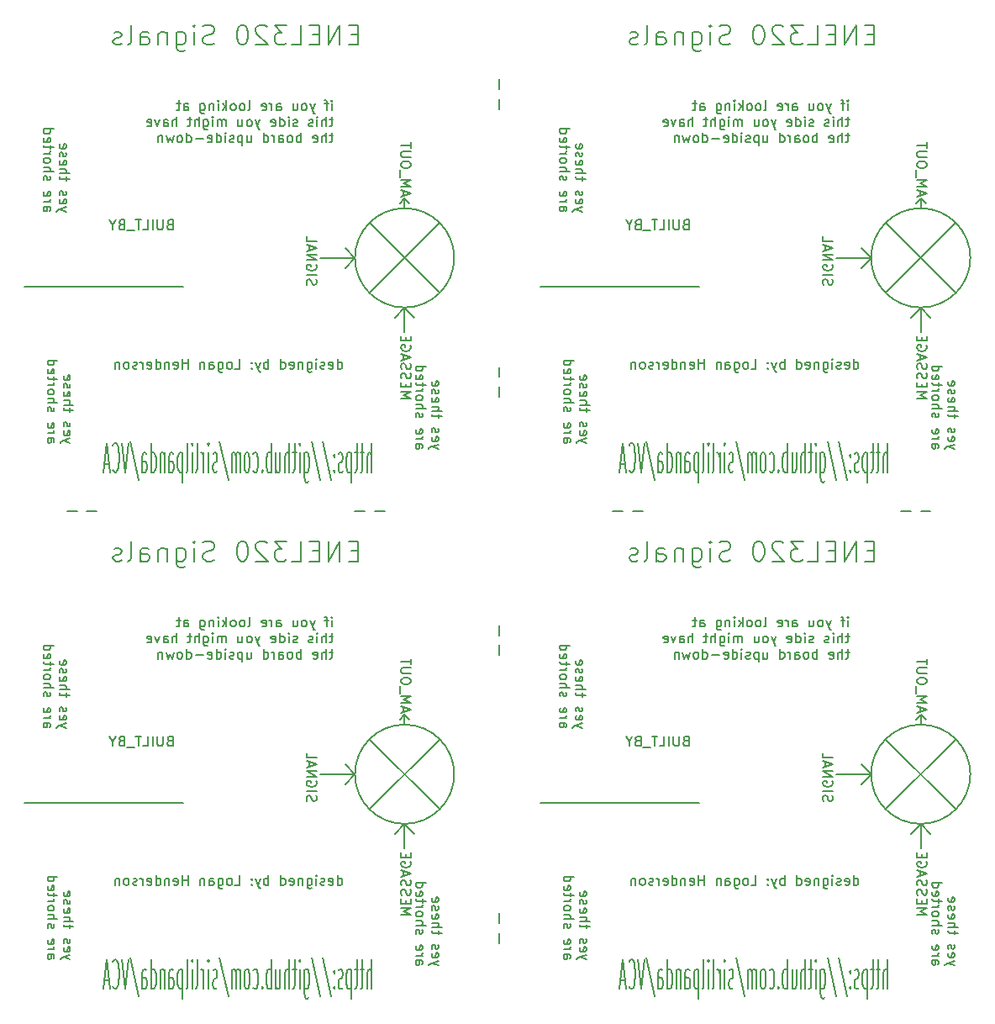
<source format=gbr>
%TF.GenerationSoftware,KiCad,Pcbnew,7.0.7-7.0.7~ubuntu22.04.1*%
%TF.CreationDate,2023-09-26T14:07:37+13:00*%
%TF.ProjectId,VCA,5643412e-6b69-4636-9164-5f7063625858,rev?*%
%TF.SameCoordinates,Original*%
%TF.FileFunction,Legend,Bot*%
%TF.FilePolarity,Positive*%
%FSLAX46Y46*%
G04 Gerber Fmt 4.6, Leading zero omitted, Abs format (unit mm)*
G04 Created by KiCad (PCBNEW 7.0.7-7.0.7~ubuntu22.04.1) date 2023-09-26 14:07:37*
%MOMM*%
%LPD*%
G01*
G04 APERTURE LIST*
%ADD10C,0.150000*%
G04 APERTURE END LIST*
D10*
X117499999Y-131500000D02*
X117499999Y-134000000D01*
X84000000Y-100000000D02*
X83500000Y-100000000D01*
X117500000Y-69000000D02*
X117500000Y-68500000D01*
X170500000Y-100000000D02*
X169500000Y-100000000D01*
X164500000Y-126500000D02*
X163500000Y-125500000D01*
X117500000Y-69500000D02*
X117500000Y-69000000D01*
X169500000Y-131500000D02*
X168500000Y-132500000D01*
X121000000Y-71000000D02*
X114000000Y-78000000D01*
X114000000Y-71000000D02*
X121000000Y-78000000D01*
X84500000Y-100000000D02*
X84000000Y-100000000D01*
X139000000Y-100000000D02*
X138500000Y-100000000D01*
X117499999Y-121500000D02*
X117499999Y-121000000D01*
X164500000Y-126500000D02*
X163500000Y-127500000D01*
X141500000Y-100000000D02*
X140500000Y-100000000D01*
X169000000Y-121000000D02*
X169500000Y-120500000D01*
X127000000Y-58500000D02*
X127000000Y-59000000D01*
X117499999Y-131500000D02*
X118499999Y-132500000D01*
X116999999Y-121000000D02*
X117499999Y-120500000D01*
X169500000Y-131500000D02*
X169500000Y-134000000D01*
X169500000Y-120500000D02*
X170000000Y-121000000D01*
X173000000Y-123000000D02*
X166000000Y-130000000D01*
X117500000Y-79500000D02*
X118500000Y-80500000D01*
X169000000Y-69000000D02*
X169500000Y-68500000D01*
X174500000Y-74500000D02*
G75*
G03*
X174500000Y-74500000I-5000000J0D01*
G01*
X113500000Y-100000000D02*
X113000000Y-100000000D01*
X117500000Y-79500000D02*
X116500000Y-80500000D01*
X169500000Y-69500000D02*
X169500000Y-69000000D01*
X169500000Y-68500000D02*
X170000000Y-69000000D01*
X112500000Y-74500000D02*
X111500000Y-75500000D01*
X117500000Y-68500000D02*
X118000000Y-69000000D01*
X127000000Y-142500000D02*
X127000000Y-143000000D01*
X120999999Y-123000000D02*
X113999999Y-130000000D01*
X112500000Y-74500000D02*
X109000000Y-74500000D01*
X166000000Y-123000000D02*
X173000000Y-130000000D01*
X127000000Y-56500000D02*
X127000000Y-57500000D01*
X113000000Y-100000000D02*
X112500000Y-100000000D01*
X169500000Y-69000000D02*
X169500000Y-68500000D01*
X127000000Y-85500000D02*
X127000000Y-86500000D01*
X168000000Y-100000000D02*
X167500000Y-100000000D01*
X117500000Y-79500000D02*
X117500000Y-82000000D01*
X169500000Y-79500000D02*
X169500000Y-82000000D01*
X127000000Y-87500000D02*
X127000000Y-88000000D01*
X164500000Y-74500000D02*
X163500000Y-73500000D01*
X139500000Y-100000000D02*
X139000000Y-100000000D01*
X117499999Y-131500000D02*
X116499999Y-132500000D01*
X169500000Y-79500000D02*
X170500000Y-80500000D01*
X164500000Y-126500000D02*
X161000000Y-126500000D01*
X122500000Y-74500000D02*
G75*
G03*
X122500000Y-74500000I-5000000J0D01*
G01*
X173000000Y-71000000D02*
X166000000Y-78000000D01*
X169500000Y-121000000D02*
X169500000Y-120500000D01*
X86500000Y-100000000D02*
X85500000Y-100000000D01*
X122499999Y-126500000D02*
G75*
G03*
X122499999Y-126500000I-5000000J0D01*
G01*
X169500000Y-131500000D02*
X170500000Y-132500000D01*
X127000000Y-140500000D02*
X127000000Y-141500000D01*
X166000000Y-71000000D02*
X173000000Y-78000000D01*
X127000000Y-59000000D02*
X127000000Y-59500000D01*
X127000000Y-143000000D02*
X127000000Y-143500000D01*
X112499999Y-126500000D02*
X108999999Y-126500000D01*
X115500000Y-100000000D02*
X114500000Y-100000000D01*
X127000000Y-88000000D02*
X127000000Y-88500000D01*
X127000000Y-114500000D02*
X127000000Y-113500000D01*
X127000000Y-112000000D02*
X127000000Y-111500000D01*
X113999999Y-123000000D02*
X120999999Y-130000000D01*
X169500000Y-121500000D02*
X169500000Y-121000000D01*
X127000000Y-112500000D02*
X127000000Y-112000000D01*
X117499999Y-120500000D02*
X117999999Y-121000000D01*
X174500000Y-126500000D02*
G75*
G03*
X174500000Y-126500000I-5000000J0D01*
G01*
X164500000Y-74500000D02*
X161000000Y-74500000D01*
X112499999Y-126500000D02*
X111499999Y-125500000D01*
X117000000Y-69000000D02*
X117500000Y-68500000D01*
X117499999Y-121000000D02*
X117499999Y-120500000D01*
X169500000Y-79500000D02*
X168500000Y-80500000D01*
X112499999Y-126500000D02*
X111499999Y-127500000D01*
X112500000Y-74500000D02*
X111500000Y-73500000D01*
X164500000Y-74500000D02*
X163500000Y-75500000D01*
X168500000Y-100000000D02*
X168000000Y-100000000D01*
X172906847Y-93758458D02*
X172240180Y-93520363D01*
X172906847Y-93282268D02*
X172240180Y-93520363D01*
X172240180Y-93520363D02*
X172002085Y-93615601D01*
X172002085Y-93615601D02*
X171954466Y-93663220D01*
X171954466Y-93663220D02*
X171906847Y-93758458D01*
X172287800Y-92520363D02*
X172240180Y-92615601D01*
X172240180Y-92615601D02*
X172240180Y-92806077D01*
X172240180Y-92806077D02*
X172287800Y-92901315D01*
X172287800Y-92901315D02*
X172383038Y-92948934D01*
X172383038Y-92948934D02*
X172763990Y-92948934D01*
X172763990Y-92948934D02*
X172859228Y-92901315D01*
X172859228Y-92901315D02*
X172906847Y-92806077D01*
X172906847Y-92806077D02*
X172906847Y-92615601D01*
X172906847Y-92615601D02*
X172859228Y-92520363D01*
X172859228Y-92520363D02*
X172763990Y-92472744D01*
X172763990Y-92472744D02*
X172668752Y-92472744D01*
X172668752Y-92472744D02*
X172573514Y-92948934D01*
X172287800Y-92091791D02*
X172240180Y-91996553D01*
X172240180Y-91996553D02*
X172240180Y-91806077D01*
X172240180Y-91806077D02*
X172287800Y-91710839D01*
X172287800Y-91710839D02*
X172383038Y-91663220D01*
X172383038Y-91663220D02*
X172430657Y-91663220D01*
X172430657Y-91663220D02*
X172525895Y-91710839D01*
X172525895Y-91710839D02*
X172573514Y-91806077D01*
X172573514Y-91806077D02*
X172573514Y-91948934D01*
X172573514Y-91948934D02*
X172621133Y-92044172D01*
X172621133Y-92044172D02*
X172716371Y-92091791D01*
X172716371Y-92091791D02*
X172763990Y-92091791D01*
X172763990Y-92091791D02*
X172859228Y-92044172D01*
X172859228Y-92044172D02*
X172906847Y-91948934D01*
X172906847Y-91948934D02*
X172906847Y-91806077D01*
X172906847Y-91806077D02*
X172859228Y-91710839D01*
X172906847Y-90615600D02*
X172906847Y-90234648D01*
X173240180Y-90472743D02*
X172383038Y-90472743D01*
X172383038Y-90472743D02*
X172287800Y-90425124D01*
X172287800Y-90425124D02*
X172240180Y-90329886D01*
X172240180Y-90329886D02*
X172240180Y-90234648D01*
X172240180Y-89901314D02*
X173240180Y-89901314D01*
X172240180Y-89472743D02*
X172763990Y-89472743D01*
X172763990Y-89472743D02*
X172859228Y-89520362D01*
X172859228Y-89520362D02*
X172906847Y-89615600D01*
X172906847Y-89615600D02*
X172906847Y-89758457D01*
X172906847Y-89758457D02*
X172859228Y-89853695D01*
X172859228Y-89853695D02*
X172811609Y-89901314D01*
X172287800Y-88615600D02*
X172240180Y-88710838D01*
X172240180Y-88710838D02*
X172240180Y-88901314D01*
X172240180Y-88901314D02*
X172287800Y-88996552D01*
X172287800Y-88996552D02*
X172383038Y-89044171D01*
X172383038Y-89044171D02*
X172763990Y-89044171D01*
X172763990Y-89044171D02*
X172859228Y-88996552D01*
X172859228Y-88996552D02*
X172906847Y-88901314D01*
X172906847Y-88901314D02*
X172906847Y-88710838D01*
X172906847Y-88710838D02*
X172859228Y-88615600D01*
X172859228Y-88615600D02*
X172763990Y-88567981D01*
X172763990Y-88567981D02*
X172668752Y-88567981D01*
X172668752Y-88567981D02*
X172573514Y-89044171D01*
X172287800Y-88187028D02*
X172240180Y-88091790D01*
X172240180Y-88091790D02*
X172240180Y-87901314D01*
X172240180Y-87901314D02*
X172287800Y-87806076D01*
X172287800Y-87806076D02*
X172383038Y-87758457D01*
X172383038Y-87758457D02*
X172430657Y-87758457D01*
X172430657Y-87758457D02*
X172525895Y-87806076D01*
X172525895Y-87806076D02*
X172573514Y-87901314D01*
X172573514Y-87901314D02*
X172573514Y-88044171D01*
X172573514Y-88044171D02*
X172621133Y-88139409D01*
X172621133Y-88139409D02*
X172716371Y-88187028D01*
X172716371Y-88187028D02*
X172763990Y-88187028D01*
X172763990Y-88187028D02*
X172859228Y-88139409D01*
X172859228Y-88139409D02*
X172906847Y-88044171D01*
X172906847Y-88044171D02*
X172906847Y-87901314D01*
X172906847Y-87901314D02*
X172859228Y-87806076D01*
X172287800Y-86948933D02*
X172240180Y-87044171D01*
X172240180Y-87044171D02*
X172240180Y-87234647D01*
X172240180Y-87234647D02*
X172287800Y-87329885D01*
X172287800Y-87329885D02*
X172383038Y-87377504D01*
X172383038Y-87377504D02*
X172763990Y-87377504D01*
X172763990Y-87377504D02*
X172859228Y-87329885D01*
X172859228Y-87329885D02*
X172906847Y-87234647D01*
X172906847Y-87234647D02*
X172906847Y-87044171D01*
X172906847Y-87044171D02*
X172859228Y-86948933D01*
X172859228Y-86948933D02*
X172763990Y-86901314D01*
X172763990Y-86901314D02*
X172668752Y-86901314D01*
X172668752Y-86901314D02*
X172573514Y-87377504D01*
X170630180Y-93234649D02*
X171153990Y-93234649D01*
X171153990Y-93234649D02*
X171249228Y-93282268D01*
X171249228Y-93282268D02*
X171296847Y-93377506D01*
X171296847Y-93377506D02*
X171296847Y-93567982D01*
X171296847Y-93567982D02*
X171249228Y-93663220D01*
X170677800Y-93234649D02*
X170630180Y-93329887D01*
X170630180Y-93329887D02*
X170630180Y-93567982D01*
X170630180Y-93567982D02*
X170677800Y-93663220D01*
X170677800Y-93663220D02*
X170773038Y-93710839D01*
X170773038Y-93710839D02*
X170868276Y-93710839D01*
X170868276Y-93710839D02*
X170963514Y-93663220D01*
X170963514Y-93663220D02*
X171011133Y-93567982D01*
X171011133Y-93567982D02*
X171011133Y-93329887D01*
X171011133Y-93329887D02*
X171058752Y-93234649D01*
X170630180Y-92758458D02*
X171296847Y-92758458D01*
X171106371Y-92758458D02*
X171201609Y-92710839D01*
X171201609Y-92710839D02*
X171249228Y-92663220D01*
X171249228Y-92663220D02*
X171296847Y-92567982D01*
X171296847Y-92567982D02*
X171296847Y-92472744D01*
X170677800Y-91758458D02*
X170630180Y-91853696D01*
X170630180Y-91853696D02*
X170630180Y-92044172D01*
X170630180Y-92044172D02*
X170677800Y-92139410D01*
X170677800Y-92139410D02*
X170773038Y-92187029D01*
X170773038Y-92187029D02*
X171153990Y-92187029D01*
X171153990Y-92187029D02*
X171249228Y-92139410D01*
X171249228Y-92139410D02*
X171296847Y-92044172D01*
X171296847Y-92044172D02*
X171296847Y-91853696D01*
X171296847Y-91853696D02*
X171249228Y-91758458D01*
X171249228Y-91758458D02*
X171153990Y-91710839D01*
X171153990Y-91710839D02*
X171058752Y-91710839D01*
X171058752Y-91710839D02*
X170963514Y-92187029D01*
X170677800Y-90567981D02*
X170630180Y-90472743D01*
X170630180Y-90472743D02*
X170630180Y-90282267D01*
X170630180Y-90282267D02*
X170677800Y-90187029D01*
X170677800Y-90187029D02*
X170773038Y-90139410D01*
X170773038Y-90139410D02*
X170820657Y-90139410D01*
X170820657Y-90139410D02*
X170915895Y-90187029D01*
X170915895Y-90187029D02*
X170963514Y-90282267D01*
X170963514Y-90282267D02*
X170963514Y-90425124D01*
X170963514Y-90425124D02*
X171011133Y-90520362D01*
X171011133Y-90520362D02*
X171106371Y-90567981D01*
X171106371Y-90567981D02*
X171153990Y-90567981D01*
X171153990Y-90567981D02*
X171249228Y-90520362D01*
X171249228Y-90520362D02*
X171296847Y-90425124D01*
X171296847Y-90425124D02*
X171296847Y-90282267D01*
X171296847Y-90282267D02*
X171249228Y-90187029D01*
X170630180Y-89710838D02*
X171630180Y-89710838D01*
X170630180Y-89282267D02*
X171153990Y-89282267D01*
X171153990Y-89282267D02*
X171249228Y-89329886D01*
X171249228Y-89329886D02*
X171296847Y-89425124D01*
X171296847Y-89425124D02*
X171296847Y-89567981D01*
X171296847Y-89567981D02*
X171249228Y-89663219D01*
X171249228Y-89663219D02*
X171201609Y-89710838D01*
X170630180Y-88663219D02*
X170677800Y-88758457D01*
X170677800Y-88758457D02*
X170725419Y-88806076D01*
X170725419Y-88806076D02*
X170820657Y-88853695D01*
X170820657Y-88853695D02*
X171106371Y-88853695D01*
X171106371Y-88853695D02*
X171201609Y-88806076D01*
X171201609Y-88806076D02*
X171249228Y-88758457D01*
X171249228Y-88758457D02*
X171296847Y-88663219D01*
X171296847Y-88663219D02*
X171296847Y-88520362D01*
X171296847Y-88520362D02*
X171249228Y-88425124D01*
X171249228Y-88425124D02*
X171201609Y-88377505D01*
X171201609Y-88377505D02*
X171106371Y-88329886D01*
X171106371Y-88329886D02*
X170820657Y-88329886D01*
X170820657Y-88329886D02*
X170725419Y-88377505D01*
X170725419Y-88377505D02*
X170677800Y-88425124D01*
X170677800Y-88425124D02*
X170630180Y-88520362D01*
X170630180Y-88520362D02*
X170630180Y-88663219D01*
X170630180Y-87901314D02*
X171296847Y-87901314D01*
X171106371Y-87901314D02*
X171201609Y-87853695D01*
X171201609Y-87853695D02*
X171249228Y-87806076D01*
X171249228Y-87806076D02*
X171296847Y-87710838D01*
X171296847Y-87710838D02*
X171296847Y-87615600D01*
X171296847Y-87425123D02*
X171296847Y-87044171D01*
X171630180Y-87282266D02*
X170773038Y-87282266D01*
X170773038Y-87282266D02*
X170677800Y-87234647D01*
X170677800Y-87234647D02*
X170630180Y-87139409D01*
X170630180Y-87139409D02*
X170630180Y-87044171D01*
X170677800Y-86329885D02*
X170630180Y-86425123D01*
X170630180Y-86425123D02*
X170630180Y-86615599D01*
X170630180Y-86615599D02*
X170677800Y-86710837D01*
X170677800Y-86710837D02*
X170773038Y-86758456D01*
X170773038Y-86758456D02*
X171153990Y-86758456D01*
X171153990Y-86758456D02*
X171249228Y-86710837D01*
X171249228Y-86710837D02*
X171296847Y-86615599D01*
X171296847Y-86615599D02*
X171296847Y-86425123D01*
X171296847Y-86425123D02*
X171249228Y-86329885D01*
X171249228Y-86329885D02*
X171153990Y-86282266D01*
X171153990Y-86282266D02*
X171058752Y-86282266D01*
X171058752Y-86282266D02*
X170963514Y-86758456D01*
X170630180Y-85425123D02*
X171630180Y-85425123D01*
X170677800Y-85425123D02*
X170630180Y-85520361D01*
X170630180Y-85520361D02*
X170630180Y-85710837D01*
X170630180Y-85710837D02*
X170677800Y-85806075D01*
X170677800Y-85806075D02*
X170725419Y-85853694D01*
X170725419Y-85853694D02*
X170820657Y-85901313D01*
X170820657Y-85901313D02*
X171106371Y-85901313D01*
X171106371Y-85901313D02*
X171201609Y-85853694D01*
X171201609Y-85853694D02*
X171249228Y-85806075D01*
X171249228Y-85806075D02*
X171296847Y-85710837D01*
X171296847Y-85710837D02*
X171296847Y-85520361D01*
X171296847Y-85520361D02*
X171249228Y-85425123D01*
X83406847Y-69858458D02*
X82740180Y-69620363D01*
X83406847Y-69382268D02*
X82740180Y-69620363D01*
X82740180Y-69620363D02*
X82502085Y-69715601D01*
X82502085Y-69715601D02*
X82454466Y-69763220D01*
X82454466Y-69763220D02*
X82406847Y-69858458D01*
X82787800Y-68620363D02*
X82740180Y-68715601D01*
X82740180Y-68715601D02*
X82740180Y-68906077D01*
X82740180Y-68906077D02*
X82787800Y-69001315D01*
X82787800Y-69001315D02*
X82883038Y-69048934D01*
X82883038Y-69048934D02*
X83263990Y-69048934D01*
X83263990Y-69048934D02*
X83359228Y-69001315D01*
X83359228Y-69001315D02*
X83406847Y-68906077D01*
X83406847Y-68906077D02*
X83406847Y-68715601D01*
X83406847Y-68715601D02*
X83359228Y-68620363D01*
X83359228Y-68620363D02*
X83263990Y-68572744D01*
X83263990Y-68572744D02*
X83168752Y-68572744D01*
X83168752Y-68572744D02*
X83073514Y-69048934D01*
X82787800Y-68191791D02*
X82740180Y-68096553D01*
X82740180Y-68096553D02*
X82740180Y-67906077D01*
X82740180Y-67906077D02*
X82787800Y-67810839D01*
X82787800Y-67810839D02*
X82883038Y-67763220D01*
X82883038Y-67763220D02*
X82930657Y-67763220D01*
X82930657Y-67763220D02*
X83025895Y-67810839D01*
X83025895Y-67810839D02*
X83073514Y-67906077D01*
X83073514Y-67906077D02*
X83073514Y-68048934D01*
X83073514Y-68048934D02*
X83121133Y-68144172D01*
X83121133Y-68144172D02*
X83216371Y-68191791D01*
X83216371Y-68191791D02*
X83263990Y-68191791D01*
X83263990Y-68191791D02*
X83359228Y-68144172D01*
X83359228Y-68144172D02*
X83406847Y-68048934D01*
X83406847Y-68048934D02*
X83406847Y-67906077D01*
X83406847Y-67906077D02*
X83359228Y-67810839D01*
X83406847Y-66715600D02*
X83406847Y-66334648D01*
X83740180Y-66572743D02*
X82883038Y-66572743D01*
X82883038Y-66572743D02*
X82787800Y-66525124D01*
X82787800Y-66525124D02*
X82740180Y-66429886D01*
X82740180Y-66429886D02*
X82740180Y-66334648D01*
X82740180Y-66001314D02*
X83740180Y-66001314D01*
X82740180Y-65572743D02*
X83263990Y-65572743D01*
X83263990Y-65572743D02*
X83359228Y-65620362D01*
X83359228Y-65620362D02*
X83406847Y-65715600D01*
X83406847Y-65715600D02*
X83406847Y-65858457D01*
X83406847Y-65858457D02*
X83359228Y-65953695D01*
X83359228Y-65953695D02*
X83311609Y-66001314D01*
X82787800Y-64715600D02*
X82740180Y-64810838D01*
X82740180Y-64810838D02*
X82740180Y-65001314D01*
X82740180Y-65001314D02*
X82787800Y-65096552D01*
X82787800Y-65096552D02*
X82883038Y-65144171D01*
X82883038Y-65144171D02*
X83263990Y-65144171D01*
X83263990Y-65144171D02*
X83359228Y-65096552D01*
X83359228Y-65096552D02*
X83406847Y-65001314D01*
X83406847Y-65001314D02*
X83406847Y-64810838D01*
X83406847Y-64810838D02*
X83359228Y-64715600D01*
X83359228Y-64715600D02*
X83263990Y-64667981D01*
X83263990Y-64667981D02*
X83168752Y-64667981D01*
X83168752Y-64667981D02*
X83073514Y-65144171D01*
X82787800Y-64287028D02*
X82740180Y-64191790D01*
X82740180Y-64191790D02*
X82740180Y-64001314D01*
X82740180Y-64001314D02*
X82787800Y-63906076D01*
X82787800Y-63906076D02*
X82883038Y-63858457D01*
X82883038Y-63858457D02*
X82930657Y-63858457D01*
X82930657Y-63858457D02*
X83025895Y-63906076D01*
X83025895Y-63906076D02*
X83073514Y-64001314D01*
X83073514Y-64001314D02*
X83073514Y-64144171D01*
X83073514Y-64144171D02*
X83121133Y-64239409D01*
X83121133Y-64239409D02*
X83216371Y-64287028D01*
X83216371Y-64287028D02*
X83263990Y-64287028D01*
X83263990Y-64287028D02*
X83359228Y-64239409D01*
X83359228Y-64239409D02*
X83406847Y-64144171D01*
X83406847Y-64144171D02*
X83406847Y-64001314D01*
X83406847Y-64001314D02*
X83359228Y-63906076D01*
X82787800Y-63048933D02*
X82740180Y-63144171D01*
X82740180Y-63144171D02*
X82740180Y-63334647D01*
X82740180Y-63334647D02*
X82787800Y-63429885D01*
X82787800Y-63429885D02*
X82883038Y-63477504D01*
X82883038Y-63477504D02*
X83263990Y-63477504D01*
X83263990Y-63477504D02*
X83359228Y-63429885D01*
X83359228Y-63429885D02*
X83406847Y-63334647D01*
X83406847Y-63334647D02*
X83406847Y-63144171D01*
X83406847Y-63144171D02*
X83359228Y-63048933D01*
X83359228Y-63048933D02*
X83263990Y-63001314D01*
X83263990Y-63001314D02*
X83168752Y-63001314D01*
X83168752Y-63001314D02*
X83073514Y-63477504D01*
X81130180Y-69334649D02*
X81653990Y-69334649D01*
X81653990Y-69334649D02*
X81749228Y-69382268D01*
X81749228Y-69382268D02*
X81796847Y-69477506D01*
X81796847Y-69477506D02*
X81796847Y-69667982D01*
X81796847Y-69667982D02*
X81749228Y-69763220D01*
X81177800Y-69334649D02*
X81130180Y-69429887D01*
X81130180Y-69429887D02*
X81130180Y-69667982D01*
X81130180Y-69667982D02*
X81177800Y-69763220D01*
X81177800Y-69763220D02*
X81273038Y-69810839D01*
X81273038Y-69810839D02*
X81368276Y-69810839D01*
X81368276Y-69810839D02*
X81463514Y-69763220D01*
X81463514Y-69763220D02*
X81511133Y-69667982D01*
X81511133Y-69667982D02*
X81511133Y-69429887D01*
X81511133Y-69429887D02*
X81558752Y-69334649D01*
X81130180Y-68858458D02*
X81796847Y-68858458D01*
X81606371Y-68858458D02*
X81701609Y-68810839D01*
X81701609Y-68810839D02*
X81749228Y-68763220D01*
X81749228Y-68763220D02*
X81796847Y-68667982D01*
X81796847Y-68667982D02*
X81796847Y-68572744D01*
X81177800Y-67858458D02*
X81130180Y-67953696D01*
X81130180Y-67953696D02*
X81130180Y-68144172D01*
X81130180Y-68144172D02*
X81177800Y-68239410D01*
X81177800Y-68239410D02*
X81273038Y-68287029D01*
X81273038Y-68287029D02*
X81653990Y-68287029D01*
X81653990Y-68287029D02*
X81749228Y-68239410D01*
X81749228Y-68239410D02*
X81796847Y-68144172D01*
X81796847Y-68144172D02*
X81796847Y-67953696D01*
X81796847Y-67953696D02*
X81749228Y-67858458D01*
X81749228Y-67858458D02*
X81653990Y-67810839D01*
X81653990Y-67810839D02*
X81558752Y-67810839D01*
X81558752Y-67810839D02*
X81463514Y-68287029D01*
X81177800Y-66667981D02*
X81130180Y-66572743D01*
X81130180Y-66572743D02*
X81130180Y-66382267D01*
X81130180Y-66382267D02*
X81177800Y-66287029D01*
X81177800Y-66287029D02*
X81273038Y-66239410D01*
X81273038Y-66239410D02*
X81320657Y-66239410D01*
X81320657Y-66239410D02*
X81415895Y-66287029D01*
X81415895Y-66287029D02*
X81463514Y-66382267D01*
X81463514Y-66382267D02*
X81463514Y-66525124D01*
X81463514Y-66525124D02*
X81511133Y-66620362D01*
X81511133Y-66620362D02*
X81606371Y-66667981D01*
X81606371Y-66667981D02*
X81653990Y-66667981D01*
X81653990Y-66667981D02*
X81749228Y-66620362D01*
X81749228Y-66620362D02*
X81796847Y-66525124D01*
X81796847Y-66525124D02*
X81796847Y-66382267D01*
X81796847Y-66382267D02*
X81749228Y-66287029D01*
X81130180Y-65810838D02*
X82130180Y-65810838D01*
X81130180Y-65382267D02*
X81653990Y-65382267D01*
X81653990Y-65382267D02*
X81749228Y-65429886D01*
X81749228Y-65429886D02*
X81796847Y-65525124D01*
X81796847Y-65525124D02*
X81796847Y-65667981D01*
X81796847Y-65667981D02*
X81749228Y-65763219D01*
X81749228Y-65763219D02*
X81701609Y-65810838D01*
X81130180Y-64763219D02*
X81177800Y-64858457D01*
X81177800Y-64858457D02*
X81225419Y-64906076D01*
X81225419Y-64906076D02*
X81320657Y-64953695D01*
X81320657Y-64953695D02*
X81606371Y-64953695D01*
X81606371Y-64953695D02*
X81701609Y-64906076D01*
X81701609Y-64906076D02*
X81749228Y-64858457D01*
X81749228Y-64858457D02*
X81796847Y-64763219D01*
X81796847Y-64763219D02*
X81796847Y-64620362D01*
X81796847Y-64620362D02*
X81749228Y-64525124D01*
X81749228Y-64525124D02*
X81701609Y-64477505D01*
X81701609Y-64477505D02*
X81606371Y-64429886D01*
X81606371Y-64429886D02*
X81320657Y-64429886D01*
X81320657Y-64429886D02*
X81225419Y-64477505D01*
X81225419Y-64477505D02*
X81177800Y-64525124D01*
X81177800Y-64525124D02*
X81130180Y-64620362D01*
X81130180Y-64620362D02*
X81130180Y-64763219D01*
X81130180Y-64001314D02*
X81796847Y-64001314D01*
X81606371Y-64001314D02*
X81701609Y-63953695D01*
X81701609Y-63953695D02*
X81749228Y-63906076D01*
X81749228Y-63906076D02*
X81796847Y-63810838D01*
X81796847Y-63810838D02*
X81796847Y-63715600D01*
X81796847Y-63525123D02*
X81796847Y-63144171D01*
X82130180Y-63382266D02*
X81273038Y-63382266D01*
X81273038Y-63382266D02*
X81177800Y-63334647D01*
X81177800Y-63334647D02*
X81130180Y-63239409D01*
X81130180Y-63239409D02*
X81130180Y-63144171D01*
X81177800Y-62429885D02*
X81130180Y-62525123D01*
X81130180Y-62525123D02*
X81130180Y-62715599D01*
X81130180Y-62715599D02*
X81177800Y-62810837D01*
X81177800Y-62810837D02*
X81273038Y-62858456D01*
X81273038Y-62858456D02*
X81653990Y-62858456D01*
X81653990Y-62858456D02*
X81749228Y-62810837D01*
X81749228Y-62810837D02*
X81796847Y-62715599D01*
X81796847Y-62715599D02*
X81796847Y-62525123D01*
X81796847Y-62525123D02*
X81749228Y-62429885D01*
X81749228Y-62429885D02*
X81653990Y-62382266D01*
X81653990Y-62382266D02*
X81558752Y-62382266D01*
X81558752Y-62382266D02*
X81463514Y-62858456D01*
X81130180Y-61525123D02*
X82130180Y-61525123D01*
X81177800Y-61525123D02*
X81130180Y-61620361D01*
X81130180Y-61620361D02*
X81130180Y-61810837D01*
X81130180Y-61810837D02*
X81177800Y-61906075D01*
X81177800Y-61906075D02*
X81225419Y-61953694D01*
X81225419Y-61953694D02*
X81320657Y-62001313D01*
X81320657Y-62001313D02*
X81606371Y-62001313D01*
X81606371Y-62001313D02*
X81701609Y-61953694D01*
X81701609Y-61953694D02*
X81749228Y-61906075D01*
X81749228Y-61906075D02*
X81796847Y-61810837D01*
X81796847Y-61810837D02*
X81796847Y-61620361D01*
X81796847Y-61620361D02*
X81749228Y-61525123D01*
X164792625Y-51999819D02*
X164125958Y-51999819D01*
X163840244Y-53047438D02*
X164792625Y-53047438D01*
X164792625Y-53047438D02*
X164792625Y-51047438D01*
X164792625Y-51047438D02*
X163840244Y-51047438D01*
X162983101Y-53047438D02*
X162983101Y-51047438D01*
X162983101Y-51047438D02*
X161840244Y-53047438D01*
X161840244Y-53047438D02*
X161840244Y-51047438D01*
X160887863Y-51999819D02*
X160221196Y-51999819D01*
X159935482Y-53047438D02*
X160887863Y-53047438D01*
X160887863Y-53047438D02*
X160887863Y-51047438D01*
X160887863Y-51047438D02*
X159935482Y-51047438D01*
X158125958Y-53047438D02*
X159078339Y-53047438D01*
X159078339Y-53047438D02*
X159078339Y-51047438D01*
X157649767Y-51047438D02*
X156411672Y-51047438D01*
X156411672Y-51047438D02*
X157078339Y-51809342D01*
X157078339Y-51809342D02*
X156792624Y-51809342D01*
X156792624Y-51809342D02*
X156602148Y-51904580D01*
X156602148Y-51904580D02*
X156506910Y-51999819D01*
X156506910Y-51999819D02*
X156411672Y-52190295D01*
X156411672Y-52190295D02*
X156411672Y-52666485D01*
X156411672Y-52666485D02*
X156506910Y-52856961D01*
X156506910Y-52856961D02*
X156602148Y-52952200D01*
X156602148Y-52952200D02*
X156792624Y-53047438D01*
X156792624Y-53047438D02*
X157364053Y-53047438D01*
X157364053Y-53047438D02*
X157554529Y-52952200D01*
X157554529Y-52952200D02*
X157649767Y-52856961D01*
X155649767Y-51237914D02*
X155554529Y-51142676D01*
X155554529Y-51142676D02*
X155364053Y-51047438D01*
X155364053Y-51047438D02*
X154887862Y-51047438D01*
X154887862Y-51047438D02*
X154697386Y-51142676D01*
X154697386Y-51142676D02*
X154602148Y-51237914D01*
X154602148Y-51237914D02*
X154506910Y-51428390D01*
X154506910Y-51428390D02*
X154506910Y-51618866D01*
X154506910Y-51618866D02*
X154602148Y-51904580D01*
X154602148Y-51904580D02*
X155745005Y-53047438D01*
X155745005Y-53047438D02*
X154506910Y-53047438D01*
X153268815Y-51047438D02*
X153078338Y-51047438D01*
X153078338Y-51047438D02*
X152887862Y-51142676D01*
X152887862Y-51142676D02*
X152792624Y-51237914D01*
X152792624Y-51237914D02*
X152697386Y-51428390D01*
X152697386Y-51428390D02*
X152602148Y-51809342D01*
X152602148Y-51809342D02*
X152602148Y-52285533D01*
X152602148Y-52285533D02*
X152697386Y-52666485D01*
X152697386Y-52666485D02*
X152792624Y-52856961D01*
X152792624Y-52856961D02*
X152887862Y-52952200D01*
X152887862Y-52952200D02*
X153078338Y-53047438D01*
X153078338Y-53047438D02*
X153268815Y-53047438D01*
X153268815Y-53047438D02*
X153459291Y-52952200D01*
X153459291Y-52952200D02*
X153554529Y-52856961D01*
X153554529Y-52856961D02*
X153649767Y-52666485D01*
X153649767Y-52666485D02*
X153745005Y-52285533D01*
X153745005Y-52285533D02*
X153745005Y-51809342D01*
X153745005Y-51809342D02*
X153649767Y-51428390D01*
X153649767Y-51428390D02*
X153554529Y-51237914D01*
X153554529Y-51237914D02*
X153459291Y-51142676D01*
X153459291Y-51142676D02*
X153268815Y-51047438D01*
X150316433Y-52952200D02*
X150030719Y-53047438D01*
X150030719Y-53047438D02*
X149554528Y-53047438D01*
X149554528Y-53047438D02*
X149364052Y-52952200D01*
X149364052Y-52952200D02*
X149268814Y-52856961D01*
X149268814Y-52856961D02*
X149173576Y-52666485D01*
X149173576Y-52666485D02*
X149173576Y-52476009D01*
X149173576Y-52476009D02*
X149268814Y-52285533D01*
X149268814Y-52285533D02*
X149364052Y-52190295D01*
X149364052Y-52190295D02*
X149554528Y-52095057D01*
X149554528Y-52095057D02*
X149935481Y-51999819D01*
X149935481Y-51999819D02*
X150125957Y-51904580D01*
X150125957Y-51904580D02*
X150221195Y-51809342D01*
X150221195Y-51809342D02*
X150316433Y-51618866D01*
X150316433Y-51618866D02*
X150316433Y-51428390D01*
X150316433Y-51428390D02*
X150221195Y-51237914D01*
X150221195Y-51237914D02*
X150125957Y-51142676D01*
X150125957Y-51142676D02*
X149935481Y-51047438D01*
X149935481Y-51047438D02*
X149459290Y-51047438D01*
X149459290Y-51047438D02*
X149173576Y-51142676D01*
X148316433Y-53047438D02*
X148316433Y-51714104D01*
X148316433Y-51047438D02*
X148411671Y-51142676D01*
X148411671Y-51142676D02*
X148316433Y-51237914D01*
X148316433Y-51237914D02*
X148221195Y-51142676D01*
X148221195Y-51142676D02*
X148316433Y-51047438D01*
X148316433Y-51047438D02*
X148316433Y-51237914D01*
X146506909Y-51714104D02*
X146506909Y-53333152D01*
X146506909Y-53333152D02*
X146602147Y-53523628D01*
X146602147Y-53523628D02*
X146697385Y-53618866D01*
X146697385Y-53618866D02*
X146887862Y-53714104D01*
X146887862Y-53714104D02*
X147173576Y-53714104D01*
X147173576Y-53714104D02*
X147364052Y-53618866D01*
X146506909Y-52952200D02*
X146697385Y-53047438D01*
X146697385Y-53047438D02*
X147078338Y-53047438D01*
X147078338Y-53047438D02*
X147268814Y-52952200D01*
X147268814Y-52952200D02*
X147364052Y-52856961D01*
X147364052Y-52856961D02*
X147459290Y-52666485D01*
X147459290Y-52666485D02*
X147459290Y-52095057D01*
X147459290Y-52095057D02*
X147364052Y-51904580D01*
X147364052Y-51904580D02*
X147268814Y-51809342D01*
X147268814Y-51809342D02*
X147078338Y-51714104D01*
X147078338Y-51714104D02*
X146697385Y-51714104D01*
X146697385Y-51714104D02*
X146506909Y-51809342D01*
X145554528Y-51714104D02*
X145554528Y-53047438D01*
X145554528Y-51904580D02*
X145459290Y-51809342D01*
X145459290Y-51809342D02*
X145268814Y-51714104D01*
X145268814Y-51714104D02*
X144983099Y-51714104D01*
X144983099Y-51714104D02*
X144792623Y-51809342D01*
X144792623Y-51809342D02*
X144697385Y-51999819D01*
X144697385Y-51999819D02*
X144697385Y-53047438D01*
X142887861Y-53047438D02*
X142887861Y-51999819D01*
X142887861Y-51999819D02*
X142983099Y-51809342D01*
X142983099Y-51809342D02*
X143173575Y-51714104D01*
X143173575Y-51714104D02*
X143554528Y-51714104D01*
X143554528Y-51714104D02*
X143745004Y-51809342D01*
X142887861Y-52952200D02*
X143078337Y-53047438D01*
X143078337Y-53047438D02*
X143554528Y-53047438D01*
X143554528Y-53047438D02*
X143745004Y-52952200D01*
X143745004Y-52952200D02*
X143840242Y-52761723D01*
X143840242Y-52761723D02*
X143840242Y-52571247D01*
X143840242Y-52571247D02*
X143745004Y-52380771D01*
X143745004Y-52380771D02*
X143554528Y-52285533D01*
X143554528Y-52285533D02*
X143078337Y-52285533D01*
X143078337Y-52285533D02*
X142887861Y-52190295D01*
X141649766Y-53047438D02*
X141840242Y-52952200D01*
X141840242Y-52952200D02*
X141935480Y-52761723D01*
X141935480Y-52761723D02*
X141935480Y-51047438D01*
X140983099Y-52952200D02*
X140792623Y-53047438D01*
X140792623Y-53047438D02*
X140411671Y-53047438D01*
X140411671Y-53047438D02*
X140221194Y-52952200D01*
X140221194Y-52952200D02*
X140125956Y-52761723D01*
X140125956Y-52761723D02*
X140125956Y-52666485D01*
X140125956Y-52666485D02*
X140221194Y-52476009D01*
X140221194Y-52476009D02*
X140411671Y-52380771D01*
X140411671Y-52380771D02*
X140697385Y-52380771D01*
X140697385Y-52380771D02*
X140887861Y-52285533D01*
X140887861Y-52285533D02*
X140983099Y-52095057D01*
X140983099Y-52095057D02*
X140983099Y-51999819D01*
X140983099Y-51999819D02*
X140887861Y-51809342D01*
X140887861Y-51809342D02*
X140697385Y-51714104D01*
X140697385Y-51714104D02*
X140411671Y-51714104D01*
X140411671Y-51714104D02*
X140221194Y-51809342D01*
X112792625Y-51999819D02*
X112125958Y-51999819D01*
X111840244Y-53047438D02*
X112792625Y-53047438D01*
X112792625Y-53047438D02*
X112792625Y-51047438D01*
X112792625Y-51047438D02*
X111840244Y-51047438D01*
X110983101Y-53047438D02*
X110983101Y-51047438D01*
X110983101Y-51047438D02*
X109840244Y-53047438D01*
X109840244Y-53047438D02*
X109840244Y-51047438D01*
X108887863Y-51999819D02*
X108221196Y-51999819D01*
X107935482Y-53047438D02*
X108887863Y-53047438D01*
X108887863Y-53047438D02*
X108887863Y-51047438D01*
X108887863Y-51047438D02*
X107935482Y-51047438D01*
X106125958Y-53047438D02*
X107078339Y-53047438D01*
X107078339Y-53047438D02*
X107078339Y-51047438D01*
X105649767Y-51047438D02*
X104411672Y-51047438D01*
X104411672Y-51047438D02*
X105078339Y-51809342D01*
X105078339Y-51809342D02*
X104792624Y-51809342D01*
X104792624Y-51809342D02*
X104602148Y-51904580D01*
X104602148Y-51904580D02*
X104506910Y-51999819D01*
X104506910Y-51999819D02*
X104411672Y-52190295D01*
X104411672Y-52190295D02*
X104411672Y-52666485D01*
X104411672Y-52666485D02*
X104506910Y-52856961D01*
X104506910Y-52856961D02*
X104602148Y-52952200D01*
X104602148Y-52952200D02*
X104792624Y-53047438D01*
X104792624Y-53047438D02*
X105364053Y-53047438D01*
X105364053Y-53047438D02*
X105554529Y-52952200D01*
X105554529Y-52952200D02*
X105649767Y-52856961D01*
X103649767Y-51237914D02*
X103554529Y-51142676D01*
X103554529Y-51142676D02*
X103364053Y-51047438D01*
X103364053Y-51047438D02*
X102887862Y-51047438D01*
X102887862Y-51047438D02*
X102697386Y-51142676D01*
X102697386Y-51142676D02*
X102602148Y-51237914D01*
X102602148Y-51237914D02*
X102506910Y-51428390D01*
X102506910Y-51428390D02*
X102506910Y-51618866D01*
X102506910Y-51618866D02*
X102602148Y-51904580D01*
X102602148Y-51904580D02*
X103745005Y-53047438D01*
X103745005Y-53047438D02*
X102506910Y-53047438D01*
X101268815Y-51047438D02*
X101078338Y-51047438D01*
X101078338Y-51047438D02*
X100887862Y-51142676D01*
X100887862Y-51142676D02*
X100792624Y-51237914D01*
X100792624Y-51237914D02*
X100697386Y-51428390D01*
X100697386Y-51428390D02*
X100602148Y-51809342D01*
X100602148Y-51809342D02*
X100602148Y-52285533D01*
X100602148Y-52285533D02*
X100697386Y-52666485D01*
X100697386Y-52666485D02*
X100792624Y-52856961D01*
X100792624Y-52856961D02*
X100887862Y-52952200D01*
X100887862Y-52952200D02*
X101078338Y-53047438D01*
X101078338Y-53047438D02*
X101268815Y-53047438D01*
X101268815Y-53047438D02*
X101459291Y-52952200D01*
X101459291Y-52952200D02*
X101554529Y-52856961D01*
X101554529Y-52856961D02*
X101649767Y-52666485D01*
X101649767Y-52666485D02*
X101745005Y-52285533D01*
X101745005Y-52285533D02*
X101745005Y-51809342D01*
X101745005Y-51809342D02*
X101649767Y-51428390D01*
X101649767Y-51428390D02*
X101554529Y-51237914D01*
X101554529Y-51237914D02*
X101459291Y-51142676D01*
X101459291Y-51142676D02*
X101268815Y-51047438D01*
X98316433Y-52952200D02*
X98030719Y-53047438D01*
X98030719Y-53047438D02*
X97554528Y-53047438D01*
X97554528Y-53047438D02*
X97364052Y-52952200D01*
X97364052Y-52952200D02*
X97268814Y-52856961D01*
X97268814Y-52856961D02*
X97173576Y-52666485D01*
X97173576Y-52666485D02*
X97173576Y-52476009D01*
X97173576Y-52476009D02*
X97268814Y-52285533D01*
X97268814Y-52285533D02*
X97364052Y-52190295D01*
X97364052Y-52190295D02*
X97554528Y-52095057D01*
X97554528Y-52095057D02*
X97935481Y-51999819D01*
X97935481Y-51999819D02*
X98125957Y-51904580D01*
X98125957Y-51904580D02*
X98221195Y-51809342D01*
X98221195Y-51809342D02*
X98316433Y-51618866D01*
X98316433Y-51618866D02*
X98316433Y-51428390D01*
X98316433Y-51428390D02*
X98221195Y-51237914D01*
X98221195Y-51237914D02*
X98125957Y-51142676D01*
X98125957Y-51142676D02*
X97935481Y-51047438D01*
X97935481Y-51047438D02*
X97459290Y-51047438D01*
X97459290Y-51047438D02*
X97173576Y-51142676D01*
X96316433Y-53047438D02*
X96316433Y-51714104D01*
X96316433Y-51047438D02*
X96411671Y-51142676D01*
X96411671Y-51142676D02*
X96316433Y-51237914D01*
X96316433Y-51237914D02*
X96221195Y-51142676D01*
X96221195Y-51142676D02*
X96316433Y-51047438D01*
X96316433Y-51047438D02*
X96316433Y-51237914D01*
X94506909Y-51714104D02*
X94506909Y-53333152D01*
X94506909Y-53333152D02*
X94602147Y-53523628D01*
X94602147Y-53523628D02*
X94697385Y-53618866D01*
X94697385Y-53618866D02*
X94887862Y-53714104D01*
X94887862Y-53714104D02*
X95173576Y-53714104D01*
X95173576Y-53714104D02*
X95364052Y-53618866D01*
X94506909Y-52952200D02*
X94697385Y-53047438D01*
X94697385Y-53047438D02*
X95078338Y-53047438D01*
X95078338Y-53047438D02*
X95268814Y-52952200D01*
X95268814Y-52952200D02*
X95364052Y-52856961D01*
X95364052Y-52856961D02*
X95459290Y-52666485D01*
X95459290Y-52666485D02*
X95459290Y-52095057D01*
X95459290Y-52095057D02*
X95364052Y-51904580D01*
X95364052Y-51904580D02*
X95268814Y-51809342D01*
X95268814Y-51809342D02*
X95078338Y-51714104D01*
X95078338Y-51714104D02*
X94697385Y-51714104D01*
X94697385Y-51714104D02*
X94506909Y-51809342D01*
X93554528Y-51714104D02*
X93554528Y-53047438D01*
X93554528Y-51904580D02*
X93459290Y-51809342D01*
X93459290Y-51809342D02*
X93268814Y-51714104D01*
X93268814Y-51714104D02*
X92983099Y-51714104D01*
X92983099Y-51714104D02*
X92792623Y-51809342D01*
X92792623Y-51809342D02*
X92697385Y-51999819D01*
X92697385Y-51999819D02*
X92697385Y-53047438D01*
X90887861Y-53047438D02*
X90887861Y-51999819D01*
X90887861Y-51999819D02*
X90983099Y-51809342D01*
X90983099Y-51809342D02*
X91173575Y-51714104D01*
X91173575Y-51714104D02*
X91554528Y-51714104D01*
X91554528Y-51714104D02*
X91745004Y-51809342D01*
X90887861Y-52952200D02*
X91078337Y-53047438D01*
X91078337Y-53047438D02*
X91554528Y-53047438D01*
X91554528Y-53047438D02*
X91745004Y-52952200D01*
X91745004Y-52952200D02*
X91840242Y-52761723D01*
X91840242Y-52761723D02*
X91840242Y-52571247D01*
X91840242Y-52571247D02*
X91745004Y-52380771D01*
X91745004Y-52380771D02*
X91554528Y-52285533D01*
X91554528Y-52285533D02*
X91078337Y-52285533D01*
X91078337Y-52285533D02*
X90887861Y-52190295D01*
X89649766Y-53047438D02*
X89840242Y-52952200D01*
X89840242Y-52952200D02*
X89935480Y-52761723D01*
X89935480Y-52761723D02*
X89935480Y-51047438D01*
X88983099Y-52952200D02*
X88792623Y-53047438D01*
X88792623Y-53047438D02*
X88411671Y-53047438D01*
X88411671Y-53047438D02*
X88221194Y-52952200D01*
X88221194Y-52952200D02*
X88125956Y-52761723D01*
X88125956Y-52761723D02*
X88125956Y-52666485D01*
X88125956Y-52666485D02*
X88221194Y-52476009D01*
X88221194Y-52476009D02*
X88411671Y-52380771D01*
X88411671Y-52380771D02*
X88697385Y-52380771D01*
X88697385Y-52380771D02*
X88887861Y-52285533D01*
X88887861Y-52285533D02*
X88983099Y-52095057D01*
X88983099Y-52095057D02*
X88983099Y-51999819D01*
X88983099Y-51999819D02*
X88887861Y-51809342D01*
X88887861Y-51809342D02*
X88697385Y-51714104D01*
X88697385Y-51714104D02*
X88411671Y-51714104D01*
X88411671Y-51714104D02*
X88221194Y-51809342D01*
X107677799Y-129210839D02*
X107630179Y-129067982D01*
X107630179Y-129067982D02*
X107630179Y-128829887D01*
X107630179Y-128829887D02*
X107677799Y-128734649D01*
X107677799Y-128734649D02*
X107725418Y-128687030D01*
X107725418Y-128687030D02*
X107820656Y-128639411D01*
X107820656Y-128639411D02*
X107915894Y-128639411D01*
X107915894Y-128639411D02*
X108011132Y-128687030D01*
X108011132Y-128687030D02*
X108058751Y-128734649D01*
X108058751Y-128734649D02*
X108106370Y-128829887D01*
X108106370Y-128829887D02*
X108153989Y-129020363D01*
X108153989Y-129020363D02*
X108201608Y-129115601D01*
X108201608Y-129115601D02*
X108249227Y-129163220D01*
X108249227Y-129163220D02*
X108344465Y-129210839D01*
X108344465Y-129210839D02*
X108439703Y-129210839D01*
X108439703Y-129210839D02*
X108534941Y-129163220D01*
X108534941Y-129163220D02*
X108582560Y-129115601D01*
X108582560Y-129115601D02*
X108630179Y-129020363D01*
X108630179Y-129020363D02*
X108630179Y-128782268D01*
X108630179Y-128782268D02*
X108582560Y-128639411D01*
X107630179Y-128210839D02*
X108630179Y-128210839D01*
X108582560Y-127210840D02*
X108630179Y-127306078D01*
X108630179Y-127306078D02*
X108630179Y-127448935D01*
X108630179Y-127448935D02*
X108582560Y-127591792D01*
X108582560Y-127591792D02*
X108487322Y-127687030D01*
X108487322Y-127687030D02*
X108392084Y-127734649D01*
X108392084Y-127734649D02*
X108201608Y-127782268D01*
X108201608Y-127782268D02*
X108058751Y-127782268D01*
X108058751Y-127782268D02*
X107868275Y-127734649D01*
X107868275Y-127734649D02*
X107773037Y-127687030D01*
X107773037Y-127687030D02*
X107677799Y-127591792D01*
X107677799Y-127591792D02*
X107630179Y-127448935D01*
X107630179Y-127448935D02*
X107630179Y-127353697D01*
X107630179Y-127353697D02*
X107677799Y-127210840D01*
X107677799Y-127210840D02*
X107725418Y-127163221D01*
X107725418Y-127163221D02*
X108058751Y-127163221D01*
X108058751Y-127163221D02*
X108058751Y-127353697D01*
X107630179Y-126734649D02*
X108630179Y-126734649D01*
X108630179Y-126734649D02*
X107630179Y-126163221D01*
X107630179Y-126163221D02*
X108630179Y-126163221D01*
X107915894Y-125734649D02*
X107915894Y-125258459D01*
X107630179Y-125829887D02*
X108630179Y-125496554D01*
X108630179Y-125496554D02*
X107630179Y-125163221D01*
X107630179Y-124353697D02*
X107630179Y-124829887D01*
X107630179Y-124829887D02*
X108630179Y-124829887D01*
X110734648Y-137669819D02*
X110734648Y-136669819D01*
X110734648Y-137622200D02*
X110829886Y-137669819D01*
X110829886Y-137669819D02*
X111020362Y-137669819D01*
X111020362Y-137669819D02*
X111115600Y-137622200D01*
X111115600Y-137622200D02*
X111163219Y-137574580D01*
X111163219Y-137574580D02*
X111210838Y-137479342D01*
X111210838Y-137479342D02*
X111210838Y-137193628D01*
X111210838Y-137193628D02*
X111163219Y-137098390D01*
X111163219Y-137098390D02*
X111115600Y-137050771D01*
X111115600Y-137050771D02*
X111020362Y-137003152D01*
X111020362Y-137003152D02*
X110829886Y-137003152D01*
X110829886Y-137003152D02*
X110734648Y-137050771D01*
X109877505Y-137622200D02*
X109972743Y-137669819D01*
X109972743Y-137669819D02*
X110163219Y-137669819D01*
X110163219Y-137669819D02*
X110258457Y-137622200D01*
X110258457Y-137622200D02*
X110306076Y-137526961D01*
X110306076Y-137526961D02*
X110306076Y-137146009D01*
X110306076Y-137146009D02*
X110258457Y-137050771D01*
X110258457Y-137050771D02*
X110163219Y-137003152D01*
X110163219Y-137003152D02*
X109972743Y-137003152D01*
X109972743Y-137003152D02*
X109877505Y-137050771D01*
X109877505Y-137050771D02*
X109829886Y-137146009D01*
X109829886Y-137146009D02*
X109829886Y-137241247D01*
X109829886Y-137241247D02*
X110306076Y-137336485D01*
X109448933Y-137622200D02*
X109353695Y-137669819D01*
X109353695Y-137669819D02*
X109163219Y-137669819D01*
X109163219Y-137669819D02*
X109067981Y-137622200D01*
X109067981Y-137622200D02*
X109020362Y-137526961D01*
X109020362Y-137526961D02*
X109020362Y-137479342D01*
X109020362Y-137479342D02*
X109067981Y-137384104D01*
X109067981Y-137384104D02*
X109163219Y-137336485D01*
X109163219Y-137336485D02*
X109306076Y-137336485D01*
X109306076Y-137336485D02*
X109401314Y-137288866D01*
X109401314Y-137288866D02*
X109448933Y-137193628D01*
X109448933Y-137193628D02*
X109448933Y-137146009D01*
X109448933Y-137146009D02*
X109401314Y-137050771D01*
X109401314Y-137050771D02*
X109306076Y-137003152D01*
X109306076Y-137003152D02*
X109163219Y-137003152D01*
X109163219Y-137003152D02*
X109067981Y-137050771D01*
X108591790Y-137669819D02*
X108591790Y-137003152D01*
X108591790Y-136669819D02*
X108639409Y-136717438D01*
X108639409Y-136717438D02*
X108591790Y-136765057D01*
X108591790Y-136765057D02*
X108544171Y-136717438D01*
X108544171Y-136717438D02*
X108591790Y-136669819D01*
X108591790Y-136669819D02*
X108591790Y-136765057D01*
X107687029Y-137003152D02*
X107687029Y-137812676D01*
X107687029Y-137812676D02*
X107734648Y-137907914D01*
X107734648Y-137907914D02*
X107782267Y-137955533D01*
X107782267Y-137955533D02*
X107877505Y-138003152D01*
X107877505Y-138003152D02*
X108020362Y-138003152D01*
X108020362Y-138003152D02*
X108115600Y-137955533D01*
X107687029Y-137622200D02*
X107782267Y-137669819D01*
X107782267Y-137669819D02*
X107972743Y-137669819D01*
X107972743Y-137669819D02*
X108067981Y-137622200D01*
X108067981Y-137622200D02*
X108115600Y-137574580D01*
X108115600Y-137574580D02*
X108163219Y-137479342D01*
X108163219Y-137479342D02*
X108163219Y-137193628D01*
X108163219Y-137193628D02*
X108115600Y-137098390D01*
X108115600Y-137098390D02*
X108067981Y-137050771D01*
X108067981Y-137050771D02*
X107972743Y-137003152D01*
X107972743Y-137003152D02*
X107782267Y-137003152D01*
X107782267Y-137003152D02*
X107687029Y-137050771D01*
X107210838Y-137003152D02*
X107210838Y-137669819D01*
X107210838Y-137098390D02*
X107163219Y-137050771D01*
X107163219Y-137050771D02*
X107067981Y-137003152D01*
X107067981Y-137003152D02*
X106925124Y-137003152D01*
X106925124Y-137003152D02*
X106829886Y-137050771D01*
X106829886Y-137050771D02*
X106782267Y-137146009D01*
X106782267Y-137146009D02*
X106782267Y-137669819D01*
X105925124Y-137622200D02*
X106020362Y-137669819D01*
X106020362Y-137669819D02*
X106210838Y-137669819D01*
X106210838Y-137669819D02*
X106306076Y-137622200D01*
X106306076Y-137622200D02*
X106353695Y-137526961D01*
X106353695Y-137526961D02*
X106353695Y-137146009D01*
X106353695Y-137146009D02*
X106306076Y-137050771D01*
X106306076Y-137050771D02*
X106210838Y-137003152D01*
X106210838Y-137003152D02*
X106020362Y-137003152D01*
X106020362Y-137003152D02*
X105925124Y-137050771D01*
X105925124Y-137050771D02*
X105877505Y-137146009D01*
X105877505Y-137146009D02*
X105877505Y-137241247D01*
X105877505Y-137241247D02*
X106353695Y-137336485D01*
X105020362Y-137669819D02*
X105020362Y-136669819D01*
X105020362Y-137622200D02*
X105115600Y-137669819D01*
X105115600Y-137669819D02*
X105306076Y-137669819D01*
X105306076Y-137669819D02*
X105401314Y-137622200D01*
X105401314Y-137622200D02*
X105448933Y-137574580D01*
X105448933Y-137574580D02*
X105496552Y-137479342D01*
X105496552Y-137479342D02*
X105496552Y-137193628D01*
X105496552Y-137193628D02*
X105448933Y-137098390D01*
X105448933Y-137098390D02*
X105401314Y-137050771D01*
X105401314Y-137050771D02*
X105306076Y-137003152D01*
X105306076Y-137003152D02*
X105115600Y-137003152D01*
X105115600Y-137003152D02*
X105020362Y-137050771D01*
X103782266Y-137669819D02*
X103782266Y-136669819D01*
X103782266Y-137050771D02*
X103687028Y-137003152D01*
X103687028Y-137003152D02*
X103496552Y-137003152D01*
X103496552Y-137003152D02*
X103401314Y-137050771D01*
X103401314Y-137050771D02*
X103353695Y-137098390D01*
X103353695Y-137098390D02*
X103306076Y-137193628D01*
X103306076Y-137193628D02*
X103306076Y-137479342D01*
X103306076Y-137479342D02*
X103353695Y-137574580D01*
X103353695Y-137574580D02*
X103401314Y-137622200D01*
X103401314Y-137622200D02*
X103496552Y-137669819D01*
X103496552Y-137669819D02*
X103687028Y-137669819D01*
X103687028Y-137669819D02*
X103782266Y-137622200D01*
X102972742Y-137003152D02*
X102734647Y-137669819D01*
X102496552Y-137003152D02*
X102734647Y-137669819D01*
X102734647Y-137669819D02*
X102829885Y-137907914D01*
X102829885Y-137907914D02*
X102877504Y-137955533D01*
X102877504Y-137955533D02*
X102972742Y-138003152D01*
X102115599Y-137574580D02*
X102067980Y-137622200D01*
X102067980Y-137622200D02*
X102115599Y-137669819D01*
X102115599Y-137669819D02*
X102163218Y-137622200D01*
X102163218Y-137622200D02*
X102115599Y-137574580D01*
X102115599Y-137574580D02*
X102115599Y-137669819D01*
X102115599Y-137050771D02*
X102067980Y-137098390D01*
X102067980Y-137098390D02*
X102115599Y-137146009D01*
X102115599Y-137146009D02*
X102163218Y-137098390D01*
X102163218Y-137098390D02*
X102115599Y-137050771D01*
X102115599Y-137050771D02*
X102115599Y-137146009D01*
X100401314Y-137669819D02*
X100877504Y-137669819D01*
X100877504Y-137669819D02*
X100877504Y-136669819D01*
X99925123Y-137669819D02*
X100020361Y-137622200D01*
X100020361Y-137622200D02*
X100067980Y-137574580D01*
X100067980Y-137574580D02*
X100115599Y-137479342D01*
X100115599Y-137479342D02*
X100115599Y-137193628D01*
X100115599Y-137193628D02*
X100067980Y-137098390D01*
X100067980Y-137098390D02*
X100020361Y-137050771D01*
X100020361Y-137050771D02*
X99925123Y-137003152D01*
X99925123Y-137003152D02*
X99782266Y-137003152D01*
X99782266Y-137003152D02*
X99687028Y-137050771D01*
X99687028Y-137050771D02*
X99639409Y-137098390D01*
X99639409Y-137098390D02*
X99591790Y-137193628D01*
X99591790Y-137193628D02*
X99591790Y-137479342D01*
X99591790Y-137479342D02*
X99639409Y-137574580D01*
X99639409Y-137574580D02*
X99687028Y-137622200D01*
X99687028Y-137622200D02*
X99782266Y-137669819D01*
X99782266Y-137669819D02*
X99925123Y-137669819D01*
X98734647Y-137003152D02*
X98734647Y-137812676D01*
X98734647Y-137812676D02*
X98782266Y-137907914D01*
X98782266Y-137907914D02*
X98829885Y-137955533D01*
X98829885Y-137955533D02*
X98925123Y-138003152D01*
X98925123Y-138003152D02*
X99067980Y-138003152D01*
X99067980Y-138003152D02*
X99163218Y-137955533D01*
X98734647Y-137622200D02*
X98829885Y-137669819D01*
X98829885Y-137669819D02*
X99020361Y-137669819D01*
X99020361Y-137669819D02*
X99115599Y-137622200D01*
X99115599Y-137622200D02*
X99163218Y-137574580D01*
X99163218Y-137574580D02*
X99210837Y-137479342D01*
X99210837Y-137479342D02*
X99210837Y-137193628D01*
X99210837Y-137193628D02*
X99163218Y-137098390D01*
X99163218Y-137098390D02*
X99115599Y-137050771D01*
X99115599Y-137050771D02*
X99020361Y-137003152D01*
X99020361Y-137003152D02*
X98829885Y-137003152D01*
X98829885Y-137003152D02*
X98734647Y-137050771D01*
X97829885Y-137669819D02*
X97829885Y-137146009D01*
X97829885Y-137146009D02*
X97877504Y-137050771D01*
X97877504Y-137050771D02*
X97972742Y-137003152D01*
X97972742Y-137003152D02*
X98163218Y-137003152D01*
X98163218Y-137003152D02*
X98258456Y-137050771D01*
X97829885Y-137622200D02*
X97925123Y-137669819D01*
X97925123Y-137669819D02*
X98163218Y-137669819D01*
X98163218Y-137669819D02*
X98258456Y-137622200D01*
X98258456Y-137622200D02*
X98306075Y-137526961D01*
X98306075Y-137526961D02*
X98306075Y-137431723D01*
X98306075Y-137431723D02*
X98258456Y-137336485D01*
X98258456Y-137336485D02*
X98163218Y-137288866D01*
X98163218Y-137288866D02*
X97925123Y-137288866D01*
X97925123Y-137288866D02*
X97829885Y-137241247D01*
X97353694Y-137003152D02*
X97353694Y-137669819D01*
X97353694Y-137098390D02*
X97306075Y-137050771D01*
X97306075Y-137050771D02*
X97210837Y-137003152D01*
X97210837Y-137003152D02*
X97067980Y-137003152D01*
X97067980Y-137003152D02*
X96972742Y-137050771D01*
X96972742Y-137050771D02*
X96925123Y-137146009D01*
X96925123Y-137146009D02*
X96925123Y-137669819D01*
X95687027Y-137669819D02*
X95687027Y-136669819D01*
X95687027Y-137146009D02*
X95115599Y-137146009D01*
X95115599Y-137669819D02*
X95115599Y-136669819D01*
X94258456Y-137622200D02*
X94353694Y-137669819D01*
X94353694Y-137669819D02*
X94544170Y-137669819D01*
X94544170Y-137669819D02*
X94639408Y-137622200D01*
X94639408Y-137622200D02*
X94687027Y-137526961D01*
X94687027Y-137526961D02*
X94687027Y-137146009D01*
X94687027Y-137146009D02*
X94639408Y-137050771D01*
X94639408Y-137050771D02*
X94544170Y-137003152D01*
X94544170Y-137003152D02*
X94353694Y-137003152D01*
X94353694Y-137003152D02*
X94258456Y-137050771D01*
X94258456Y-137050771D02*
X94210837Y-137146009D01*
X94210837Y-137146009D02*
X94210837Y-137241247D01*
X94210837Y-137241247D02*
X94687027Y-137336485D01*
X93782265Y-137003152D02*
X93782265Y-137669819D01*
X93782265Y-137098390D02*
X93734646Y-137050771D01*
X93734646Y-137050771D02*
X93639408Y-137003152D01*
X93639408Y-137003152D02*
X93496551Y-137003152D01*
X93496551Y-137003152D02*
X93401313Y-137050771D01*
X93401313Y-137050771D02*
X93353694Y-137146009D01*
X93353694Y-137146009D02*
X93353694Y-137669819D01*
X92448932Y-137669819D02*
X92448932Y-136669819D01*
X92448932Y-137622200D02*
X92544170Y-137669819D01*
X92544170Y-137669819D02*
X92734646Y-137669819D01*
X92734646Y-137669819D02*
X92829884Y-137622200D01*
X92829884Y-137622200D02*
X92877503Y-137574580D01*
X92877503Y-137574580D02*
X92925122Y-137479342D01*
X92925122Y-137479342D02*
X92925122Y-137193628D01*
X92925122Y-137193628D02*
X92877503Y-137098390D01*
X92877503Y-137098390D02*
X92829884Y-137050771D01*
X92829884Y-137050771D02*
X92734646Y-137003152D01*
X92734646Y-137003152D02*
X92544170Y-137003152D01*
X92544170Y-137003152D02*
X92448932Y-137050771D01*
X91591789Y-137622200D02*
X91687027Y-137669819D01*
X91687027Y-137669819D02*
X91877503Y-137669819D01*
X91877503Y-137669819D02*
X91972741Y-137622200D01*
X91972741Y-137622200D02*
X92020360Y-137526961D01*
X92020360Y-137526961D02*
X92020360Y-137146009D01*
X92020360Y-137146009D02*
X91972741Y-137050771D01*
X91972741Y-137050771D02*
X91877503Y-137003152D01*
X91877503Y-137003152D02*
X91687027Y-137003152D01*
X91687027Y-137003152D02*
X91591789Y-137050771D01*
X91591789Y-137050771D02*
X91544170Y-137146009D01*
X91544170Y-137146009D02*
X91544170Y-137241247D01*
X91544170Y-137241247D02*
X92020360Y-137336485D01*
X91115598Y-137669819D02*
X91115598Y-137003152D01*
X91115598Y-137193628D02*
X91067979Y-137098390D01*
X91067979Y-137098390D02*
X91020360Y-137050771D01*
X91020360Y-137050771D02*
X90925122Y-137003152D01*
X90925122Y-137003152D02*
X90829884Y-137003152D01*
X90544169Y-137622200D02*
X90448931Y-137669819D01*
X90448931Y-137669819D02*
X90258455Y-137669819D01*
X90258455Y-137669819D02*
X90163217Y-137622200D01*
X90163217Y-137622200D02*
X90115598Y-137526961D01*
X90115598Y-137526961D02*
X90115598Y-137479342D01*
X90115598Y-137479342D02*
X90163217Y-137384104D01*
X90163217Y-137384104D02*
X90258455Y-137336485D01*
X90258455Y-137336485D02*
X90401312Y-137336485D01*
X90401312Y-137336485D02*
X90496550Y-137288866D01*
X90496550Y-137288866D02*
X90544169Y-137193628D01*
X90544169Y-137193628D02*
X90544169Y-137146009D01*
X90544169Y-137146009D02*
X90496550Y-137050771D01*
X90496550Y-137050771D02*
X90401312Y-137003152D01*
X90401312Y-137003152D02*
X90258455Y-137003152D01*
X90258455Y-137003152D02*
X90163217Y-137050771D01*
X89544169Y-137669819D02*
X89639407Y-137622200D01*
X89639407Y-137622200D02*
X89687026Y-137574580D01*
X89687026Y-137574580D02*
X89734645Y-137479342D01*
X89734645Y-137479342D02*
X89734645Y-137193628D01*
X89734645Y-137193628D02*
X89687026Y-137098390D01*
X89687026Y-137098390D02*
X89639407Y-137050771D01*
X89639407Y-137050771D02*
X89544169Y-137003152D01*
X89544169Y-137003152D02*
X89401312Y-137003152D01*
X89401312Y-137003152D02*
X89306074Y-137050771D01*
X89306074Y-137050771D02*
X89258455Y-137098390D01*
X89258455Y-137098390D02*
X89210836Y-137193628D01*
X89210836Y-137193628D02*
X89210836Y-137479342D01*
X89210836Y-137479342D02*
X89258455Y-137574580D01*
X89258455Y-137574580D02*
X89306074Y-137622200D01*
X89306074Y-137622200D02*
X89401312Y-137669819D01*
X89401312Y-137669819D02*
X89544169Y-137669819D01*
X88782264Y-137003152D02*
X88782264Y-137669819D01*
X88782264Y-137098390D02*
X88734645Y-137050771D01*
X88734645Y-137050771D02*
X88639407Y-137003152D01*
X88639407Y-137003152D02*
X88496550Y-137003152D01*
X88496550Y-137003152D02*
X88401312Y-137050771D01*
X88401312Y-137050771D02*
X88353693Y-137146009D01*
X88353693Y-137146009D02*
X88353693Y-137669819D01*
X95201315Y-129365057D02*
X94439410Y-129365057D01*
X94439410Y-129365057D02*
X93677505Y-129365057D01*
X93677505Y-129365057D02*
X92915600Y-129365057D01*
X92915600Y-129365057D02*
X92153695Y-129365057D01*
X92153695Y-129365057D02*
X91391790Y-129365057D01*
X91391790Y-129365057D02*
X90629885Y-129365057D01*
X90629885Y-129365057D02*
X89867980Y-129365057D01*
X89867980Y-129365057D02*
X89106075Y-129365057D01*
X89106075Y-129365057D02*
X88344170Y-129365057D01*
X88344170Y-129365057D02*
X87582265Y-129365057D01*
X87582265Y-129365057D02*
X86820360Y-129365057D01*
X86820360Y-129365057D02*
X86058455Y-129365057D01*
X86058455Y-129365057D02*
X85296550Y-129365057D01*
X85296550Y-129365057D02*
X84534645Y-129365057D01*
X84534645Y-129365057D02*
X83772740Y-129365057D01*
X83772740Y-129365057D02*
X83010835Y-129365057D01*
X83010835Y-129365057D02*
X82248930Y-129365057D01*
X82248930Y-129365057D02*
X81487025Y-129365057D01*
X81487025Y-129365057D02*
X80725120Y-129365057D01*
X80725120Y-129365057D02*
X79963215Y-129365057D01*
X79963215Y-129365057D02*
X79201310Y-129365057D01*
X83806847Y-93158458D02*
X83140180Y-92920363D01*
X83806847Y-92682268D02*
X83140180Y-92920363D01*
X83140180Y-92920363D02*
X82902085Y-93015601D01*
X82902085Y-93015601D02*
X82854466Y-93063220D01*
X82854466Y-93063220D02*
X82806847Y-93158458D01*
X83187800Y-91920363D02*
X83140180Y-92015601D01*
X83140180Y-92015601D02*
X83140180Y-92206077D01*
X83140180Y-92206077D02*
X83187800Y-92301315D01*
X83187800Y-92301315D02*
X83283038Y-92348934D01*
X83283038Y-92348934D02*
X83663990Y-92348934D01*
X83663990Y-92348934D02*
X83759228Y-92301315D01*
X83759228Y-92301315D02*
X83806847Y-92206077D01*
X83806847Y-92206077D02*
X83806847Y-92015601D01*
X83806847Y-92015601D02*
X83759228Y-91920363D01*
X83759228Y-91920363D02*
X83663990Y-91872744D01*
X83663990Y-91872744D02*
X83568752Y-91872744D01*
X83568752Y-91872744D02*
X83473514Y-92348934D01*
X83187800Y-91491791D02*
X83140180Y-91396553D01*
X83140180Y-91396553D02*
X83140180Y-91206077D01*
X83140180Y-91206077D02*
X83187800Y-91110839D01*
X83187800Y-91110839D02*
X83283038Y-91063220D01*
X83283038Y-91063220D02*
X83330657Y-91063220D01*
X83330657Y-91063220D02*
X83425895Y-91110839D01*
X83425895Y-91110839D02*
X83473514Y-91206077D01*
X83473514Y-91206077D02*
X83473514Y-91348934D01*
X83473514Y-91348934D02*
X83521133Y-91444172D01*
X83521133Y-91444172D02*
X83616371Y-91491791D01*
X83616371Y-91491791D02*
X83663990Y-91491791D01*
X83663990Y-91491791D02*
X83759228Y-91444172D01*
X83759228Y-91444172D02*
X83806847Y-91348934D01*
X83806847Y-91348934D02*
X83806847Y-91206077D01*
X83806847Y-91206077D02*
X83759228Y-91110839D01*
X83806847Y-90015600D02*
X83806847Y-89634648D01*
X84140180Y-89872743D02*
X83283038Y-89872743D01*
X83283038Y-89872743D02*
X83187800Y-89825124D01*
X83187800Y-89825124D02*
X83140180Y-89729886D01*
X83140180Y-89729886D02*
X83140180Y-89634648D01*
X83140180Y-89301314D02*
X84140180Y-89301314D01*
X83140180Y-88872743D02*
X83663990Y-88872743D01*
X83663990Y-88872743D02*
X83759228Y-88920362D01*
X83759228Y-88920362D02*
X83806847Y-89015600D01*
X83806847Y-89015600D02*
X83806847Y-89158457D01*
X83806847Y-89158457D02*
X83759228Y-89253695D01*
X83759228Y-89253695D02*
X83711609Y-89301314D01*
X83187800Y-88015600D02*
X83140180Y-88110838D01*
X83140180Y-88110838D02*
X83140180Y-88301314D01*
X83140180Y-88301314D02*
X83187800Y-88396552D01*
X83187800Y-88396552D02*
X83283038Y-88444171D01*
X83283038Y-88444171D02*
X83663990Y-88444171D01*
X83663990Y-88444171D02*
X83759228Y-88396552D01*
X83759228Y-88396552D02*
X83806847Y-88301314D01*
X83806847Y-88301314D02*
X83806847Y-88110838D01*
X83806847Y-88110838D02*
X83759228Y-88015600D01*
X83759228Y-88015600D02*
X83663990Y-87967981D01*
X83663990Y-87967981D02*
X83568752Y-87967981D01*
X83568752Y-87967981D02*
X83473514Y-88444171D01*
X83187800Y-87587028D02*
X83140180Y-87491790D01*
X83140180Y-87491790D02*
X83140180Y-87301314D01*
X83140180Y-87301314D02*
X83187800Y-87206076D01*
X83187800Y-87206076D02*
X83283038Y-87158457D01*
X83283038Y-87158457D02*
X83330657Y-87158457D01*
X83330657Y-87158457D02*
X83425895Y-87206076D01*
X83425895Y-87206076D02*
X83473514Y-87301314D01*
X83473514Y-87301314D02*
X83473514Y-87444171D01*
X83473514Y-87444171D02*
X83521133Y-87539409D01*
X83521133Y-87539409D02*
X83616371Y-87587028D01*
X83616371Y-87587028D02*
X83663990Y-87587028D01*
X83663990Y-87587028D02*
X83759228Y-87539409D01*
X83759228Y-87539409D02*
X83806847Y-87444171D01*
X83806847Y-87444171D02*
X83806847Y-87301314D01*
X83806847Y-87301314D02*
X83759228Y-87206076D01*
X83187800Y-86348933D02*
X83140180Y-86444171D01*
X83140180Y-86444171D02*
X83140180Y-86634647D01*
X83140180Y-86634647D02*
X83187800Y-86729885D01*
X83187800Y-86729885D02*
X83283038Y-86777504D01*
X83283038Y-86777504D02*
X83663990Y-86777504D01*
X83663990Y-86777504D02*
X83759228Y-86729885D01*
X83759228Y-86729885D02*
X83806847Y-86634647D01*
X83806847Y-86634647D02*
X83806847Y-86444171D01*
X83806847Y-86444171D02*
X83759228Y-86348933D01*
X83759228Y-86348933D02*
X83663990Y-86301314D01*
X83663990Y-86301314D02*
X83568752Y-86301314D01*
X83568752Y-86301314D02*
X83473514Y-86777504D01*
X81530180Y-92634649D02*
X82053990Y-92634649D01*
X82053990Y-92634649D02*
X82149228Y-92682268D01*
X82149228Y-92682268D02*
X82196847Y-92777506D01*
X82196847Y-92777506D02*
X82196847Y-92967982D01*
X82196847Y-92967982D02*
X82149228Y-93063220D01*
X81577800Y-92634649D02*
X81530180Y-92729887D01*
X81530180Y-92729887D02*
X81530180Y-92967982D01*
X81530180Y-92967982D02*
X81577800Y-93063220D01*
X81577800Y-93063220D02*
X81673038Y-93110839D01*
X81673038Y-93110839D02*
X81768276Y-93110839D01*
X81768276Y-93110839D02*
X81863514Y-93063220D01*
X81863514Y-93063220D02*
X81911133Y-92967982D01*
X81911133Y-92967982D02*
X81911133Y-92729887D01*
X81911133Y-92729887D02*
X81958752Y-92634649D01*
X81530180Y-92158458D02*
X82196847Y-92158458D01*
X82006371Y-92158458D02*
X82101609Y-92110839D01*
X82101609Y-92110839D02*
X82149228Y-92063220D01*
X82149228Y-92063220D02*
X82196847Y-91967982D01*
X82196847Y-91967982D02*
X82196847Y-91872744D01*
X81577800Y-91158458D02*
X81530180Y-91253696D01*
X81530180Y-91253696D02*
X81530180Y-91444172D01*
X81530180Y-91444172D02*
X81577800Y-91539410D01*
X81577800Y-91539410D02*
X81673038Y-91587029D01*
X81673038Y-91587029D02*
X82053990Y-91587029D01*
X82053990Y-91587029D02*
X82149228Y-91539410D01*
X82149228Y-91539410D02*
X82196847Y-91444172D01*
X82196847Y-91444172D02*
X82196847Y-91253696D01*
X82196847Y-91253696D02*
X82149228Y-91158458D01*
X82149228Y-91158458D02*
X82053990Y-91110839D01*
X82053990Y-91110839D02*
X81958752Y-91110839D01*
X81958752Y-91110839D02*
X81863514Y-91587029D01*
X81577800Y-89967981D02*
X81530180Y-89872743D01*
X81530180Y-89872743D02*
X81530180Y-89682267D01*
X81530180Y-89682267D02*
X81577800Y-89587029D01*
X81577800Y-89587029D02*
X81673038Y-89539410D01*
X81673038Y-89539410D02*
X81720657Y-89539410D01*
X81720657Y-89539410D02*
X81815895Y-89587029D01*
X81815895Y-89587029D02*
X81863514Y-89682267D01*
X81863514Y-89682267D02*
X81863514Y-89825124D01*
X81863514Y-89825124D02*
X81911133Y-89920362D01*
X81911133Y-89920362D02*
X82006371Y-89967981D01*
X82006371Y-89967981D02*
X82053990Y-89967981D01*
X82053990Y-89967981D02*
X82149228Y-89920362D01*
X82149228Y-89920362D02*
X82196847Y-89825124D01*
X82196847Y-89825124D02*
X82196847Y-89682267D01*
X82196847Y-89682267D02*
X82149228Y-89587029D01*
X81530180Y-89110838D02*
X82530180Y-89110838D01*
X81530180Y-88682267D02*
X82053990Y-88682267D01*
X82053990Y-88682267D02*
X82149228Y-88729886D01*
X82149228Y-88729886D02*
X82196847Y-88825124D01*
X82196847Y-88825124D02*
X82196847Y-88967981D01*
X82196847Y-88967981D02*
X82149228Y-89063219D01*
X82149228Y-89063219D02*
X82101609Y-89110838D01*
X81530180Y-88063219D02*
X81577800Y-88158457D01*
X81577800Y-88158457D02*
X81625419Y-88206076D01*
X81625419Y-88206076D02*
X81720657Y-88253695D01*
X81720657Y-88253695D02*
X82006371Y-88253695D01*
X82006371Y-88253695D02*
X82101609Y-88206076D01*
X82101609Y-88206076D02*
X82149228Y-88158457D01*
X82149228Y-88158457D02*
X82196847Y-88063219D01*
X82196847Y-88063219D02*
X82196847Y-87920362D01*
X82196847Y-87920362D02*
X82149228Y-87825124D01*
X82149228Y-87825124D02*
X82101609Y-87777505D01*
X82101609Y-87777505D02*
X82006371Y-87729886D01*
X82006371Y-87729886D02*
X81720657Y-87729886D01*
X81720657Y-87729886D02*
X81625419Y-87777505D01*
X81625419Y-87777505D02*
X81577800Y-87825124D01*
X81577800Y-87825124D02*
X81530180Y-87920362D01*
X81530180Y-87920362D02*
X81530180Y-88063219D01*
X81530180Y-87301314D02*
X82196847Y-87301314D01*
X82006371Y-87301314D02*
X82101609Y-87253695D01*
X82101609Y-87253695D02*
X82149228Y-87206076D01*
X82149228Y-87206076D02*
X82196847Y-87110838D01*
X82196847Y-87110838D02*
X82196847Y-87015600D01*
X82196847Y-86825123D02*
X82196847Y-86444171D01*
X82530180Y-86682266D02*
X81673038Y-86682266D01*
X81673038Y-86682266D02*
X81577800Y-86634647D01*
X81577800Y-86634647D02*
X81530180Y-86539409D01*
X81530180Y-86539409D02*
X81530180Y-86444171D01*
X81577800Y-85729885D02*
X81530180Y-85825123D01*
X81530180Y-85825123D02*
X81530180Y-86015599D01*
X81530180Y-86015599D02*
X81577800Y-86110837D01*
X81577800Y-86110837D02*
X81673038Y-86158456D01*
X81673038Y-86158456D02*
X82053990Y-86158456D01*
X82053990Y-86158456D02*
X82149228Y-86110837D01*
X82149228Y-86110837D02*
X82196847Y-86015599D01*
X82196847Y-86015599D02*
X82196847Y-85825123D01*
X82196847Y-85825123D02*
X82149228Y-85729885D01*
X82149228Y-85729885D02*
X82053990Y-85682266D01*
X82053990Y-85682266D02*
X81958752Y-85682266D01*
X81958752Y-85682266D02*
X81863514Y-86158456D01*
X81530180Y-84825123D02*
X82530180Y-84825123D01*
X81577800Y-84825123D02*
X81530180Y-84920361D01*
X81530180Y-84920361D02*
X81530180Y-85110837D01*
X81530180Y-85110837D02*
X81577800Y-85206075D01*
X81577800Y-85206075D02*
X81625419Y-85253694D01*
X81625419Y-85253694D02*
X81720657Y-85301313D01*
X81720657Y-85301313D02*
X82006371Y-85301313D01*
X82006371Y-85301313D02*
X82101609Y-85253694D01*
X82101609Y-85253694D02*
X82149228Y-85206075D01*
X82149228Y-85206075D02*
X82196847Y-85110837D01*
X82196847Y-85110837D02*
X82196847Y-84920361D01*
X82196847Y-84920361D02*
X82149228Y-84825123D01*
X147201316Y-129365057D02*
X146439411Y-129365057D01*
X146439411Y-129365057D02*
X145677506Y-129365057D01*
X145677506Y-129365057D02*
X144915601Y-129365057D01*
X144915601Y-129365057D02*
X144153696Y-129365057D01*
X144153696Y-129365057D02*
X143391791Y-129365057D01*
X143391791Y-129365057D02*
X142629886Y-129365057D01*
X142629886Y-129365057D02*
X141867981Y-129365057D01*
X141867981Y-129365057D02*
X141106076Y-129365057D01*
X141106076Y-129365057D02*
X140344171Y-129365057D01*
X140344171Y-129365057D02*
X139582266Y-129365057D01*
X139582266Y-129365057D02*
X138820361Y-129365057D01*
X138820361Y-129365057D02*
X138058456Y-129365057D01*
X138058456Y-129365057D02*
X137296551Y-129365057D01*
X137296551Y-129365057D02*
X136534646Y-129365057D01*
X136534646Y-129365057D02*
X135772741Y-129365057D01*
X135772741Y-129365057D02*
X135010836Y-129365057D01*
X135010836Y-129365057D02*
X134248931Y-129365057D01*
X134248931Y-129365057D02*
X133487026Y-129365057D01*
X133487026Y-129365057D02*
X132725121Y-129365057D01*
X132725121Y-129365057D02*
X131963216Y-129365057D01*
X131963216Y-129365057D02*
X131201311Y-129365057D01*
X162163220Y-111649819D02*
X162163220Y-110983152D01*
X162163220Y-110649819D02*
X162210839Y-110697438D01*
X162210839Y-110697438D02*
X162163220Y-110745057D01*
X162163220Y-110745057D02*
X162115601Y-110697438D01*
X162115601Y-110697438D02*
X162163220Y-110649819D01*
X162163220Y-110649819D02*
X162163220Y-110745057D01*
X161829887Y-110983152D02*
X161448935Y-110983152D01*
X161687030Y-111649819D02*
X161687030Y-110792676D01*
X161687030Y-110792676D02*
X161639411Y-110697438D01*
X161639411Y-110697438D02*
X161544173Y-110649819D01*
X161544173Y-110649819D02*
X161448935Y-110649819D01*
X160448934Y-110983152D02*
X160210839Y-111649819D01*
X159972744Y-110983152D02*
X160210839Y-111649819D01*
X160210839Y-111649819D02*
X160306077Y-111887914D01*
X160306077Y-111887914D02*
X160353696Y-111935533D01*
X160353696Y-111935533D02*
X160448934Y-111983152D01*
X159448934Y-111649819D02*
X159544172Y-111602200D01*
X159544172Y-111602200D02*
X159591791Y-111554580D01*
X159591791Y-111554580D02*
X159639410Y-111459342D01*
X159639410Y-111459342D02*
X159639410Y-111173628D01*
X159639410Y-111173628D02*
X159591791Y-111078390D01*
X159591791Y-111078390D02*
X159544172Y-111030771D01*
X159544172Y-111030771D02*
X159448934Y-110983152D01*
X159448934Y-110983152D02*
X159306077Y-110983152D01*
X159306077Y-110983152D02*
X159210839Y-111030771D01*
X159210839Y-111030771D02*
X159163220Y-111078390D01*
X159163220Y-111078390D02*
X159115601Y-111173628D01*
X159115601Y-111173628D02*
X159115601Y-111459342D01*
X159115601Y-111459342D02*
X159163220Y-111554580D01*
X159163220Y-111554580D02*
X159210839Y-111602200D01*
X159210839Y-111602200D02*
X159306077Y-111649819D01*
X159306077Y-111649819D02*
X159448934Y-111649819D01*
X158258458Y-110983152D02*
X158258458Y-111649819D01*
X158687029Y-110983152D02*
X158687029Y-111506961D01*
X158687029Y-111506961D02*
X158639410Y-111602200D01*
X158639410Y-111602200D02*
X158544172Y-111649819D01*
X158544172Y-111649819D02*
X158401315Y-111649819D01*
X158401315Y-111649819D02*
X158306077Y-111602200D01*
X158306077Y-111602200D02*
X158258458Y-111554580D01*
X156591791Y-111649819D02*
X156591791Y-111126009D01*
X156591791Y-111126009D02*
X156639410Y-111030771D01*
X156639410Y-111030771D02*
X156734648Y-110983152D01*
X156734648Y-110983152D02*
X156925124Y-110983152D01*
X156925124Y-110983152D02*
X157020362Y-111030771D01*
X156591791Y-111602200D02*
X156687029Y-111649819D01*
X156687029Y-111649819D02*
X156925124Y-111649819D01*
X156925124Y-111649819D02*
X157020362Y-111602200D01*
X157020362Y-111602200D02*
X157067981Y-111506961D01*
X157067981Y-111506961D02*
X157067981Y-111411723D01*
X157067981Y-111411723D02*
X157020362Y-111316485D01*
X157020362Y-111316485D02*
X156925124Y-111268866D01*
X156925124Y-111268866D02*
X156687029Y-111268866D01*
X156687029Y-111268866D02*
X156591791Y-111221247D01*
X156115600Y-111649819D02*
X156115600Y-110983152D01*
X156115600Y-111173628D02*
X156067981Y-111078390D01*
X156067981Y-111078390D02*
X156020362Y-111030771D01*
X156020362Y-111030771D02*
X155925124Y-110983152D01*
X155925124Y-110983152D02*
X155829886Y-110983152D01*
X155115600Y-111602200D02*
X155210838Y-111649819D01*
X155210838Y-111649819D02*
X155401314Y-111649819D01*
X155401314Y-111649819D02*
X155496552Y-111602200D01*
X155496552Y-111602200D02*
X155544171Y-111506961D01*
X155544171Y-111506961D02*
X155544171Y-111126009D01*
X155544171Y-111126009D02*
X155496552Y-111030771D01*
X155496552Y-111030771D02*
X155401314Y-110983152D01*
X155401314Y-110983152D02*
X155210838Y-110983152D01*
X155210838Y-110983152D02*
X155115600Y-111030771D01*
X155115600Y-111030771D02*
X155067981Y-111126009D01*
X155067981Y-111126009D02*
X155067981Y-111221247D01*
X155067981Y-111221247D02*
X155544171Y-111316485D01*
X153734647Y-111649819D02*
X153829885Y-111602200D01*
X153829885Y-111602200D02*
X153877504Y-111506961D01*
X153877504Y-111506961D02*
X153877504Y-110649819D01*
X153210837Y-111649819D02*
X153306075Y-111602200D01*
X153306075Y-111602200D02*
X153353694Y-111554580D01*
X153353694Y-111554580D02*
X153401313Y-111459342D01*
X153401313Y-111459342D02*
X153401313Y-111173628D01*
X153401313Y-111173628D02*
X153353694Y-111078390D01*
X153353694Y-111078390D02*
X153306075Y-111030771D01*
X153306075Y-111030771D02*
X153210837Y-110983152D01*
X153210837Y-110983152D02*
X153067980Y-110983152D01*
X153067980Y-110983152D02*
X152972742Y-111030771D01*
X152972742Y-111030771D02*
X152925123Y-111078390D01*
X152925123Y-111078390D02*
X152877504Y-111173628D01*
X152877504Y-111173628D02*
X152877504Y-111459342D01*
X152877504Y-111459342D02*
X152925123Y-111554580D01*
X152925123Y-111554580D02*
X152972742Y-111602200D01*
X152972742Y-111602200D02*
X153067980Y-111649819D01*
X153067980Y-111649819D02*
X153210837Y-111649819D01*
X152306075Y-111649819D02*
X152401313Y-111602200D01*
X152401313Y-111602200D02*
X152448932Y-111554580D01*
X152448932Y-111554580D02*
X152496551Y-111459342D01*
X152496551Y-111459342D02*
X152496551Y-111173628D01*
X152496551Y-111173628D02*
X152448932Y-111078390D01*
X152448932Y-111078390D02*
X152401313Y-111030771D01*
X152401313Y-111030771D02*
X152306075Y-110983152D01*
X152306075Y-110983152D02*
X152163218Y-110983152D01*
X152163218Y-110983152D02*
X152067980Y-111030771D01*
X152067980Y-111030771D02*
X152020361Y-111078390D01*
X152020361Y-111078390D02*
X151972742Y-111173628D01*
X151972742Y-111173628D02*
X151972742Y-111459342D01*
X151972742Y-111459342D02*
X152020361Y-111554580D01*
X152020361Y-111554580D02*
X152067980Y-111602200D01*
X152067980Y-111602200D02*
X152163218Y-111649819D01*
X152163218Y-111649819D02*
X152306075Y-111649819D01*
X151544170Y-111649819D02*
X151544170Y-110649819D01*
X151448932Y-111268866D02*
X151163218Y-111649819D01*
X151163218Y-110983152D02*
X151544170Y-111364104D01*
X150734646Y-111649819D02*
X150734646Y-110983152D01*
X150734646Y-110649819D02*
X150782265Y-110697438D01*
X150782265Y-110697438D02*
X150734646Y-110745057D01*
X150734646Y-110745057D02*
X150687027Y-110697438D01*
X150687027Y-110697438D02*
X150734646Y-110649819D01*
X150734646Y-110649819D02*
X150734646Y-110745057D01*
X150258456Y-110983152D02*
X150258456Y-111649819D01*
X150258456Y-111078390D02*
X150210837Y-111030771D01*
X150210837Y-111030771D02*
X150115599Y-110983152D01*
X150115599Y-110983152D02*
X149972742Y-110983152D01*
X149972742Y-110983152D02*
X149877504Y-111030771D01*
X149877504Y-111030771D02*
X149829885Y-111126009D01*
X149829885Y-111126009D02*
X149829885Y-111649819D01*
X148925123Y-110983152D02*
X148925123Y-111792676D01*
X148925123Y-111792676D02*
X148972742Y-111887914D01*
X148972742Y-111887914D02*
X149020361Y-111935533D01*
X149020361Y-111935533D02*
X149115599Y-111983152D01*
X149115599Y-111983152D02*
X149258456Y-111983152D01*
X149258456Y-111983152D02*
X149353694Y-111935533D01*
X148925123Y-111602200D02*
X149020361Y-111649819D01*
X149020361Y-111649819D02*
X149210837Y-111649819D01*
X149210837Y-111649819D02*
X149306075Y-111602200D01*
X149306075Y-111602200D02*
X149353694Y-111554580D01*
X149353694Y-111554580D02*
X149401313Y-111459342D01*
X149401313Y-111459342D02*
X149401313Y-111173628D01*
X149401313Y-111173628D02*
X149353694Y-111078390D01*
X149353694Y-111078390D02*
X149306075Y-111030771D01*
X149306075Y-111030771D02*
X149210837Y-110983152D01*
X149210837Y-110983152D02*
X149020361Y-110983152D01*
X149020361Y-110983152D02*
X148925123Y-111030771D01*
X147258456Y-111649819D02*
X147258456Y-111126009D01*
X147258456Y-111126009D02*
X147306075Y-111030771D01*
X147306075Y-111030771D02*
X147401313Y-110983152D01*
X147401313Y-110983152D02*
X147591789Y-110983152D01*
X147591789Y-110983152D02*
X147687027Y-111030771D01*
X147258456Y-111602200D02*
X147353694Y-111649819D01*
X147353694Y-111649819D02*
X147591789Y-111649819D01*
X147591789Y-111649819D02*
X147687027Y-111602200D01*
X147687027Y-111602200D02*
X147734646Y-111506961D01*
X147734646Y-111506961D02*
X147734646Y-111411723D01*
X147734646Y-111411723D02*
X147687027Y-111316485D01*
X147687027Y-111316485D02*
X147591789Y-111268866D01*
X147591789Y-111268866D02*
X147353694Y-111268866D01*
X147353694Y-111268866D02*
X147258456Y-111221247D01*
X146925122Y-110983152D02*
X146544170Y-110983152D01*
X146782265Y-110649819D02*
X146782265Y-111506961D01*
X146782265Y-111506961D02*
X146734646Y-111602200D01*
X146734646Y-111602200D02*
X146639408Y-111649819D01*
X146639408Y-111649819D02*
X146544170Y-111649819D01*
X162306077Y-112593152D02*
X161925125Y-112593152D01*
X162163220Y-112259819D02*
X162163220Y-113116961D01*
X162163220Y-113116961D02*
X162115601Y-113212200D01*
X162115601Y-113212200D02*
X162020363Y-113259819D01*
X162020363Y-113259819D02*
X161925125Y-113259819D01*
X161591791Y-113259819D02*
X161591791Y-112259819D01*
X161163220Y-113259819D02*
X161163220Y-112736009D01*
X161163220Y-112736009D02*
X161210839Y-112640771D01*
X161210839Y-112640771D02*
X161306077Y-112593152D01*
X161306077Y-112593152D02*
X161448934Y-112593152D01*
X161448934Y-112593152D02*
X161544172Y-112640771D01*
X161544172Y-112640771D02*
X161591791Y-112688390D01*
X160687029Y-113259819D02*
X160687029Y-112593152D01*
X160687029Y-112259819D02*
X160734648Y-112307438D01*
X160734648Y-112307438D02*
X160687029Y-112355057D01*
X160687029Y-112355057D02*
X160639410Y-112307438D01*
X160639410Y-112307438D02*
X160687029Y-112259819D01*
X160687029Y-112259819D02*
X160687029Y-112355057D01*
X160258458Y-113212200D02*
X160163220Y-113259819D01*
X160163220Y-113259819D02*
X159972744Y-113259819D01*
X159972744Y-113259819D02*
X159877506Y-113212200D01*
X159877506Y-113212200D02*
X159829887Y-113116961D01*
X159829887Y-113116961D02*
X159829887Y-113069342D01*
X159829887Y-113069342D02*
X159877506Y-112974104D01*
X159877506Y-112974104D02*
X159972744Y-112926485D01*
X159972744Y-112926485D02*
X160115601Y-112926485D01*
X160115601Y-112926485D02*
X160210839Y-112878866D01*
X160210839Y-112878866D02*
X160258458Y-112783628D01*
X160258458Y-112783628D02*
X160258458Y-112736009D01*
X160258458Y-112736009D02*
X160210839Y-112640771D01*
X160210839Y-112640771D02*
X160115601Y-112593152D01*
X160115601Y-112593152D02*
X159972744Y-112593152D01*
X159972744Y-112593152D02*
X159877506Y-112640771D01*
X158687029Y-113212200D02*
X158591791Y-113259819D01*
X158591791Y-113259819D02*
X158401315Y-113259819D01*
X158401315Y-113259819D02*
X158306077Y-113212200D01*
X158306077Y-113212200D02*
X158258458Y-113116961D01*
X158258458Y-113116961D02*
X158258458Y-113069342D01*
X158258458Y-113069342D02*
X158306077Y-112974104D01*
X158306077Y-112974104D02*
X158401315Y-112926485D01*
X158401315Y-112926485D02*
X158544172Y-112926485D01*
X158544172Y-112926485D02*
X158639410Y-112878866D01*
X158639410Y-112878866D02*
X158687029Y-112783628D01*
X158687029Y-112783628D02*
X158687029Y-112736009D01*
X158687029Y-112736009D02*
X158639410Y-112640771D01*
X158639410Y-112640771D02*
X158544172Y-112593152D01*
X158544172Y-112593152D02*
X158401315Y-112593152D01*
X158401315Y-112593152D02*
X158306077Y-112640771D01*
X157829886Y-113259819D02*
X157829886Y-112593152D01*
X157829886Y-112259819D02*
X157877505Y-112307438D01*
X157877505Y-112307438D02*
X157829886Y-112355057D01*
X157829886Y-112355057D02*
X157782267Y-112307438D01*
X157782267Y-112307438D02*
X157829886Y-112259819D01*
X157829886Y-112259819D02*
X157829886Y-112355057D01*
X156925125Y-113259819D02*
X156925125Y-112259819D01*
X156925125Y-113212200D02*
X157020363Y-113259819D01*
X157020363Y-113259819D02*
X157210839Y-113259819D01*
X157210839Y-113259819D02*
X157306077Y-113212200D01*
X157306077Y-113212200D02*
X157353696Y-113164580D01*
X157353696Y-113164580D02*
X157401315Y-113069342D01*
X157401315Y-113069342D02*
X157401315Y-112783628D01*
X157401315Y-112783628D02*
X157353696Y-112688390D01*
X157353696Y-112688390D02*
X157306077Y-112640771D01*
X157306077Y-112640771D02*
X157210839Y-112593152D01*
X157210839Y-112593152D02*
X157020363Y-112593152D01*
X157020363Y-112593152D02*
X156925125Y-112640771D01*
X156067982Y-113212200D02*
X156163220Y-113259819D01*
X156163220Y-113259819D02*
X156353696Y-113259819D01*
X156353696Y-113259819D02*
X156448934Y-113212200D01*
X156448934Y-113212200D02*
X156496553Y-113116961D01*
X156496553Y-113116961D02*
X156496553Y-112736009D01*
X156496553Y-112736009D02*
X156448934Y-112640771D01*
X156448934Y-112640771D02*
X156353696Y-112593152D01*
X156353696Y-112593152D02*
X156163220Y-112593152D01*
X156163220Y-112593152D02*
X156067982Y-112640771D01*
X156067982Y-112640771D02*
X156020363Y-112736009D01*
X156020363Y-112736009D02*
X156020363Y-112831247D01*
X156020363Y-112831247D02*
X156496553Y-112926485D01*
X154925124Y-112593152D02*
X154687029Y-113259819D01*
X154448934Y-112593152D02*
X154687029Y-113259819D01*
X154687029Y-113259819D02*
X154782267Y-113497914D01*
X154782267Y-113497914D02*
X154829886Y-113545533D01*
X154829886Y-113545533D02*
X154925124Y-113593152D01*
X153925124Y-113259819D02*
X154020362Y-113212200D01*
X154020362Y-113212200D02*
X154067981Y-113164580D01*
X154067981Y-113164580D02*
X154115600Y-113069342D01*
X154115600Y-113069342D02*
X154115600Y-112783628D01*
X154115600Y-112783628D02*
X154067981Y-112688390D01*
X154067981Y-112688390D02*
X154020362Y-112640771D01*
X154020362Y-112640771D02*
X153925124Y-112593152D01*
X153925124Y-112593152D02*
X153782267Y-112593152D01*
X153782267Y-112593152D02*
X153687029Y-112640771D01*
X153687029Y-112640771D02*
X153639410Y-112688390D01*
X153639410Y-112688390D02*
X153591791Y-112783628D01*
X153591791Y-112783628D02*
X153591791Y-113069342D01*
X153591791Y-113069342D02*
X153639410Y-113164580D01*
X153639410Y-113164580D02*
X153687029Y-113212200D01*
X153687029Y-113212200D02*
X153782267Y-113259819D01*
X153782267Y-113259819D02*
X153925124Y-113259819D01*
X152734648Y-112593152D02*
X152734648Y-113259819D01*
X153163219Y-112593152D02*
X153163219Y-113116961D01*
X153163219Y-113116961D02*
X153115600Y-113212200D01*
X153115600Y-113212200D02*
X153020362Y-113259819D01*
X153020362Y-113259819D02*
X152877505Y-113259819D01*
X152877505Y-113259819D02*
X152782267Y-113212200D01*
X152782267Y-113212200D02*
X152734648Y-113164580D01*
X151496552Y-113259819D02*
X151496552Y-112593152D01*
X151496552Y-112688390D02*
X151448933Y-112640771D01*
X151448933Y-112640771D02*
X151353695Y-112593152D01*
X151353695Y-112593152D02*
X151210838Y-112593152D01*
X151210838Y-112593152D02*
X151115600Y-112640771D01*
X151115600Y-112640771D02*
X151067981Y-112736009D01*
X151067981Y-112736009D02*
X151067981Y-113259819D01*
X151067981Y-112736009D02*
X151020362Y-112640771D01*
X151020362Y-112640771D02*
X150925124Y-112593152D01*
X150925124Y-112593152D02*
X150782267Y-112593152D01*
X150782267Y-112593152D02*
X150687028Y-112640771D01*
X150687028Y-112640771D02*
X150639409Y-112736009D01*
X150639409Y-112736009D02*
X150639409Y-113259819D01*
X150163219Y-113259819D02*
X150163219Y-112593152D01*
X150163219Y-112259819D02*
X150210838Y-112307438D01*
X150210838Y-112307438D02*
X150163219Y-112355057D01*
X150163219Y-112355057D02*
X150115600Y-112307438D01*
X150115600Y-112307438D02*
X150163219Y-112259819D01*
X150163219Y-112259819D02*
X150163219Y-112355057D01*
X149258458Y-112593152D02*
X149258458Y-113402676D01*
X149258458Y-113402676D02*
X149306077Y-113497914D01*
X149306077Y-113497914D02*
X149353696Y-113545533D01*
X149353696Y-113545533D02*
X149448934Y-113593152D01*
X149448934Y-113593152D02*
X149591791Y-113593152D01*
X149591791Y-113593152D02*
X149687029Y-113545533D01*
X149258458Y-113212200D02*
X149353696Y-113259819D01*
X149353696Y-113259819D02*
X149544172Y-113259819D01*
X149544172Y-113259819D02*
X149639410Y-113212200D01*
X149639410Y-113212200D02*
X149687029Y-113164580D01*
X149687029Y-113164580D02*
X149734648Y-113069342D01*
X149734648Y-113069342D02*
X149734648Y-112783628D01*
X149734648Y-112783628D02*
X149687029Y-112688390D01*
X149687029Y-112688390D02*
X149639410Y-112640771D01*
X149639410Y-112640771D02*
X149544172Y-112593152D01*
X149544172Y-112593152D02*
X149353696Y-112593152D01*
X149353696Y-112593152D02*
X149258458Y-112640771D01*
X148782267Y-113259819D02*
X148782267Y-112259819D01*
X148353696Y-113259819D02*
X148353696Y-112736009D01*
X148353696Y-112736009D02*
X148401315Y-112640771D01*
X148401315Y-112640771D02*
X148496553Y-112593152D01*
X148496553Y-112593152D02*
X148639410Y-112593152D01*
X148639410Y-112593152D02*
X148734648Y-112640771D01*
X148734648Y-112640771D02*
X148782267Y-112688390D01*
X148020362Y-112593152D02*
X147639410Y-112593152D01*
X147877505Y-112259819D02*
X147877505Y-113116961D01*
X147877505Y-113116961D02*
X147829886Y-113212200D01*
X147829886Y-113212200D02*
X147734648Y-113259819D01*
X147734648Y-113259819D02*
X147639410Y-113259819D01*
X146544171Y-113259819D02*
X146544171Y-112259819D01*
X146115600Y-113259819D02*
X146115600Y-112736009D01*
X146115600Y-112736009D02*
X146163219Y-112640771D01*
X146163219Y-112640771D02*
X146258457Y-112593152D01*
X146258457Y-112593152D02*
X146401314Y-112593152D01*
X146401314Y-112593152D02*
X146496552Y-112640771D01*
X146496552Y-112640771D02*
X146544171Y-112688390D01*
X145210838Y-113259819D02*
X145210838Y-112736009D01*
X145210838Y-112736009D02*
X145258457Y-112640771D01*
X145258457Y-112640771D02*
X145353695Y-112593152D01*
X145353695Y-112593152D02*
X145544171Y-112593152D01*
X145544171Y-112593152D02*
X145639409Y-112640771D01*
X145210838Y-113212200D02*
X145306076Y-113259819D01*
X145306076Y-113259819D02*
X145544171Y-113259819D01*
X145544171Y-113259819D02*
X145639409Y-113212200D01*
X145639409Y-113212200D02*
X145687028Y-113116961D01*
X145687028Y-113116961D02*
X145687028Y-113021723D01*
X145687028Y-113021723D02*
X145639409Y-112926485D01*
X145639409Y-112926485D02*
X145544171Y-112878866D01*
X145544171Y-112878866D02*
X145306076Y-112878866D01*
X145306076Y-112878866D02*
X145210838Y-112831247D01*
X144829885Y-112593152D02*
X144591790Y-113259819D01*
X144591790Y-113259819D02*
X144353695Y-112593152D01*
X143591790Y-113212200D02*
X143687028Y-113259819D01*
X143687028Y-113259819D02*
X143877504Y-113259819D01*
X143877504Y-113259819D02*
X143972742Y-113212200D01*
X143972742Y-113212200D02*
X144020361Y-113116961D01*
X144020361Y-113116961D02*
X144020361Y-112736009D01*
X144020361Y-112736009D02*
X143972742Y-112640771D01*
X143972742Y-112640771D02*
X143877504Y-112593152D01*
X143877504Y-112593152D02*
X143687028Y-112593152D01*
X143687028Y-112593152D02*
X143591790Y-112640771D01*
X143591790Y-112640771D02*
X143544171Y-112736009D01*
X143544171Y-112736009D02*
X143544171Y-112831247D01*
X143544171Y-112831247D02*
X144020361Y-112926485D01*
X162306077Y-114203152D02*
X161925125Y-114203152D01*
X162163220Y-113869819D02*
X162163220Y-114726961D01*
X162163220Y-114726961D02*
X162115601Y-114822200D01*
X162115601Y-114822200D02*
X162020363Y-114869819D01*
X162020363Y-114869819D02*
X161925125Y-114869819D01*
X161591791Y-114869819D02*
X161591791Y-113869819D01*
X161163220Y-114869819D02*
X161163220Y-114346009D01*
X161163220Y-114346009D02*
X161210839Y-114250771D01*
X161210839Y-114250771D02*
X161306077Y-114203152D01*
X161306077Y-114203152D02*
X161448934Y-114203152D01*
X161448934Y-114203152D02*
X161544172Y-114250771D01*
X161544172Y-114250771D02*
X161591791Y-114298390D01*
X160306077Y-114822200D02*
X160401315Y-114869819D01*
X160401315Y-114869819D02*
X160591791Y-114869819D01*
X160591791Y-114869819D02*
X160687029Y-114822200D01*
X160687029Y-114822200D02*
X160734648Y-114726961D01*
X160734648Y-114726961D02*
X160734648Y-114346009D01*
X160734648Y-114346009D02*
X160687029Y-114250771D01*
X160687029Y-114250771D02*
X160591791Y-114203152D01*
X160591791Y-114203152D02*
X160401315Y-114203152D01*
X160401315Y-114203152D02*
X160306077Y-114250771D01*
X160306077Y-114250771D02*
X160258458Y-114346009D01*
X160258458Y-114346009D02*
X160258458Y-114441247D01*
X160258458Y-114441247D02*
X160734648Y-114536485D01*
X159067981Y-114869819D02*
X159067981Y-113869819D01*
X159067981Y-114250771D02*
X158972743Y-114203152D01*
X158972743Y-114203152D02*
X158782267Y-114203152D01*
X158782267Y-114203152D02*
X158687029Y-114250771D01*
X158687029Y-114250771D02*
X158639410Y-114298390D01*
X158639410Y-114298390D02*
X158591791Y-114393628D01*
X158591791Y-114393628D02*
X158591791Y-114679342D01*
X158591791Y-114679342D02*
X158639410Y-114774580D01*
X158639410Y-114774580D02*
X158687029Y-114822200D01*
X158687029Y-114822200D02*
X158782267Y-114869819D01*
X158782267Y-114869819D02*
X158972743Y-114869819D01*
X158972743Y-114869819D02*
X159067981Y-114822200D01*
X158020362Y-114869819D02*
X158115600Y-114822200D01*
X158115600Y-114822200D02*
X158163219Y-114774580D01*
X158163219Y-114774580D02*
X158210838Y-114679342D01*
X158210838Y-114679342D02*
X158210838Y-114393628D01*
X158210838Y-114393628D02*
X158163219Y-114298390D01*
X158163219Y-114298390D02*
X158115600Y-114250771D01*
X158115600Y-114250771D02*
X158020362Y-114203152D01*
X158020362Y-114203152D02*
X157877505Y-114203152D01*
X157877505Y-114203152D02*
X157782267Y-114250771D01*
X157782267Y-114250771D02*
X157734648Y-114298390D01*
X157734648Y-114298390D02*
X157687029Y-114393628D01*
X157687029Y-114393628D02*
X157687029Y-114679342D01*
X157687029Y-114679342D02*
X157734648Y-114774580D01*
X157734648Y-114774580D02*
X157782267Y-114822200D01*
X157782267Y-114822200D02*
X157877505Y-114869819D01*
X157877505Y-114869819D02*
X158020362Y-114869819D01*
X156829886Y-114869819D02*
X156829886Y-114346009D01*
X156829886Y-114346009D02*
X156877505Y-114250771D01*
X156877505Y-114250771D02*
X156972743Y-114203152D01*
X156972743Y-114203152D02*
X157163219Y-114203152D01*
X157163219Y-114203152D02*
X157258457Y-114250771D01*
X156829886Y-114822200D02*
X156925124Y-114869819D01*
X156925124Y-114869819D02*
X157163219Y-114869819D01*
X157163219Y-114869819D02*
X157258457Y-114822200D01*
X157258457Y-114822200D02*
X157306076Y-114726961D01*
X157306076Y-114726961D02*
X157306076Y-114631723D01*
X157306076Y-114631723D02*
X157258457Y-114536485D01*
X157258457Y-114536485D02*
X157163219Y-114488866D01*
X157163219Y-114488866D02*
X156925124Y-114488866D01*
X156925124Y-114488866D02*
X156829886Y-114441247D01*
X156353695Y-114869819D02*
X156353695Y-114203152D01*
X156353695Y-114393628D02*
X156306076Y-114298390D01*
X156306076Y-114298390D02*
X156258457Y-114250771D01*
X156258457Y-114250771D02*
X156163219Y-114203152D01*
X156163219Y-114203152D02*
X156067981Y-114203152D01*
X155306076Y-114869819D02*
X155306076Y-113869819D01*
X155306076Y-114822200D02*
X155401314Y-114869819D01*
X155401314Y-114869819D02*
X155591790Y-114869819D01*
X155591790Y-114869819D02*
X155687028Y-114822200D01*
X155687028Y-114822200D02*
X155734647Y-114774580D01*
X155734647Y-114774580D02*
X155782266Y-114679342D01*
X155782266Y-114679342D02*
X155782266Y-114393628D01*
X155782266Y-114393628D02*
X155734647Y-114298390D01*
X155734647Y-114298390D02*
X155687028Y-114250771D01*
X155687028Y-114250771D02*
X155591790Y-114203152D01*
X155591790Y-114203152D02*
X155401314Y-114203152D01*
X155401314Y-114203152D02*
X155306076Y-114250771D01*
X153639409Y-114203152D02*
X153639409Y-114869819D01*
X154067980Y-114203152D02*
X154067980Y-114726961D01*
X154067980Y-114726961D02*
X154020361Y-114822200D01*
X154020361Y-114822200D02*
X153925123Y-114869819D01*
X153925123Y-114869819D02*
X153782266Y-114869819D01*
X153782266Y-114869819D02*
X153687028Y-114822200D01*
X153687028Y-114822200D02*
X153639409Y-114774580D01*
X153163218Y-114203152D02*
X153163218Y-115203152D01*
X153163218Y-114250771D02*
X153067980Y-114203152D01*
X153067980Y-114203152D02*
X152877504Y-114203152D01*
X152877504Y-114203152D02*
X152782266Y-114250771D01*
X152782266Y-114250771D02*
X152734647Y-114298390D01*
X152734647Y-114298390D02*
X152687028Y-114393628D01*
X152687028Y-114393628D02*
X152687028Y-114679342D01*
X152687028Y-114679342D02*
X152734647Y-114774580D01*
X152734647Y-114774580D02*
X152782266Y-114822200D01*
X152782266Y-114822200D02*
X152877504Y-114869819D01*
X152877504Y-114869819D02*
X153067980Y-114869819D01*
X153067980Y-114869819D02*
X153163218Y-114822200D01*
X152306075Y-114822200D02*
X152210837Y-114869819D01*
X152210837Y-114869819D02*
X152020361Y-114869819D01*
X152020361Y-114869819D02*
X151925123Y-114822200D01*
X151925123Y-114822200D02*
X151877504Y-114726961D01*
X151877504Y-114726961D02*
X151877504Y-114679342D01*
X151877504Y-114679342D02*
X151925123Y-114584104D01*
X151925123Y-114584104D02*
X152020361Y-114536485D01*
X152020361Y-114536485D02*
X152163218Y-114536485D01*
X152163218Y-114536485D02*
X152258456Y-114488866D01*
X152258456Y-114488866D02*
X152306075Y-114393628D01*
X152306075Y-114393628D02*
X152306075Y-114346009D01*
X152306075Y-114346009D02*
X152258456Y-114250771D01*
X152258456Y-114250771D02*
X152163218Y-114203152D01*
X152163218Y-114203152D02*
X152020361Y-114203152D01*
X152020361Y-114203152D02*
X151925123Y-114250771D01*
X151448932Y-114869819D02*
X151448932Y-114203152D01*
X151448932Y-113869819D02*
X151496551Y-113917438D01*
X151496551Y-113917438D02*
X151448932Y-113965057D01*
X151448932Y-113965057D02*
X151401313Y-113917438D01*
X151401313Y-113917438D02*
X151448932Y-113869819D01*
X151448932Y-113869819D02*
X151448932Y-113965057D01*
X150544171Y-114869819D02*
X150544171Y-113869819D01*
X150544171Y-114822200D02*
X150639409Y-114869819D01*
X150639409Y-114869819D02*
X150829885Y-114869819D01*
X150829885Y-114869819D02*
X150925123Y-114822200D01*
X150925123Y-114822200D02*
X150972742Y-114774580D01*
X150972742Y-114774580D02*
X151020361Y-114679342D01*
X151020361Y-114679342D02*
X151020361Y-114393628D01*
X151020361Y-114393628D02*
X150972742Y-114298390D01*
X150972742Y-114298390D02*
X150925123Y-114250771D01*
X150925123Y-114250771D02*
X150829885Y-114203152D01*
X150829885Y-114203152D02*
X150639409Y-114203152D01*
X150639409Y-114203152D02*
X150544171Y-114250771D01*
X149687028Y-114822200D02*
X149782266Y-114869819D01*
X149782266Y-114869819D02*
X149972742Y-114869819D01*
X149972742Y-114869819D02*
X150067980Y-114822200D01*
X150067980Y-114822200D02*
X150115599Y-114726961D01*
X150115599Y-114726961D02*
X150115599Y-114346009D01*
X150115599Y-114346009D02*
X150067980Y-114250771D01*
X150067980Y-114250771D02*
X149972742Y-114203152D01*
X149972742Y-114203152D02*
X149782266Y-114203152D01*
X149782266Y-114203152D02*
X149687028Y-114250771D01*
X149687028Y-114250771D02*
X149639409Y-114346009D01*
X149639409Y-114346009D02*
X149639409Y-114441247D01*
X149639409Y-114441247D02*
X150115599Y-114536485D01*
X149210837Y-114488866D02*
X148448933Y-114488866D01*
X147544171Y-114869819D02*
X147544171Y-113869819D01*
X147544171Y-114822200D02*
X147639409Y-114869819D01*
X147639409Y-114869819D02*
X147829885Y-114869819D01*
X147829885Y-114869819D02*
X147925123Y-114822200D01*
X147925123Y-114822200D02*
X147972742Y-114774580D01*
X147972742Y-114774580D02*
X148020361Y-114679342D01*
X148020361Y-114679342D02*
X148020361Y-114393628D01*
X148020361Y-114393628D02*
X147972742Y-114298390D01*
X147972742Y-114298390D02*
X147925123Y-114250771D01*
X147925123Y-114250771D02*
X147829885Y-114203152D01*
X147829885Y-114203152D02*
X147639409Y-114203152D01*
X147639409Y-114203152D02*
X147544171Y-114250771D01*
X146925123Y-114869819D02*
X147020361Y-114822200D01*
X147020361Y-114822200D02*
X147067980Y-114774580D01*
X147067980Y-114774580D02*
X147115599Y-114679342D01*
X147115599Y-114679342D02*
X147115599Y-114393628D01*
X147115599Y-114393628D02*
X147067980Y-114298390D01*
X147067980Y-114298390D02*
X147020361Y-114250771D01*
X147020361Y-114250771D02*
X146925123Y-114203152D01*
X146925123Y-114203152D02*
X146782266Y-114203152D01*
X146782266Y-114203152D02*
X146687028Y-114250771D01*
X146687028Y-114250771D02*
X146639409Y-114298390D01*
X146639409Y-114298390D02*
X146591790Y-114393628D01*
X146591790Y-114393628D02*
X146591790Y-114679342D01*
X146591790Y-114679342D02*
X146639409Y-114774580D01*
X146639409Y-114774580D02*
X146687028Y-114822200D01*
X146687028Y-114822200D02*
X146782266Y-114869819D01*
X146782266Y-114869819D02*
X146925123Y-114869819D01*
X146258456Y-114203152D02*
X146067980Y-114869819D01*
X146067980Y-114869819D02*
X145877504Y-114393628D01*
X145877504Y-114393628D02*
X145687028Y-114869819D01*
X145687028Y-114869819D02*
X145496552Y-114203152D01*
X145115599Y-114203152D02*
X145115599Y-114869819D01*
X145115599Y-114298390D02*
X145067980Y-114250771D01*
X145067980Y-114250771D02*
X144972742Y-114203152D01*
X144972742Y-114203152D02*
X144829885Y-114203152D01*
X144829885Y-114203152D02*
X144734647Y-114250771D01*
X144734647Y-114250771D02*
X144687028Y-114346009D01*
X144687028Y-114346009D02*
X144687028Y-114869819D01*
X169415895Y-68210839D02*
X169415895Y-67734649D01*
X169130180Y-68306077D02*
X170130180Y-67972744D01*
X170130180Y-67972744D02*
X169130180Y-67639411D01*
X169130180Y-67306077D02*
X170130180Y-67306077D01*
X170130180Y-67306077D02*
X169415895Y-66972744D01*
X169415895Y-66972744D02*
X170130180Y-66639411D01*
X170130180Y-66639411D02*
X169130180Y-66639411D01*
X169034942Y-66401316D02*
X169034942Y-65639411D01*
X170130180Y-65210839D02*
X170130180Y-65020363D01*
X170130180Y-65020363D02*
X170082561Y-64925125D01*
X170082561Y-64925125D02*
X169987323Y-64829887D01*
X169987323Y-64829887D02*
X169796847Y-64782268D01*
X169796847Y-64782268D02*
X169463514Y-64782268D01*
X169463514Y-64782268D02*
X169273038Y-64829887D01*
X169273038Y-64829887D02*
X169177800Y-64925125D01*
X169177800Y-64925125D02*
X169130180Y-65020363D01*
X169130180Y-65020363D02*
X169130180Y-65210839D01*
X169130180Y-65210839D02*
X169177800Y-65306077D01*
X169177800Y-65306077D02*
X169273038Y-65401315D01*
X169273038Y-65401315D02*
X169463514Y-65448934D01*
X169463514Y-65448934D02*
X169796847Y-65448934D01*
X169796847Y-65448934D02*
X169987323Y-65401315D01*
X169987323Y-65401315D02*
X170082561Y-65306077D01*
X170082561Y-65306077D02*
X170130180Y-65210839D01*
X170130180Y-64353696D02*
X169320657Y-64353696D01*
X169320657Y-64353696D02*
X169225419Y-64306077D01*
X169225419Y-64306077D02*
X169177800Y-64258458D01*
X169177800Y-64258458D02*
X169130180Y-64163220D01*
X169130180Y-64163220D02*
X169130180Y-63972744D01*
X169130180Y-63972744D02*
X169177800Y-63877506D01*
X169177800Y-63877506D02*
X169225419Y-63829887D01*
X169225419Y-63829887D02*
X169320657Y-63782268D01*
X169320657Y-63782268D02*
X170130180Y-63782268D01*
X170130180Y-63448934D02*
X170130180Y-62877506D01*
X169130180Y-63163220D02*
X170130180Y-63163220D01*
X114163219Y-148125057D02*
X114163219Y-145125057D01*
X113734648Y-148125057D02*
X113734648Y-146553628D01*
X113734648Y-146553628D02*
X113782267Y-146267914D01*
X113782267Y-146267914D02*
X113877505Y-146125057D01*
X113877505Y-146125057D02*
X114020362Y-146125057D01*
X114020362Y-146125057D02*
X114115600Y-146267914D01*
X114115600Y-146267914D02*
X114163219Y-146410771D01*
X113401314Y-146125057D02*
X113020362Y-146125057D01*
X113258457Y-145125057D02*
X113258457Y-147696485D01*
X113258457Y-147696485D02*
X113210838Y-147982200D01*
X113210838Y-147982200D02*
X113115600Y-148125057D01*
X113115600Y-148125057D02*
X113020362Y-148125057D01*
X112829885Y-146125057D02*
X112448933Y-146125057D01*
X112687028Y-145125057D02*
X112687028Y-147696485D01*
X112687028Y-147696485D02*
X112639409Y-147982200D01*
X112639409Y-147982200D02*
X112544171Y-148125057D01*
X112544171Y-148125057D02*
X112448933Y-148125057D01*
X112115599Y-146125057D02*
X112115599Y-149125057D01*
X112115599Y-146267914D02*
X112020361Y-146125057D01*
X112020361Y-146125057D02*
X111829885Y-146125057D01*
X111829885Y-146125057D02*
X111734647Y-146267914D01*
X111734647Y-146267914D02*
X111687028Y-146410771D01*
X111687028Y-146410771D02*
X111639409Y-146696485D01*
X111639409Y-146696485D02*
X111639409Y-147553628D01*
X111639409Y-147553628D02*
X111687028Y-147839342D01*
X111687028Y-147839342D02*
X111734647Y-147982200D01*
X111734647Y-147982200D02*
X111829885Y-148125057D01*
X111829885Y-148125057D02*
X112020361Y-148125057D01*
X112020361Y-148125057D02*
X112115599Y-147982200D01*
X111258456Y-147982200D02*
X111163218Y-148125057D01*
X111163218Y-148125057D02*
X110972742Y-148125057D01*
X110972742Y-148125057D02*
X110877504Y-147982200D01*
X110877504Y-147982200D02*
X110829885Y-147696485D01*
X110829885Y-147696485D02*
X110829885Y-147553628D01*
X110829885Y-147553628D02*
X110877504Y-147267914D01*
X110877504Y-147267914D02*
X110972742Y-147125057D01*
X110972742Y-147125057D02*
X111115599Y-147125057D01*
X111115599Y-147125057D02*
X111210837Y-146982200D01*
X111210837Y-146982200D02*
X111258456Y-146696485D01*
X111258456Y-146696485D02*
X111258456Y-146553628D01*
X111258456Y-146553628D02*
X111210837Y-146267914D01*
X111210837Y-146267914D02*
X111115599Y-146125057D01*
X111115599Y-146125057D02*
X110972742Y-146125057D01*
X110972742Y-146125057D02*
X110877504Y-146267914D01*
X110401313Y-147839342D02*
X110353694Y-147982200D01*
X110353694Y-147982200D02*
X110401313Y-148125057D01*
X110401313Y-148125057D02*
X110448932Y-147982200D01*
X110448932Y-147982200D02*
X110401313Y-147839342D01*
X110401313Y-147839342D02*
X110401313Y-148125057D01*
X110401313Y-146267914D02*
X110353694Y-146410771D01*
X110353694Y-146410771D02*
X110401313Y-146553628D01*
X110401313Y-146553628D02*
X110448932Y-146410771D01*
X110448932Y-146410771D02*
X110401313Y-146267914D01*
X110401313Y-146267914D02*
X110401313Y-146553628D01*
X109210838Y-144982200D02*
X110067980Y-148839342D01*
X108163219Y-144982200D02*
X109020361Y-148839342D01*
X107401314Y-146125057D02*
X107401314Y-148553628D01*
X107401314Y-148553628D02*
X107448933Y-148839342D01*
X107448933Y-148839342D02*
X107496552Y-148982200D01*
X107496552Y-148982200D02*
X107591790Y-149125057D01*
X107591790Y-149125057D02*
X107734647Y-149125057D01*
X107734647Y-149125057D02*
X107829885Y-148982200D01*
X107401314Y-147982200D02*
X107496552Y-148125057D01*
X107496552Y-148125057D02*
X107687028Y-148125057D01*
X107687028Y-148125057D02*
X107782266Y-147982200D01*
X107782266Y-147982200D02*
X107829885Y-147839342D01*
X107829885Y-147839342D02*
X107877504Y-147553628D01*
X107877504Y-147553628D02*
X107877504Y-146696485D01*
X107877504Y-146696485D02*
X107829885Y-146410771D01*
X107829885Y-146410771D02*
X107782266Y-146267914D01*
X107782266Y-146267914D02*
X107687028Y-146125057D01*
X107687028Y-146125057D02*
X107496552Y-146125057D01*
X107496552Y-146125057D02*
X107401314Y-146267914D01*
X106925123Y-148125057D02*
X106925123Y-146125057D01*
X106925123Y-145125057D02*
X106972742Y-145267914D01*
X106972742Y-145267914D02*
X106925123Y-145410771D01*
X106925123Y-145410771D02*
X106877504Y-145267914D01*
X106877504Y-145267914D02*
X106925123Y-145125057D01*
X106925123Y-145125057D02*
X106925123Y-145410771D01*
X106591790Y-146125057D02*
X106210838Y-146125057D01*
X106448933Y-145125057D02*
X106448933Y-147696485D01*
X106448933Y-147696485D02*
X106401314Y-147982200D01*
X106401314Y-147982200D02*
X106306076Y-148125057D01*
X106306076Y-148125057D02*
X106210838Y-148125057D01*
X105877504Y-148125057D02*
X105877504Y-145125057D01*
X105448933Y-148125057D02*
X105448933Y-146553628D01*
X105448933Y-146553628D02*
X105496552Y-146267914D01*
X105496552Y-146267914D02*
X105591790Y-146125057D01*
X105591790Y-146125057D02*
X105734647Y-146125057D01*
X105734647Y-146125057D02*
X105829885Y-146267914D01*
X105829885Y-146267914D02*
X105877504Y-146410771D01*
X104544171Y-146125057D02*
X104544171Y-148125057D01*
X104972742Y-146125057D02*
X104972742Y-147696485D01*
X104972742Y-147696485D02*
X104925123Y-147982200D01*
X104925123Y-147982200D02*
X104829885Y-148125057D01*
X104829885Y-148125057D02*
X104687028Y-148125057D01*
X104687028Y-148125057D02*
X104591790Y-147982200D01*
X104591790Y-147982200D02*
X104544171Y-147839342D01*
X104067980Y-148125057D02*
X104067980Y-145125057D01*
X104067980Y-146267914D02*
X103972742Y-146125057D01*
X103972742Y-146125057D02*
X103782266Y-146125057D01*
X103782266Y-146125057D02*
X103687028Y-146267914D01*
X103687028Y-146267914D02*
X103639409Y-146410771D01*
X103639409Y-146410771D02*
X103591790Y-146696485D01*
X103591790Y-146696485D02*
X103591790Y-147553628D01*
X103591790Y-147553628D02*
X103639409Y-147839342D01*
X103639409Y-147839342D02*
X103687028Y-147982200D01*
X103687028Y-147982200D02*
X103782266Y-148125057D01*
X103782266Y-148125057D02*
X103972742Y-148125057D01*
X103972742Y-148125057D02*
X104067980Y-147982200D01*
X103163218Y-147839342D02*
X103115599Y-147982200D01*
X103115599Y-147982200D02*
X103163218Y-148125057D01*
X103163218Y-148125057D02*
X103210837Y-147982200D01*
X103210837Y-147982200D02*
X103163218Y-147839342D01*
X103163218Y-147839342D02*
X103163218Y-148125057D01*
X102258457Y-147982200D02*
X102353695Y-148125057D01*
X102353695Y-148125057D02*
X102544171Y-148125057D01*
X102544171Y-148125057D02*
X102639409Y-147982200D01*
X102639409Y-147982200D02*
X102687028Y-147839342D01*
X102687028Y-147839342D02*
X102734647Y-147553628D01*
X102734647Y-147553628D02*
X102734647Y-146696485D01*
X102734647Y-146696485D02*
X102687028Y-146410771D01*
X102687028Y-146410771D02*
X102639409Y-146267914D01*
X102639409Y-146267914D02*
X102544171Y-146125057D01*
X102544171Y-146125057D02*
X102353695Y-146125057D01*
X102353695Y-146125057D02*
X102258457Y-146267914D01*
X101687028Y-148125057D02*
X101782266Y-147982200D01*
X101782266Y-147982200D02*
X101829885Y-147839342D01*
X101829885Y-147839342D02*
X101877504Y-147553628D01*
X101877504Y-147553628D02*
X101877504Y-146696485D01*
X101877504Y-146696485D02*
X101829885Y-146410771D01*
X101829885Y-146410771D02*
X101782266Y-146267914D01*
X101782266Y-146267914D02*
X101687028Y-146125057D01*
X101687028Y-146125057D02*
X101544171Y-146125057D01*
X101544171Y-146125057D02*
X101448933Y-146267914D01*
X101448933Y-146267914D02*
X101401314Y-146410771D01*
X101401314Y-146410771D02*
X101353695Y-146696485D01*
X101353695Y-146696485D02*
X101353695Y-147553628D01*
X101353695Y-147553628D02*
X101401314Y-147839342D01*
X101401314Y-147839342D02*
X101448933Y-147982200D01*
X101448933Y-147982200D02*
X101544171Y-148125057D01*
X101544171Y-148125057D02*
X101687028Y-148125057D01*
X100925123Y-148125057D02*
X100925123Y-146125057D01*
X100925123Y-146410771D02*
X100877504Y-146267914D01*
X100877504Y-146267914D02*
X100782266Y-146125057D01*
X100782266Y-146125057D02*
X100639409Y-146125057D01*
X100639409Y-146125057D02*
X100544171Y-146267914D01*
X100544171Y-146267914D02*
X100496552Y-146553628D01*
X100496552Y-146553628D02*
X100496552Y-148125057D01*
X100496552Y-146553628D02*
X100448933Y-146267914D01*
X100448933Y-146267914D02*
X100353695Y-146125057D01*
X100353695Y-146125057D02*
X100210838Y-146125057D01*
X100210838Y-146125057D02*
X100115599Y-146267914D01*
X100115599Y-146267914D02*
X100067980Y-146553628D01*
X100067980Y-146553628D02*
X100067980Y-148125057D01*
X98877505Y-144982200D02*
X99734647Y-148839342D01*
X98591790Y-147982200D02*
X98496552Y-148125057D01*
X98496552Y-148125057D02*
X98306076Y-148125057D01*
X98306076Y-148125057D02*
X98210838Y-147982200D01*
X98210838Y-147982200D02*
X98163219Y-147696485D01*
X98163219Y-147696485D02*
X98163219Y-147553628D01*
X98163219Y-147553628D02*
X98210838Y-147267914D01*
X98210838Y-147267914D02*
X98306076Y-147125057D01*
X98306076Y-147125057D02*
X98448933Y-147125057D01*
X98448933Y-147125057D02*
X98544171Y-146982200D01*
X98544171Y-146982200D02*
X98591790Y-146696485D01*
X98591790Y-146696485D02*
X98591790Y-146553628D01*
X98591790Y-146553628D02*
X98544171Y-146267914D01*
X98544171Y-146267914D02*
X98448933Y-146125057D01*
X98448933Y-146125057D02*
X98306076Y-146125057D01*
X98306076Y-146125057D02*
X98210838Y-146267914D01*
X97734647Y-148125057D02*
X97734647Y-146125057D01*
X97734647Y-145125057D02*
X97782266Y-145267914D01*
X97782266Y-145267914D02*
X97734647Y-145410771D01*
X97734647Y-145410771D02*
X97687028Y-145267914D01*
X97687028Y-145267914D02*
X97734647Y-145125057D01*
X97734647Y-145125057D02*
X97734647Y-145410771D01*
X97258457Y-148125057D02*
X97258457Y-146125057D01*
X97258457Y-146696485D02*
X97210838Y-146410771D01*
X97210838Y-146410771D02*
X97163219Y-146267914D01*
X97163219Y-146267914D02*
X97067981Y-146125057D01*
X97067981Y-146125057D02*
X96972743Y-146125057D01*
X96496552Y-148125057D02*
X96591790Y-147982200D01*
X96591790Y-147982200D02*
X96639409Y-147696485D01*
X96639409Y-147696485D02*
X96639409Y-145125057D01*
X96115599Y-148125057D02*
X96115599Y-146125057D01*
X96115599Y-145125057D02*
X96163218Y-145267914D01*
X96163218Y-145267914D02*
X96115599Y-145410771D01*
X96115599Y-145410771D02*
X96067980Y-145267914D01*
X96067980Y-145267914D02*
X96115599Y-145125057D01*
X96115599Y-145125057D02*
X96115599Y-145410771D01*
X95496552Y-148125057D02*
X95591790Y-147982200D01*
X95591790Y-147982200D02*
X95639409Y-147696485D01*
X95639409Y-147696485D02*
X95639409Y-145125057D01*
X95115599Y-146125057D02*
X95115599Y-149125057D01*
X95115599Y-146267914D02*
X95020361Y-146125057D01*
X95020361Y-146125057D02*
X94829885Y-146125057D01*
X94829885Y-146125057D02*
X94734647Y-146267914D01*
X94734647Y-146267914D02*
X94687028Y-146410771D01*
X94687028Y-146410771D02*
X94639409Y-146696485D01*
X94639409Y-146696485D02*
X94639409Y-147553628D01*
X94639409Y-147553628D02*
X94687028Y-147839342D01*
X94687028Y-147839342D02*
X94734647Y-147982200D01*
X94734647Y-147982200D02*
X94829885Y-148125057D01*
X94829885Y-148125057D02*
X95020361Y-148125057D01*
X95020361Y-148125057D02*
X95115599Y-147982200D01*
X93782266Y-148125057D02*
X93782266Y-146553628D01*
X93782266Y-146553628D02*
X93829885Y-146267914D01*
X93829885Y-146267914D02*
X93925123Y-146125057D01*
X93925123Y-146125057D02*
X94115599Y-146125057D01*
X94115599Y-146125057D02*
X94210837Y-146267914D01*
X93782266Y-147982200D02*
X93877504Y-148125057D01*
X93877504Y-148125057D02*
X94115599Y-148125057D01*
X94115599Y-148125057D02*
X94210837Y-147982200D01*
X94210837Y-147982200D02*
X94258456Y-147696485D01*
X94258456Y-147696485D02*
X94258456Y-147410771D01*
X94258456Y-147410771D02*
X94210837Y-147125057D01*
X94210837Y-147125057D02*
X94115599Y-146982200D01*
X94115599Y-146982200D02*
X93877504Y-146982200D01*
X93877504Y-146982200D02*
X93782266Y-146839342D01*
X93306075Y-146125057D02*
X93306075Y-148125057D01*
X93306075Y-146410771D02*
X93258456Y-146267914D01*
X93258456Y-146267914D02*
X93163218Y-146125057D01*
X93163218Y-146125057D02*
X93020361Y-146125057D01*
X93020361Y-146125057D02*
X92925123Y-146267914D01*
X92925123Y-146267914D02*
X92877504Y-146553628D01*
X92877504Y-146553628D02*
X92877504Y-148125057D01*
X91972742Y-148125057D02*
X91972742Y-145125057D01*
X91972742Y-147982200D02*
X92067980Y-148125057D01*
X92067980Y-148125057D02*
X92258456Y-148125057D01*
X92258456Y-148125057D02*
X92353694Y-147982200D01*
X92353694Y-147982200D02*
X92401313Y-147839342D01*
X92401313Y-147839342D02*
X92448932Y-147553628D01*
X92448932Y-147553628D02*
X92448932Y-146696485D01*
X92448932Y-146696485D02*
X92401313Y-146410771D01*
X92401313Y-146410771D02*
X92353694Y-146267914D01*
X92353694Y-146267914D02*
X92258456Y-146125057D01*
X92258456Y-146125057D02*
X92067980Y-146125057D01*
X92067980Y-146125057D02*
X91972742Y-146267914D01*
X91067980Y-148125057D02*
X91067980Y-146553628D01*
X91067980Y-146553628D02*
X91115599Y-146267914D01*
X91115599Y-146267914D02*
X91210837Y-146125057D01*
X91210837Y-146125057D02*
X91401313Y-146125057D01*
X91401313Y-146125057D02*
X91496551Y-146267914D01*
X91067980Y-147982200D02*
X91163218Y-148125057D01*
X91163218Y-148125057D02*
X91401313Y-148125057D01*
X91401313Y-148125057D02*
X91496551Y-147982200D01*
X91496551Y-147982200D02*
X91544170Y-147696485D01*
X91544170Y-147696485D02*
X91544170Y-147410771D01*
X91544170Y-147410771D02*
X91496551Y-147125057D01*
X91496551Y-147125057D02*
X91401313Y-146982200D01*
X91401313Y-146982200D02*
X91163218Y-146982200D01*
X91163218Y-146982200D02*
X91067980Y-146839342D01*
X89877504Y-144982200D02*
X90734646Y-148839342D01*
X89687027Y-145125057D02*
X89353694Y-148125057D01*
X89353694Y-148125057D02*
X89020361Y-145125057D01*
X88115599Y-147839342D02*
X88163218Y-147982200D01*
X88163218Y-147982200D02*
X88306075Y-148125057D01*
X88306075Y-148125057D02*
X88401313Y-148125057D01*
X88401313Y-148125057D02*
X88544170Y-147982200D01*
X88544170Y-147982200D02*
X88639408Y-147696485D01*
X88639408Y-147696485D02*
X88687027Y-147410771D01*
X88687027Y-147410771D02*
X88734646Y-146839342D01*
X88734646Y-146839342D02*
X88734646Y-146410771D01*
X88734646Y-146410771D02*
X88687027Y-145839342D01*
X88687027Y-145839342D02*
X88639408Y-145553628D01*
X88639408Y-145553628D02*
X88544170Y-145267914D01*
X88544170Y-145267914D02*
X88401313Y-145125057D01*
X88401313Y-145125057D02*
X88306075Y-145125057D01*
X88306075Y-145125057D02*
X88163218Y-145267914D01*
X88163218Y-145267914D02*
X88115599Y-145410771D01*
X87734646Y-147267914D02*
X87258456Y-147267914D01*
X87829884Y-148125057D02*
X87496551Y-145125057D01*
X87496551Y-145125057D02*
X87163218Y-148125057D01*
X166163220Y-96125057D02*
X166163220Y-93125057D01*
X165734649Y-96125057D02*
X165734649Y-94553628D01*
X165734649Y-94553628D02*
X165782268Y-94267914D01*
X165782268Y-94267914D02*
X165877506Y-94125057D01*
X165877506Y-94125057D02*
X166020363Y-94125057D01*
X166020363Y-94125057D02*
X166115601Y-94267914D01*
X166115601Y-94267914D02*
X166163220Y-94410771D01*
X165401315Y-94125057D02*
X165020363Y-94125057D01*
X165258458Y-93125057D02*
X165258458Y-95696485D01*
X165258458Y-95696485D02*
X165210839Y-95982200D01*
X165210839Y-95982200D02*
X165115601Y-96125057D01*
X165115601Y-96125057D02*
X165020363Y-96125057D01*
X164829886Y-94125057D02*
X164448934Y-94125057D01*
X164687029Y-93125057D02*
X164687029Y-95696485D01*
X164687029Y-95696485D02*
X164639410Y-95982200D01*
X164639410Y-95982200D02*
X164544172Y-96125057D01*
X164544172Y-96125057D02*
X164448934Y-96125057D01*
X164115600Y-94125057D02*
X164115600Y-97125057D01*
X164115600Y-94267914D02*
X164020362Y-94125057D01*
X164020362Y-94125057D02*
X163829886Y-94125057D01*
X163829886Y-94125057D02*
X163734648Y-94267914D01*
X163734648Y-94267914D02*
X163687029Y-94410771D01*
X163687029Y-94410771D02*
X163639410Y-94696485D01*
X163639410Y-94696485D02*
X163639410Y-95553628D01*
X163639410Y-95553628D02*
X163687029Y-95839342D01*
X163687029Y-95839342D02*
X163734648Y-95982200D01*
X163734648Y-95982200D02*
X163829886Y-96125057D01*
X163829886Y-96125057D02*
X164020362Y-96125057D01*
X164020362Y-96125057D02*
X164115600Y-95982200D01*
X163258457Y-95982200D02*
X163163219Y-96125057D01*
X163163219Y-96125057D02*
X162972743Y-96125057D01*
X162972743Y-96125057D02*
X162877505Y-95982200D01*
X162877505Y-95982200D02*
X162829886Y-95696485D01*
X162829886Y-95696485D02*
X162829886Y-95553628D01*
X162829886Y-95553628D02*
X162877505Y-95267914D01*
X162877505Y-95267914D02*
X162972743Y-95125057D01*
X162972743Y-95125057D02*
X163115600Y-95125057D01*
X163115600Y-95125057D02*
X163210838Y-94982200D01*
X163210838Y-94982200D02*
X163258457Y-94696485D01*
X163258457Y-94696485D02*
X163258457Y-94553628D01*
X163258457Y-94553628D02*
X163210838Y-94267914D01*
X163210838Y-94267914D02*
X163115600Y-94125057D01*
X163115600Y-94125057D02*
X162972743Y-94125057D01*
X162972743Y-94125057D02*
X162877505Y-94267914D01*
X162401314Y-95839342D02*
X162353695Y-95982200D01*
X162353695Y-95982200D02*
X162401314Y-96125057D01*
X162401314Y-96125057D02*
X162448933Y-95982200D01*
X162448933Y-95982200D02*
X162401314Y-95839342D01*
X162401314Y-95839342D02*
X162401314Y-96125057D01*
X162401314Y-94267914D02*
X162353695Y-94410771D01*
X162353695Y-94410771D02*
X162401314Y-94553628D01*
X162401314Y-94553628D02*
X162448933Y-94410771D01*
X162448933Y-94410771D02*
X162401314Y-94267914D01*
X162401314Y-94267914D02*
X162401314Y-94553628D01*
X161210839Y-92982200D02*
X162067981Y-96839342D01*
X160163220Y-92982200D02*
X161020362Y-96839342D01*
X159401315Y-94125057D02*
X159401315Y-96553628D01*
X159401315Y-96553628D02*
X159448934Y-96839342D01*
X159448934Y-96839342D02*
X159496553Y-96982200D01*
X159496553Y-96982200D02*
X159591791Y-97125057D01*
X159591791Y-97125057D02*
X159734648Y-97125057D01*
X159734648Y-97125057D02*
X159829886Y-96982200D01*
X159401315Y-95982200D02*
X159496553Y-96125057D01*
X159496553Y-96125057D02*
X159687029Y-96125057D01*
X159687029Y-96125057D02*
X159782267Y-95982200D01*
X159782267Y-95982200D02*
X159829886Y-95839342D01*
X159829886Y-95839342D02*
X159877505Y-95553628D01*
X159877505Y-95553628D02*
X159877505Y-94696485D01*
X159877505Y-94696485D02*
X159829886Y-94410771D01*
X159829886Y-94410771D02*
X159782267Y-94267914D01*
X159782267Y-94267914D02*
X159687029Y-94125057D01*
X159687029Y-94125057D02*
X159496553Y-94125057D01*
X159496553Y-94125057D02*
X159401315Y-94267914D01*
X158925124Y-96125057D02*
X158925124Y-94125057D01*
X158925124Y-93125057D02*
X158972743Y-93267914D01*
X158972743Y-93267914D02*
X158925124Y-93410771D01*
X158925124Y-93410771D02*
X158877505Y-93267914D01*
X158877505Y-93267914D02*
X158925124Y-93125057D01*
X158925124Y-93125057D02*
X158925124Y-93410771D01*
X158591791Y-94125057D02*
X158210839Y-94125057D01*
X158448934Y-93125057D02*
X158448934Y-95696485D01*
X158448934Y-95696485D02*
X158401315Y-95982200D01*
X158401315Y-95982200D02*
X158306077Y-96125057D01*
X158306077Y-96125057D02*
X158210839Y-96125057D01*
X157877505Y-96125057D02*
X157877505Y-93125057D01*
X157448934Y-96125057D02*
X157448934Y-94553628D01*
X157448934Y-94553628D02*
X157496553Y-94267914D01*
X157496553Y-94267914D02*
X157591791Y-94125057D01*
X157591791Y-94125057D02*
X157734648Y-94125057D01*
X157734648Y-94125057D02*
X157829886Y-94267914D01*
X157829886Y-94267914D02*
X157877505Y-94410771D01*
X156544172Y-94125057D02*
X156544172Y-96125057D01*
X156972743Y-94125057D02*
X156972743Y-95696485D01*
X156972743Y-95696485D02*
X156925124Y-95982200D01*
X156925124Y-95982200D02*
X156829886Y-96125057D01*
X156829886Y-96125057D02*
X156687029Y-96125057D01*
X156687029Y-96125057D02*
X156591791Y-95982200D01*
X156591791Y-95982200D02*
X156544172Y-95839342D01*
X156067981Y-96125057D02*
X156067981Y-93125057D01*
X156067981Y-94267914D02*
X155972743Y-94125057D01*
X155972743Y-94125057D02*
X155782267Y-94125057D01*
X155782267Y-94125057D02*
X155687029Y-94267914D01*
X155687029Y-94267914D02*
X155639410Y-94410771D01*
X155639410Y-94410771D02*
X155591791Y-94696485D01*
X155591791Y-94696485D02*
X155591791Y-95553628D01*
X155591791Y-95553628D02*
X155639410Y-95839342D01*
X155639410Y-95839342D02*
X155687029Y-95982200D01*
X155687029Y-95982200D02*
X155782267Y-96125057D01*
X155782267Y-96125057D02*
X155972743Y-96125057D01*
X155972743Y-96125057D02*
X156067981Y-95982200D01*
X155163219Y-95839342D02*
X155115600Y-95982200D01*
X155115600Y-95982200D02*
X155163219Y-96125057D01*
X155163219Y-96125057D02*
X155210838Y-95982200D01*
X155210838Y-95982200D02*
X155163219Y-95839342D01*
X155163219Y-95839342D02*
X155163219Y-96125057D01*
X154258458Y-95982200D02*
X154353696Y-96125057D01*
X154353696Y-96125057D02*
X154544172Y-96125057D01*
X154544172Y-96125057D02*
X154639410Y-95982200D01*
X154639410Y-95982200D02*
X154687029Y-95839342D01*
X154687029Y-95839342D02*
X154734648Y-95553628D01*
X154734648Y-95553628D02*
X154734648Y-94696485D01*
X154734648Y-94696485D02*
X154687029Y-94410771D01*
X154687029Y-94410771D02*
X154639410Y-94267914D01*
X154639410Y-94267914D02*
X154544172Y-94125057D01*
X154544172Y-94125057D02*
X154353696Y-94125057D01*
X154353696Y-94125057D02*
X154258458Y-94267914D01*
X153687029Y-96125057D02*
X153782267Y-95982200D01*
X153782267Y-95982200D02*
X153829886Y-95839342D01*
X153829886Y-95839342D02*
X153877505Y-95553628D01*
X153877505Y-95553628D02*
X153877505Y-94696485D01*
X153877505Y-94696485D02*
X153829886Y-94410771D01*
X153829886Y-94410771D02*
X153782267Y-94267914D01*
X153782267Y-94267914D02*
X153687029Y-94125057D01*
X153687029Y-94125057D02*
X153544172Y-94125057D01*
X153544172Y-94125057D02*
X153448934Y-94267914D01*
X153448934Y-94267914D02*
X153401315Y-94410771D01*
X153401315Y-94410771D02*
X153353696Y-94696485D01*
X153353696Y-94696485D02*
X153353696Y-95553628D01*
X153353696Y-95553628D02*
X153401315Y-95839342D01*
X153401315Y-95839342D02*
X153448934Y-95982200D01*
X153448934Y-95982200D02*
X153544172Y-96125057D01*
X153544172Y-96125057D02*
X153687029Y-96125057D01*
X152925124Y-96125057D02*
X152925124Y-94125057D01*
X152925124Y-94410771D02*
X152877505Y-94267914D01*
X152877505Y-94267914D02*
X152782267Y-94125057D01*
X152782267Y-94125057D02*
X152639410Y-94125057D01*
X152639410Y-94125057D02*
X152544172Y-94267914D01*
X152544172Y-94267914D02*
X152496553Y-94553628D01*
X152496553Y-94553628D02*
X152496553Y-96125057D01*
X152496553Y-94553628D02*
X152448934Y-94267914D01*
X152448934Y-94267914D02*
X152353696Y-94125057D01*
X152353696Y-94125057D02*
X152210839Y-94125057D01*
X152210839Y-94125057D02*
X152115600Y-94267914D01*
X152115600Y-94267914D02*
X152067981Y-94553628D01*
X152067981Y-94553628D02*
X152067981Y-96125057D01*
X150877506Y-92982200D02*
X151734648Y-96839342D01*
X150591791Y-95982200D02*
X150496553Y-96125057D01*
X150496553Y-96125057D02*
X150306077Y-96125057D01*
X150306077Y-96125057D02*
X150210839Y-95982200D01*
X150210839Y-95982200D02*
X150163220Y-95696485D01*
X150163220Y-95696485D02*
X150163220Y-95553628D01*
X150163220Y-95553628D02*
X150210839Y-95267914D01*
X150210839Y-95267914D02*
X150306077Y-95125057D01*
X150306077Y-95125057D02*
X150448934Y-95125057D01*
X150448934Y-95125057D02*
X150544172Y-94982200D01*
X150544172Y-94982200D02*
X150591791Y-94696485D01*
X150591791Y-94696485D02*
X150591791Y-94553628D01*
X150591791Y-94553628D02*
X150544172Y-94267914D01*
X150544172Y-94267914D02*
X150448934Y-94125057D01*
X150448934Y-94125057D02*
X150306077Y-94125057D01*
X150306077Y-94125057D02*
X150210839Y-94267914D01*
X149734648Y-96125057D02*
X149734648Y-94125057D01*
X149734648Y-93125057D02*
X149782267Y-93267914D01*
X149782267Y-93267914D02*
X149734648Y-93410771D01*
X149734648Y-93410771D02*
X149687029Y-93267914D01*
X149687029Y-93267914D02*
X149734648Y-93125057D01*
X149734648Y-93125057D02*
X149734648Y-93410771D01*
X149258458Y-96125057D02*
X149258458Y-94125057D01*
X149258458Y-94696485D02*
X149210839Y-94410771D01*
X149210839Y-94410771D02*
X149163220Y-94267914D01*
X149163220Y-94267914D02*
X149067982Y-94125057D01*
X149067982Y-94125057D02*
X148972744Y-94125057D01*
X148496553Y-96125057D02*
X148591791Y-95982200D01*
X148591791Y-95982200D02*
X148639410Y-95696485D01*
X148639410Y-95696485D02*
X148639410Y-93125057D01*
X148115600Y-96125057D02*
X148115600Y-94125057D01*
X148115600Y-93125057D02*
X148163219Y-93267914D01*
X148163219Y-93267914D02*
X148115600Y-93410771D01*
X148115600Y-93410771D02*
X148067981Y-93267914D01*
X148067981Y-93267914D02*
X148115600Y-93125057D01*
X148115600Y-93125057D02*
X148115600Y-93410771D01*
X147496553Y-96125057D02*
X147591791Y-95982200D01*
X147591791Y-95982200D02*
X147639410Y-95696485D01*
X147639410Y-95696485D02*
X147639410Y-93125057D01*
X147115600Y-94125057D02*
X147115600Y-97125057D01*
X147115600Y-94267914D02*
X147020362Y-94125057D01*
X147020362Y-94125057D02*
X146829886Y-94125057D01*
X146829886Y-94125057D02*
X146734648Y-94267914D01*
X146734648Y-94267914D02*
X146687029Y-94410771D01*
X146687029Y-94410771D02*
X146639410Y-94696485D01*
X146639410Y-94696485D02*
X146639410Y-95553628D01*
X146639410Y-95553628D02*
X146687029Y-95839342D01*
X146687029Y-95839342D02*
X146734648Y-95982200D01*
X146734648Y-95982200D02*
X146829886Y-96125057D01*
X146829886Y-96125057D02*
X147020362Y-96125057D01*
X147020362Y-96125057D02*
X147115600Y-95982200D01*
X145782267Y-96125057D02*
X145782267Y-94553628D01*
X145782267Y-94553628D02*
X145829886Y-94267914D01*
X145829886Y-94267914D02*
X145925124Y-94125057D01*
X145925124Y-94125057D02*
X146115600Y-94125057D01*
X146115600Y-94125057D02*
X146210838Y-94267914D01*
X145782267Y-95982200D02*
X145877505Y-96125057D01*
X145877505Y-96125057D02*
X146115600Y-96125057D01*
X146115600Y-96125057D02*
X146210838Y-95982200D01*
X146210838Y-95982200D02*
X146258457Y-95696485D01*
X146258457Y-95696485D02*
X146258457Y-95410771D01*
X146258457Y-95410771D02*
X146210838Y-95125057D01*
X146210838Y-95125057D02*
X146115600Y-94982200D01*
X146115600Y-94982200D02*
X145877505Y-94982200D01*
X145877505Y-94982200D02*
X145782267Y-94839342D01*
X145306076Y-94125057D02*
X145306076Y-96125057D01*
X145306076Y-94410771D02*
X145258457Y-94267914D01*
X145258457Y-94267914D02*
X145163219Y-94125057D01*
X145163219Y-94125057D02*
X145020362Y-94125057D01*
X145020362Y-94125057D02*
X144925124Y-94267914D01*
X144925124Y-94267914D02*
X144877505Y-94553628D01*
X144877505Y-94553628D02*
X144877505Y-96125057D01*
X143972743Y-96125057D02*
X143972743Y-93125057D01*
X143972743Y-95982200D02*
X144067981Y-96125057D01*
X144067981Y-96125057D02*
X144258457Y-96125057D01*
X144258457Y-96125057D02*
X144353695Y-95982200D01*
X144353695Y-95982200D02*
X144401314Y-95839342D01*
X144401314Y-95839342D02*
X144448933Y-95553628D01*
X144448933Y-95553628D02*
X144448933Y-94696485D01*
X144448933Y-94696485D02*
X144401314Y-94410771D01*
X144401314Y-94410771D02*
X144353695Y-94267914D01*
X144353695Y-94267914D02*
X144258457Y-94125057D01*
X144258457Y-94125057D02*
X144067981Y-94125057D01*
X144067981Y-94125057D02*
X143972743Y-94267914D01*
X143067981Y-96125057D02*
X143067981Y-94553628D01*
X143067981Y-94553628D02*
X143115600Y-94267914D01*
X143115600Y-94267914D02*
X143210838Y-94125057D01*
X143210838Y-94125057D02*
X143401314Y-94125057D01*
X143401314Y-94125057D02*
X143496552Y-94267914D01*
X143067981Y-95982200D02*
X143163219Y-96125057D01*
X143163219Y-96125057D02*
X143401314Y-96125057D01*
X143401314Y-96125057D02*
X143496552Y-95982200D01*
X143496552Y-95982200D02*
X143544171Y-95696485D01*
X143544171Y-95696485D02*
X143544171Y-95410771D01*
X143544171Y-95410771D02*
X143496552Y-95125057D01*
X143496552Y-95125057D02*
X143401314Y-94982200D01*
X143401314Y-94982200D02*
X143163219Y-94982200D01*
X143163219Y-94982200D02*
X143067981Y-94839342D01*
X141877505Y-92982200D02*
X142734647Y-96839342D01*
X141687028Y-93125057D02*
X141353695Y-96125057D01*
X141353695Y-96125057D02*
X141020362Y-93125057D01*
X140115600Y-95839342D02*
X140163219Y-95982200D01*
X140163219Y-95982200D02*
X140306076Y-96125057D01*
X140306076Y-96125057D02*
X140401314Y-96125057D01*
X140401314Y-96125057D02*
X140544171Y-95982200D01*
X140544171Y-95982200D02*
X140639409Y-95696485D01*
X140639409Y-95696485D02*
X140687028Y-95410771D01*
X140687028Y-95410771D02*
X140734647Y-94839342D01*
X140734647Y-94839342D02*
X140734647Y-94410771D01*
X140734647Y-94410771D02*
X140687028Y-93839342D01*
X140687028Y-93839342D02*
X140639409Y-93553628D01*
X140639409Y-93553628D02*
X140544171Y-93267914D01*
X140544171Y-93267914D02*
X140401314Y-93125057D01*
X140401314Y-93125057D02*
X140306076Y-93125057D01*
X140306076Y-93125057D02*
X140163219Y-93267914D01*
X140163219Y-93267914D02*
X140115600Y-93410771D01*
X139734647Y-95267914D02*
X139258457Y-95267914D01*
X139829885Y-96125057D02*
X139496552Y-93125057D01*
X139496552Y-93125057D02*
X139163219Y-96125057D01*
X166163220Y-148125057D02*
X166163220Y-145125057D01*
X165734649Y-148125057D02*
X165734649Y-146553628D01*
X165734649Y-146553628D02*
X165782268Y-146267914D01*
X165782268Y-146267914D02*
X165877506Y-146125057D01*
X165877506Y-146125057D02*
X166020363Y-146125057D01*
X166020363Y-146125057D02*
X166115601Y-146267914D01*
X166115601Y-146267914D02*
X166163220Y-146410771D01*
X165401315Y-146125057D02*
X165020363Y-146125057D01*
X165258458Y-145125057D02*
X165258458Y-147696485D01*
X165258458Y-147696485D02*
X165210839Y-147982200D01*
X165210839Y-147982200D02*
X165115601Y-148125057D01*
X165115601Y-148125057D02*
X165020363Y-148125057D01*
X164829886Y-146125057D02*
X164448934Y-146125057D01*
X164687029Y-145125057D02*
X164687029Y-147696485D01*
X164687029Y-147696485D02*
X164639410Y-147982200D01*
X164639410Y-147982200D02*
X164544172Y-148125057D01*
X164544172Y-148125057D02*
X164448934Y-148125057D01*
X164115600Y-146125057D02*
X164115600Y-149125057D01*
X164115600Y-146267914D02*
X164020362Y-146125057D01*
X164020362Y-146125057D02*
X163829886Y-146125057D01*
X163829886Y-146125057D02*
X163734648Y-146267914D01*
X163734648Y-146267914D02*
X163687029Y-146410771D01*
X163687029Y-146410771D02*
X163639410Y-146696485D01*
X163639410Y-146696485D02*
X163639410Y-147553628D01*
X163639410Y-147553628D02*
X163687029Y-147839342D01*
X163687029Y-147839342D02*
X163734648Y-147982200D01*
X163734648Y-147982200D02*
X163829886Y-148125057D01*
X163829886Y-148125057D02*
X164020362Y-148125057D01*
X164020362Y-148125057D02*
X164115600Y-147982200D01*
X163258457Y-147982200D02*
X163163219Y-148125057D01*
X163163219Y-148125057D02*
X162972743Y-148125057D01*
X162972743Y-148125057D02*
X162877505Y-147982200D01*
X162877505Y-147982200D02*
X162829886Y-147696485D01*
X162829886Y-147696485D02*
X162829886Y-147553628D01*
X162829886Y-147553628D02*
X162877505Y-147267914D01*
X162877505Y-147267914D02*
X162972743Y-147125057D01*
X162972743Y-147125057D02*
X163115600Y-147125057D01*
X163115600Y-147125057D02*
X163210838Y-146982200D01*
X163210838Y-146982200D02*
X163258457Y-146696485D01*
X163258457Y-146696485D02*
X163258457Y-146553628D01*
X163258457Y-146553628D02*
X163210838Y-146267914D01*
X163210838Y-146267914D02*
X163115600Y-146125057D01*
X163115600Y-146125057D02*
X162972743Y-146125057D01*
X162972743Y-146125057D02*
X162877505Y-146267914D01*
X162401314Y-147839342D02*
X162353695Y-147982200D01*
X162353695Y-147982200D02*
X162401314Y-148125057D01*
X162401314Y-148125057D02*
X162448933Y-147982200D01*
X162448933Y-147982200D02*
X162401314Y-147839342D01*
X162401314Y-147839342D02*
X162401314Y-148125057D01*
X162401314Y-146267914D02*
X162353695Y-146410771D01*
X162353695Y-146410771D02*
X162401314Y-146553628D01*
X162401314Y-146553628D02*
X162448933Y-146410771D01*
X162448933Y-146410771D02*
X162401314Y-146267914D01*
X162401314Y-146267914D02*
X162401314Y-146553628D01*
X161210839Y-144982200D02*
X162067981Y-148839342D01*
X160163220Y-144982200D02*
X161020362Y-148839342D01*
X159401315Y-146125057D02*
X159401315Y-148553628D01*
X159401315Y-148553628D02*
X159448934Y-148839342D01*
X159448934Y-148839342D02*
X159496553Y-148982200D01*
X159496553Y-148982200D02*
X159591791Y-149125057D01*
X159591791Y-149125057D02*
X159734648Y-149125057D01*
X159734648Y-149125057D02*
X159829886Y-148982200D01*
X159401315Y-147982200D02*
X159496553Y-148125057D01*
X159496553Y-148125057D02*
X159687029Y-148125057D01*
X159687029Y-148125057D02*
X159782267Y-147982200D01*
X159782267Y-147982200D02*
X159829886Y-147839342D01*
X159829886Y-147839342D02*
X159877505Y-147553628D01*
X159877505Y-147553628D02*
X159877505Y-146696485D01*
X159877505Y-146696485D02*
X159829886Y-146410771D01*
X159829886Y-146410771D02*
X159782267Y-146267914D01*
X159782267Y-146267914D02*
X159687029Y-146125057D01*
X159687029Y-146125057D02*
X159496553Y-146125057D01*
X159496553Y-146125057D02*
X159401315Y-146267914D01*
X158925124Y-148125057D02*
X158925124Y-146125057D01*
X158925124Y-145125057D02*
X158972743Y-145267914D01*
X158972743Y-145267914D02*
X158925124Y-145410771D01*
X158925124Y-145410771D02*
X158877505Y-145267914D01*
X158877505Y-145267914D02*
X158925124Y-145125057D01*
X158925124Y-145125057D02*
X158925124Y-145410771D01*
X158591791Y-146125057D02*
X158210839Y-146125057D01*
X158448934Y-145125057D02*
X158448934Y-147696485D01*
X158448934Y-147696485D02*
X158401315Y-147982200D01*
X158401315Y-147982200D02*
X158306077Y-148125057D01*
X158306077Y-148125057D02*
X158210839Y-148125057D01*
X157877505Y-148125057D02*
X157877505Y-145125057D01*
X157448934Y-148125057D02*
X157448934Y-146553628D01*
X157448934Y-146553628D02*
X157496553Y-146267914D01*
X157496553Y-146267914D02*
X157591791Y-146125057D01*
X157591791Y-146125057D02*
X157734648Y-146125057D01*
X157734648Y-146125057D02*
X157829886Y-146267914D01*
X157829886Y-146267914D02*
X157877505Y-146410771D01*
X156544172Y-146125057D02*
X156544172Y-148125057D01*
X156972743Y-146125057D02*
X156972743Y-147696485D01*
X156972743Y-147696485D02*
X156925124Y-147982200D01*
X156925124Y-147982200D02*
X156829886Y-148125057D01*
X156829886Y-148125057D02*
X156687029Y-148125057D01*
X156687029Y-148125057D02*
X156591791Y-147982200D01*
X156591791Y-147982200D02*
X156544172Y-147839342D01*
X156067981Y-148125057D02*
X156067981Y-145125057D01*
X156067981Y-146267914D02*
X155972743Y-146125057D01*
X155972743Y-146125057D02*
X155782267Y-146125057D01*
X155782267Y-146125057D02*
X155687029Y-146267914D01*
X155687029Y-146267914D02*
X155639410Y-146410771D01*
X155639410Y-146410771D02*
X155591791Y-146696485D01*
X155591791Y-146696485D02*
X155591791Y-147553628D01*
X155591791Y-147553628D02*
X155639410Y-147839342D01*
X155639410Y-147839342D02*
X155687029Y-147982200D01*
X155687029Y-147982200D02*
X155782267Y-148125057D01*
X155782267Y-148125057D02*
X155972743Y-148125057D01*
X155972743Y-148125057D02*
X156067981Y-147982200D01*
X155163219Y-147839342D02*
X155115600Y-147982200D01*
X155115600Y-147982200D02*
X155163219Y-148125057D01*
X155163219Y-148125057D02*
X155210838Y-147982200D01*
X155210838Y-147982200D02*
X155163219Y-147839342D01*
X155163219Y-147839342D02*
X155163219Y-148125057D01*
X154258458Y-147982200D02*
X154353696Y-148125057D01*
X154353696Y-148125057D02*
X154544172Y-148125057D01*
X154544172Y-148125057D02*
X154639410Y-147982200D01*
X154639410Y-147982200D02*
X154687029Y-147839342D01*
X154687029Y-147839342D02*
X154734648Y-147553628D01*
X154734648Y-147553628D02*
X154734648Y-146696485D01*
X154734648Y-146696485D02*
X154687029Y-146410771D01*
X154687029Y-146410771D02*
X154639410Y-146267914D01*
X154639410Y-146267914D02*
X154544172Y-146125057D01*
X154544172Y-146125057D02*
X154353696Y-146125057D01*
X154353696Y-146125057D02*
X154258458Y-146267914D01*
X153687029Y-148125057D02*
X153782267Y-147982200D01*
X153782267Y-147982200D02*
X153829886Y-147839342D01*
X153829886Y-147839342D02*
X153877505Y-147553628D01*
X153877505Y-147553628D02*
X153877505Y-146696485D01*
X153877505Y-146696485D02*
X153829886Y-146410771D01*
X153829886Y-146410771D02*
X153782267Y-146267914D01*
X153782267Y-146267914D02*
X153687029Y-146125057D01*
X153687029Y-146125057D02*
X153544172Y-146125057D01*
X153544172Y-146125057D02*
X153448934Y-146267914D01*
X153448934Y-146267914D02*
X153401315Y-146410771D01*
X153401315Y-146410771D02*
X153353696Y-146696485D01*
X153353696Y-146696485D02*
X153353696Y-147553628D01*
X153353696Y-147553628D02*
X153401315Y-147839342D01*
X153401315Y-147839342D02*
X153448934Y-147982200D01*
X153448934Y-147982200D02*
X153544172Y-148125057D01*
X153544172Y-148125057D02*
X153687029Y-148125057D01*
X152925124Y-148125057D02*
X152925124Y-146125057D01*
X152925124Y-146410771D02*
X152877505Y-146267914D01*
X152877505Y-146267914D02*
X152782267Y-146125057D01*
X152782267Y-146125057D02*
X152639410Y-146125057D01*
X152639410Y-146125057D02*
X152544172Y-146267914D01*
X152544172Y-146267914D02*
X152496553Y-146553628D01*
X152496553Y-146553628D02*
X152496553Y-148125057D01*
X152496553Y-146553628D02*
X152448934Y-146267914D01*
X152448934Y-146267914D02*
X152353696Y-146125057D01*
X152353696Y-146125057D02*
X152210839Y-146125057D01*
X152210839Y-146125057D02*
X152115600Y-146267914D01*
X152115600Y-146267914D02*
X152067981Y-146553628D01*
X152067981Y-146553628D02*
X152067981Y-148125057D01*
X150877506Y-144982200D02*
X151734648Y-148839342D01*
X150591791Y-147982200D02*
X150496553Y-148125057D01*
X150496553Y-148125057D02*
X150306077Y-148125057D01*
X150306077Y-148125057D02*
X150210839Y-147982200D01*
X150210839Y-147982200D02*
X150163220Y-147696485D01*
X150163220Y-147696485D02*
X150163220Y-147553628D01*
X150163220Y-147553628D02*
X150210839Y-147267914D01*
X150210839Y-147267914D02*
X150306077Y-147125057D01*
X150306077Y-147125057D02*
X150448934Y-147125057D01*
X150448934Y-147125057D02*
X150544172Y-146982200D01*
X150544172Y-146982200D02*
X150591791Y-146696485D01*
X150591791Y-146696485D02*
X150591791Y-146553628D01*
X150591791Y-146553628D02*
X150544172Y-146267914D01*
X150544172Y-146267914D02*
X150448934Y-146125057D01*
X150448934Y-146125057D02*
X150306077Y-146125057D01*
X150306077Y-146125057D02*
X150210839Y-146267914D01*
X149734648Y-148125057D02*
X149734648Y-146125057D01*
X149734648Y-145125057D02*
X149782267Y-145267914D01*
X149782267Y-145267914D02*
X149734648Y-145410771D01*
X149734648Y-145410771D02*
X149687029Y-145267914D01*
X149687029Y-145267914D02*
X149734648Y-145125057D01*
X149734648Y-145125057D02*
X149734648Y-145410771D01*
X149258458Y-148125057D02*
X149258458Y-146125057D01*
X149258458Y-146696485D02*
X149210839Y-146410771D01*
X149210839Y-146410771D02*
X149163220Y-146267914D01*
X149163220Y-146267914D02*
X149067982Y-146125057D01*
X149067982Y-146125057D02*
X148972744Y-146125057D01*
X148496553Y-148125057D02*
X148591791Y-147982200D01*
X148591791Y-147982200D02*
X148639410Y-147696485D01*
X148639410Y-147696485D02*
X148639410Y-145125057D01*
X148115600Y-148125057D02*
X148115600Y-146125057D01*
X148115600Y-145125057D02*
X148163219Y-145267914D01*
X148163219Y-145267914D02*
X148115600Y-145410771D01*
X148115600Y-145410771D02*
X148067981Y-145267914D01*
X148067981Y-145267914D02*
X148115600Y-145125057D01*
X148115600Y-145125057D02*
X148115600Y-145410771D01*
X147496553Y-148125057D02*
X147591791Y-147982200D01*
X147591791Y-147982200D02*
X147639410Y-147696485D01*
X147639410Y-147696485D02*
X147639410Y-145125057D01*
X147115600Y-146125057D02*
X147115600Y-149125057D01*
X147115600Y-146267914D02*
X147020362Y-146125057D01*
X147020362Y-146125057D02*
X146829886Y-146125057D01*
X146829886Y-146125057D02*
X146734648Y-146267914D01*
X146734648Y-146267914D02*
X146687029Y-146410771D01*
X146687029Y-146410771D02*
X146639410Y-146696485D01*
X146639410Y-146696485D02*
X146639410Y-147553628D01*
X146639410Y-147553628D02*
X146687029Y-147839342D01*
X146687029Y-147839342D02*
X146734648Y-147982200D01*
X146734648Y-147982200D02*
X146829886Y-148125057D01*
X146829886Y-148125057D02*
X147020362Y-148125057D01*
X147020362Y-148125057D02*
X147115600Y-147982200D01*
X145782267Y-148125057D02*
X145782267Y-146553628D01*
X145782267Y-146553628D02*
X145829886Y-146267914D01*
X145829886Y-146267914D02*
X145925124Y-146125057D01*
X145925124Y-146125057D02*
X146115600Y-146125057D01*
X146115600Y-146125057D02*
X146210838Y-146267914D01*
X145782267Y-147982200D02*
X145877505Y-148125057D01*
X145877505Y-148125057D02*
X146115600Y-148125057D01*
X146115600Y-148125057D02*
X146210838Y-147982200D01*
X146210838Y-147982200D02*
X146258457Y-147696485D01*
X146258457Y-147696485D02*
X146258457Y-147410771D01*
X146258457Y-147410771D02*
X146210838Y-147125057D01*
X146210838Y-147125057D02*
X146115600Y-146982200D01*
X146115600Y-146982200D02*
X145877505Y-146982200D01*
X145877505Y-146982200D02*
X145782267Y-146839342D01*
X145306076Y-146125057D02*
X145306076Y-148125057D01*
X145306076Y-146410771D02*
X145258457Y-146267914D01*
X145258457Y-146267914D02*
X145163219Y-146125057D01*
X145163219Y-146125057D02*
X145020362Y-146125057D01*
X145020362Y-146125057D02*
X144925124Y-146267914D01*
X144925124Y-146267914D02*
X144877505Y-146553628D01*
X144877505Y-146553628D02*
X144877505Y-148125057D01*
X143972743Y-148125057D02*
X143972743Y-145125057D01*
X143972743Y-147982200D02*
X144067981Y-148125057D01*
X144067981Y-148125057D02*
X144258457Y-148125057D01*
X144258457Y-148125057D02*
X144353695Y-147982200D01*
X144353695Y-147982200D02*
X144401314Y-147839342D01*
X144401314Y-147839342D02*
X144448933Y-147553628D01*
X144448933Y-147553628D02*
X144448933Y-146696485D01*
X144448933Y-146696485D02*
X144401314Y-146410771D01*
X144401314Y-146410771D02*
X144353695Y-146267914D01*
X144353695Y-146267914D02*
X144258457Y-146125057D01*
X144258457Y-146125057D02*
X144067981Y-146125057D01*
X144067981Y-146125057D02*
X143972743Y-146267914D01*
X143067981Y-148125057D02*
X143067981Y-146553628D01*
X143067981Y-146553628D02*
X143115600Y-146267914D01*
X143115600Y-146267914D02*
X143210838Y-146125057D01*
X143210838Y-146125057D02*
X143401314Y-146125057D01*
X143401314Y-146125057D02*
X143496552Y-146267914D01*
X143067981Y-147982200D02*
X143163219Y-148125057D01*
X143163219Y-148125057D02*
X143401314Y-148125057D01*
X143401314Y-148125057D02*
X143496552Y-147982200D01*
X143496552Y-147982200D02*
X143544171Y-147696485D01*
X143544171Y-147696485D02*
X143544171Y-147410771D01*
X143544171Y-147410771D02*
X143496552Y-147125057D01*
X143496552Y-147125057D02*
X143401314Y-146982200D01*
X143401314Y-146982200D02*
X143163219Y-146982200D01*
X143163219Y-146982200D02*
X143067981Y-146839342D01*
X141877505Y-144982200D02*
X142734647Y-148839342D01*
X141687028Y-145125057D02*
X141353695Y-148125057D01*
X141353695Y-148125057D02*
X141020362Y-145125057D01*
X140115600Y-147839342D02*
X140163219Y-147982200D01*
X140163219Y-147982200D02*
X140306076Y-148125057D01*
X140306076Y-148125057D02*
X140401314Y-148125057D01*
X140401314Y-148125057D02*
X140544171Y-147982200D01*
X140544171Y-147982200D02*
X140639409Y-147696485D01*
X140639409Y-147696485D02*
X140687028Y-147410771D01*
X140687028Y-147410771D02*
X140734647Y-146839342D01*
X140734647Y-146839342D02*
X140734647Y-146410771D01*
X140734647Y-146410771D02*
X140687028Y-145839342D01*
X140687028Y-145839342D02*
X140639409Y-145553628D01*
X140639409Y-145553628D02*
X140544171Y-145267914D01*
X140544171Y-145267914D02*
X140401314Y-145125057D01*
X140401314Y-145125057D02*
X140306076Y-145125057D01*
X140306076Y-145125057D02*
X140163219Y-145267914D01*
X140163219Y-145267914D02*
X140115600Y-145410771D01*
X139734647Y-147267914D02*
X139258457Y-147267914D01*
X139829885Y-148125057D02*
X139496552Y-145125057D01*
X139496552Y-145125057D02*
X139163219Y-148125057D01*
X135806847Y-93158458D02*
X135140180Y-92920363D01*
X135806847Y-92682268D02*
X135140180Y-92920363D01*
X135140180Y-92920363D02*
X134902085Y-93015601D01*
X134902085Y-93015601D02*
X134854466Y-93063220D01*
X134854466Y-93063220D02*
X134806847Y-93158458D01*
X135187800Y-91920363D02*
X135140180Y-92015601D01*
X135140180Y-92015601D02*
X135140180Y-92206077D01*
X135140180Y-92206077D02*
X135187800Y-92301315D01*
X135187800Y-92301315D02*
X135283038Y-92348934D01*
X135283038Y-92348934D02*
X135663990Y-92348934D01*
X135663990Y-92348934D02*
X135759228Y-92301315D01*
X135759228Y-92301315D02*
X135806847Y-92206077D01*
X135806847Y-92206077D02*
X135806847Y-92015601D01*
X135806847Y-92015601D02*
X135759228Y-91920363D01*
X135759228Y-91920363D02*
X135663990Y-91872744D01*
X135663990Y-91872744D02*
X135568752Y-91872744D01*
X135568752Y-91872744D02*
X135473514Y-92348934D01*
X135187800Y-91491791D02*
X135140180Y-91396553D01*
X135140180Y-91396553D02*
X135140180Y-91206077D01*
X135140180Y-91206077D02*
X135187800Y-91110839D01*
X135187800Y-91110839D02*
X135283038Y-91063220D01*
X135283038Y-91063220D02*
X135330657Y-91063220D01*
X135330657Y-91063220D02*
X135425895Y-91110839D01*
X135425895Y-91110839D02*
X135473514Y-91206077D01*
X135473514Y-91206077D02*
X135473514Y-91348934D01*
X135473514Y-91348934D02*
X135521133Y-91444172D01*
X135521133Y-91444172D02*
X135616371Y-91491791D01*
X135616371Y-91491791D02*
X135663990Y-91491791D01*
X135663990Y-91491791D02*
X135759228Y-91444172D01*
X135759228Y-91444172D02*
X135806847Y-91348934D01*
X135806847Y-91348934D02*
X135806847Y-91206077D01*
X135806847Y-91206077D02*
X135759228Y-91110839D01*
X135806847Y-90015600D02*
X135806847Y-89634648D01*
X136140180Y-89872743D02*
X135283038Y-89872743D01*
X135283038Y-89872743D02*
X135187800Y-89825124D01*
X135187800Y-89825124D02*
X135140180Y-89729886D01*
X135140180Y-89729886D02*
X135140180Y-89634648D01*
X135140180Y-89301314D02*
X136140180Y-89301314D01*
X135140180Y-88872743D02*
X135663990Y-88872743D01*
X135663990Y-88872743D02*
X135759228Y-88920362D01*
X135759228Y-88920362D02*
X135806847Y-89015600D01*
X135806847Y-89015600D02*
X135806847Y-89158457D01*
X135806847Y-89158457D02*
X135759228Y-89253695D01*
X135759228Y-89253695D02*
X135711609Y-89301314D01*
X135187800Y-88015600D02*
X135140180Y-88110838D01*
X135140180Y-88110838D02*
X135140180Y-88301314D01*
X135140180Y-88301314D02*
X135187800Y-88396552D01*
X135187800Y-88396552D02*
X135283038Y-88444171D01*
X135283038Y-88444171D02*
X135663990Y-88444171D01*
X135663990Y-88444171D02*
X135759228Y-88396552D01*
X135759228Y-88396552D02*
X135806847Y-88301314D01*
X135806847Y-88301314D02*
X135806847Y-88110838D01*
X135806847Y-88110838D02*
X135759228Y-88015600D01*
X135759228Y-88015600D02*
X135663990Y-87967981D01*
X135663990Y-87967981D02*
X135568752Y-87967981D01*
X135568752Y-87967981D02*
X135473514Y-88444171D01*
X135187800Y-87587028D02*
X135140180Y-87491790D01*
X135140180Y-87491790D02*
X135140180Y-87301314D01*
X135140180Y-87301314D02*
X135187800Y-87206076D01*
X135187800Y-87206076D02*
X135283038Y-87158457D01*
X135283038Y-87158457D02*
X135330657Y-87158457D01*
X135330657Y-87158457D02*
X135425895Y-87206076D01*
X135425895Y-87206076D02*
X135473514Y-87301314D01*
X135473514Y-87301314D02*
X135473514Y-87444171D01*
X135473514Y-87444171D02*
X135521133Y-87539409D01*
X135521133Y-87539409D02*
X135616371Y-87587028D01*
X135616371Y-87587028D02*
X135663990Y-87587028D01*
X135663990Y-87587028D02*
X135759228Y-87539409D01*
X135759228Y-87539409D02*
X135806847Y-87444171D01*
X135806847Y-87444171D02*
X135806847Y-87301314D01*
X135806847Y-87301314D02*
X135759228Y-87206076D01*
X135187800Y-86348933D02*
X135140180Y-86444171D01*
X135140180Y-86444171D02*
X135140180Y-86634647D01*
X135140180Y-86634647D02*
X135187800Y-86729885D01*
X135187800Y-86729885D02*
X135283038Y-86777504D01*
X135283038Y-86777504D02*
X135663990Y-86777504D01*
X135663990Y-86777504D02*
X135759228Y-86729885D01*
X135759228Y-86729885D02*
X135806847Y-86634647D01*
X135806847Y-86634647D02*
X135806847Y-86444171D01*
X135806847Y-86444171D02*
X135759228Y-86348933D01*
X135759228Y-86348933D02*
X135663990Y-86301314D01*
X135663990Y-86301314D02*
X135568752Y-86301314D01*
X135568752Y-86301314D02*
X135473514Y-86777504D01*
X133530180Y-92634649D02*
X134053990Y-92634649D01*
X134053990Y-92634649D02*
X134149228Y-92682268D01*
X134149228Y-92682268D02*
X134196847Y-92777506D01*
X134196847Y-92777506D02*
X134196847Y-92967982D01*
X134196847Y-92967982D02*
X134149228Y-93063220D01*
X133577800Y-92634649D02*
X133530180Y-92729887D01*
X133530180Y-92729887D02*
X133530180Y-92967982D01*
X133530180Y-92967982D02*
X133577800Y-93063220D01*
X133577800Y-93063220D02*
X133673038Y-93110839D01*
X133673038Y-93110839D02*
X133768276Y-93110839D01*
X133768276Y-93110839D02*
X133863514Y-93063220D01*
X133863514Y-93063220D02*
X133911133Y-92967982D01*
X133911133Y-92967982D02*
X133911133Y-92729887D01*
X133911133Y-92729887D02*
X133958752Y-92634649D01*
X133530180Y-92158458D02*
X134196847Y-92158458D01*
X134006371Y-92158458D02*
X134101609Y-92110839D01*
X134101609Y-92110839D02*
X134149228Y-92063220D01*
X134149228Y-92063220D02*
X134196847Y-91967982D01*
X134196847Y-91967982D02*
X134196847Y-91872744D01*
X133577800Y-91158458D02*
X133530180Y-91253696D01*
X133530180Y-91253696D02*
X133530180Y-91444172D01*
X133530180Y-91444172D02*
X133577800Y-91539410D01*
X133577800Y-91539410D02*
X133673038Y-91587029D01*
X133673038Y-91587029D02*
X134053990Y-91587029D01*
X134053990Y-91587029D02*
X134149228Y-91539410D01*
X134149228Y-91539410D02*
X134196847Y-91444172D01*
X134196847Y-91444172D02*
X134196847Y-91253696D01*
X134196847Y-91253696D02*
X134149228Y-91158458D01*
X134149228Y-91158458D02*
X134053990Y-91110839D01*
X134053990Y-91110839D02*
X133958752Y-91110839D01*
X133958752Y-91110839D02*
X133863514Y-91587029D01*
X133577800Y-89967981D02*
X133530180Y-89872743D01*
X133530180Y-89872743D02*
X133530180Y-89682267D01*
X133530180Y-89682267D02*
X133577800Y-89587029D01*
X133577800Y-89587029D02*
X133673038Y-89539410D01*
X133673038Y-89539410D02*
X133720657Y-89539410D01*
X133720657Y-89539410D02*
X133815895Y-89587029D01*
X133815895Y-89587029D02*
X133863514Y-89682267D01*
X133863514Y-89682267D02*
X133863514Y-89825124D01*
X133863514Y-89825124D02*
X133911133Y-89920362D01*
X133911133Y-89920362D02*
X134006371Y-89967981D01*
X134006371Y-89967981D02*
X134053990Y-89967981D01*
X134053990Y-89967981D02*
X134149228Y-89920362D01*
X134149228Y-89920362D02*
X134196847Y-89825124D01*
X134196847Y-89825124D02*
X134196847Y-89682267D01*
X134196847Y-89682267D02*
X134149228Y-89587029D01*
X133530180Y-89110838D02*
X134530180Y-89110838D01*
X133530180Y-88682267D02*
X134053990Y-88682267D01*
X134053990Y-88682267D02*
X134149228Y-88729886D01*
X134149228Y-88729886D02*
X134196847Y-88825124D01*
X134196847Y-88825124D02*
X134196847Y-88967981D01*
X134196847Y-88967981D02*
X134149228Y-89063219D01*
X134149228Y-89063219D02*
X134101609Y-89110838D01*
X133530180Y-88063219D02*
X133577800Y-88158457D01*
X133577800Y-88158457D02*
X133625419Y-88206076D01*
X133625419Y-88206076D02*
X133720657Y-88253695D01*
X133720657Y-88253695D02*
X134006371Y-88253695D01*
X134006371Y-88253695D02*
X134101609Y-88206076D01*
X134101609Y-88206076D02*
X134149228Y-88158457D01*
X134149228Y-88158457D02*
X134196847Y-88063219D01*
X134196847Y-88063219D02*
X134196847Y-87920362D01*
X134196847Y-87920362D02*
X134149228Y-87825124D01*
X134149228Y-87825124D02*
X134101609Y-87777505D01*
X134101609Y-87777505D02*
X134006371Y-87729886D01*
X134006371Y-87729886D02*
X133720657Y-87729886D01*
X133720657Y-87729886D02*
X133625419Y-87777505D01*
X133625419Y-87777505D02*
X133577800Y-87825124D01*
X133577800Y-87825124D02*
X133530180Y-87920362D01*
X133530180Y-87920362D02*
X133530180Y-88063219D01*
X133530180Y-87301314D02*
X134196847Y-87301314D01*
X134006371Y-87301314D02*
X134101609Y-87253695D01*
X134101609Y-87253695D02*
X134149228Y-87206076D01*
X134149228Y-87206076D02*
X134196847Y-87110838D01*
X134196847Y-87110838D02*
X134196847Y-87015600D01*
X134196847Y-86825123D02*
X134196847Y-86444171D01*
X134530180Y-86682266D02*
X133673038Y-86682266D01*
X133673038Y-86682266D02*
X133577800Y-86634647D01*
X133577800Y-86634647D02*
X133530180Y-86539409D01*
X133530180Y-86539409D02*
X133530180Y-86444171D01*
X133577800Y-85729885D02*
X133530180Y-85825123D01*
X133530180Y-85825123D02*
X133530180Y-86015599D01*
X133530180Y-86015599D02*
X133577800Y-86110837D01*
X133577800Y-86110837D02*
X133673038Y-86158456D01*
X133673038Y-86158456D02*
X134053990Y-86158456D01*
X134053990Y-86158456D02*
X134149228Y-86110837D01*
X134149228Y-86110837D02*
X134196847Y-86015599D01*
X134196847Y-86015599D02*
X134196847Y-85825123D01*
X134196847Y-85825123D02*
X134149228Y-85729885D01*
X134149228Y-85729885D02*
X134053990Y-85682266D01*
X134053990Y-85682266D02*
X133958752Y-85682266D01*
X133958752Y-85682266D02*
X133863514Y-86158456D01*
X133530180Y-84825123D02*
X134530180Y-84825123D01*
X133577800Y-84825123D02*
X133530180Y-84920361D01*
X133530180Y-84920361D02*
X133530180Y-85110837D01*
X133530180Y-85110837D02*
X133577800Y-85206075D01*
X133577800Y-85206075D02*
X133625419Y-85253694D01*
X133625419Y-85253694D02*
X133720657Y-85301313D01*
X133720657Y-85301313D02*
X134006371Y-85301313D01*
X134006371Y-85301313D02*
X134101609Y-85253694D01*
X134101609Y-85253694D02*
X134149228Y-85206075D01*
X134149228Y-85206075D02*
X134196847Y-85110837D01*
X134196847Y-85110837D02*
X134196847Y-84920361D01*
X134196847Y-84920361D02*
X134149228Y-84825123D01*
X169130180Y-140663220D02*
X170130180Y-140663220D01*
X170130180Y-140663220D02*
X169415895Y-140329887D01*
X169415895Y-140329887D02*
X170130180Y-139996554D01*
X170130180Y-139996554D02*
X169130180Y-139996554D01*
X169653990Y-139520363D02*
X169653990Y-139187030D01*
X169130180Y-139044173D02*
X169130180Y-139520363D01*
X169130180Y-139520363D02*
X170130180Y-139520363D01*
X170130180Y-139520363D02*
X170130180Y-139044173D01*
X169177800Y-138663220D02*
X169130180Y-138520363D01*
X169130180Y-138520363D02*
X169130180Y-138282268D01*
X169130180Y-138282268D02*
X169177800Y-138187030D01*
X169177800Y-138187030D02*
X169225419Y-138139411D01*
X169225419Y-138139411D02*
X169320657Y-138091792D01*
X169320657Y-138091792D02*
X169415895Y-138091792D01*
X169415895Y-138091792D02*
X169511133Y-138139411D01*
X169511133Y-138139411D02*
X169558752Y-138187030D01*
X169558752Y-138187030D02*
X169606371Y-138282268D01*
X169606371Y-138282268D02*
X169653990Y-138472744D01*
X169653990Y-138472744D02*
X169701609Y-138567982D01*
X169701609Y-138567982D02*
X169749228Y-138615601D01*
X169749228Y-138615601D02*
X169844466Y-138663220D01*
X169844466Y-138663220D02*
X169939704Y-138663220D01*
X169939704Y-138663220D02*
X170034942Y-138615601D01*
X170034942Y-138615601D02*
X170082561Y-138567982D01*
X170082561Y-138567982D02*
X170130180Y-138472744D01*
X170130180Y-138472744D02*
X170130180Y-138234649D01*
X170130180Y-138234649D02*
X170082561Y-138091792D01*
X169177800Y-137710839D02*
X169130180Y-137567982D01*
X169130180Y-137567982D02*
X169130180Y-137329887D01*
X169130180Y-137329887D02*
X169177800Y-137234649D01*
X169177800Y-137234649D02*
X169225419Y-137187030D01*
X169225419Y-137187030D02*
X169320657Y-137139411D01*
X169320657Y-137139411D02*
X169415895Y-137139411D01*
X169415895Y-137139411D02*
X169511133Y-137187030D01*
X169511133Y-137187030D02*
X169558752Y-137234649D01*
X169558752Y-137234649D02*
X169606371Y-137329887D01*
X169606371Y-137329887D02*
X169653990Y-137520363D01*
X169653990Y-137520363D02*
X169701609Y-137615601D01*
X169701609Y-137615601D02*
X169749228Y-137663220D01*
X169749228Y-137663220D02*
X169844466Y-137710839D01*
X169844466Y-137710839D02*
X169939704Y-137710839D01*
X169939704Y-137710839D02*
X170034942Y-137663220D01*
X170034942Y-137663220D02*
X170082561Y-137615601D01*
X170082561Y-137615601D02*
X170130180Y-137520363D01*
X170130180Y-137520363D02*
X170130180Y-137282268D01*
X170130180Y-137282268D02*
X170082561Y-137139411D01*
X169415895Y-136758458D02*
X169415895Y-136282268D01*
X169130180Y-136853696D02*
X170130180Y-136520363D01*
X170130180Y-136520363D02*
X169130180Y-136187030D01*
X170082561Y-135329887D02*
X170130180Y-135425125D01*
X170130180Y-135425125D02*
X170130180Y-135567982D01*
X170130180Y-135567982D02*
X170082561Y-135710839D01*
X170082561Y-135710839D02*
X169987323Y-135806077D01*
X169987323Y-135806077D02*
X169892085Y-135853696D01*
X169892085Y-135853696D02*
X169701609Y-135901315D01*
X169701609Y-135901315D02*
X169558752Y-135901315D01*
X169558752Y-135901315D02*
X169368276Y-135853696D01*
X169368276Y-135853696D02*
X169273038Y-135806077D01*
X169273038Y-135806077D02*
X169177800Y-135710839D01*
X169177800Y-135710839D02*
X169130180Y-135567982D01*
X169130180Y-135567982D02*
X169130180Y-135472744D01*
X169130180Y-135472744D02*
X169177800Y-135329887D01*
X169177800Y-135329887D02*
X169225419Y-135282268D01*
X169225419Y-135282268D02*
X169558752Y-135282268D01*
X169558752Y-135282268D02*
X169558752Y-135472744D01*
X169653990Y-134853696D02*
X169653990Y-134520363D01*
X169130180Y-134377506D02*
X169130180Y-134853696D01*
X169130180Y-134853696D02*
X170130180Y-134853696D01*
X170130180Y-134853696D02*
X170130180Y-134377506D01*
X162734649Y-137669819D02*
X162734649Y-136669819D01*
X162734649Y-137622200D02*
X162829887Y-137669819D01*
X162829887Y-137669819D02*
X163020363Y-137669819D01*
X163020363Y-137669819D02*
X163115601Y-137622200D01*
X163115601Y-137622200D02*
X163163220Y-137574580D01*
X163163220Y-137574580D02*
X163210839Y-137479342D01*
X163210839Y-137479342D02*
X163210839Y-137193628D01*
X163210839Y-137193628D02*
X163163220Y-137098390D01*
X163163220Y-137098390D02*
X163115601Y-137050771D01*
X163115601Y-137050771D02*
X163020363Y-137003152D01*
X163020363Y-137003152D02*
X162829887Y-137003152D01*
X162829887Y-137003152D02*
X162734649Y-137050771D01*
X161877506Y-137622200D02*
X161972744Y-137669819D01*
X161972744Y-137669819D02*
X162163220Y-137669819D01*
X162163220Y-137669819D02*
X162258458Y-137622200D01*
X162258458Y-137622200D02*
X162306077Y-137526961D01*
X162306077Y-137526961D02*
X162306077Y-137146009D01*
X162306077Y-137146009D02*
X162258458Y-137050771D01*
X162258458Y-137050771D02*
X162163220Y-137003152D01*
X162163220Y-137003152D02*
X161972744Y-137003152D01*
X161972744Y-137003152D02*
X161877506Y-137050771D01*
X161877506Y-137050771D02*
X161829887Y-137146009D01*
X161829887Y-137146009D02*
X161829887Y-137241247D01*
X161829887Y-137241247D02*
X162306077Y-137336485D01*
X161448934Y-137622200D02*
X161353696Y-137669819D01*
X161353696Y-137669819D02*
X161163220Y-137669819D01*
X161163220Y-137669819D02*
X161067982Y-137622200D01*
X161067982Y-137622200D02*
X161020363Y-137526961D01*
X161020363Y-137526961D02*
X161020363Y-137479342D01*
X161020363Y-137479342D02*
X161067982Y-137384104D01*
X161067982Y-137384104D02*
X161163220Y-137336485D01*
X161163220Y-137336485D02*
X161306077Y-137336485D01*
X161306077Y-137336485D02*
X161401315Y-137288866D01*
X161401315Y-137288866D02*
X161448934Y-137193628D01*
X161448934Y-137193628D02*
X161448934Y-137146009D01*
X161448934Y-137146009D02*
X161401315Y-137050771D01*
X161401315Y-137050771D02*
X161306077Y-137003152D01*
X161306077Y-137003152D02*
X161163220Y-137003152D01*
X161163220Y-137003152D02*
X161067982Y-137050771D01*
X160591791Y-137669819D02*
X160591791Y-137003152D01*
X160591791Y-136669819D02*
X160639410Y-136717438D01*
X160639410Y-136717438D02*
X160591791Y-136765057D01*
X160591791Y-136765057D02*
X160544172Y-136717438D01*
X160544172Y-136717438D02*
X160591791Y-136669819D01*
X160591791Y-136669819D02*
X160591791Y-136765057D01*
X159687030Y-137003152D02*
X159687030Y-137812676D01*
X159687030Y-137812676D02*
X159734649Y-137907914D01*
X159734649Y-137907914D02*
X159782268Y-137955533D01*
X159782268Y-137955533D02*
X159877506Y-138003152D01*
X159877506Y-138003152D02*
X160020363Y-138003152D01*
X160020363Y-138003152D02*
X160115601Y-137955533D01*
X159687030Y-137622200D02*
X159782268Y-137669819D01*
X159782268Y-137669819D02*
X159972744Y-137669819D01*
X159972744Y-137669819D02*
X160067982Y-137622200D01*
X160067982Y-137622200D02*
X160115601Y-137574580D01*
X160115601Y-137574580D02*
X160163220Y-137479342D01*
X160163220Y-137479342D02*
X160163220Y-137193628D01*
X160163220Y-137193628D02*
X160115601Y-137098390D01*
X160115601Y-137098390D02*
X160067982Y-137050771D01*
X160067982Y-137050771D02*
X159972744Y-137003152D01*
X159972744Y-137003152D02*
X159782268Y-137003152D01*
X159782268Y-137003152D02*
X159687030Y-137050771D01*
X159210839Y-137003152D02*
X159210839Y-137669819D01*
X159210839Y-137098390D02*
X159163220Y-137050771D01*
X159163220Y-137050771D02*
X159067982Y-137003152D01*
X159067982Y-137003152D02*
X158925125Y-137003152D01*
X158925125Y-137003152D02*
X158829887Y-137050771D01*
X158829887Y-137050771D02*
X158782268Y-137146009D01*
X158782268Y-137146009D02*
X158782268Y-137669819D01*
X157925125Y-137622200D02*
X158020363Y-137669819D01*
X158020363Y-137669819D02*
X158210839Y-137669819D01*
X158210839Y-137669819D02*
X158306077Y-137622200D01*
X158306077Y-137622200D02*
X158353696Y-137526961D01*
X158353696Y-137526961D02*
X158353696Y-137146009D01*
X158353696Y-137146009D02*
X158306077Y-137050771D01*
X158306077Y-137050771D02*
X158210839Y-137003152D01*
X158210839Y-137003152D02*
X158020363Y-137003152D01*
X158020363Y-137003152D02*
X157925125Y-137050771D01*
X157925125Y-137050771D02*
X157877506Y-137146009D01*
X157877506Y-137146009D02*
X157877506Y-137241247D01*
X157877506Y-137241247D02*
X158353696Y-137336485D01*
X157020363Y-137669819D02*
X157020363Y-136669819D01*
X157020363Y-137622200D02*
X157115601Y-137669819D01*
X157115601Y-137669819D02*
X157306077Y-137669819D01*
X157306077Y-137669819D02*
X157401315Y-137622200D01*
X157401315Y-137622200D02*
X157448934Y-137574580D01*
X157448934Y-137574580D02*
X157496553Y-137479342D01*
X157496553Y-137479342D02*
X157496553Y-137193628D01*
X157496553Y-137193628D02*
X157448934Y-137098390D01*
X157448934Y-137098390D02*
X157401315Y-137050771D01*
X157401315Y-137050771D02*
X157306077Y-137003152D01*
X157306077Y-137003152D02*
X157115601Y-137003152D01*
X157115601Y-137003152D02*
X157020363Y-137050771D01*
X155782267Y-137669819D02*
X155782267Y-136669819D01*
X155782267Y-137050771D02*
X155687029Y-137003152D01*
X155687029Y-137003152D02*
X155496553Y-137003152D01*
X155496553Y-137003152D02*
X155401315Y-137050771D01*
X155401315Y-137050771D02*
X155353696Y-137098390D01*
X155353696Y-137098390D02*
X155306077Y-137193628D01*
X155306077Y-137193628D02*
X155306077Y-137479342D01*
X155306077Y-137479342D02*
X155353696Y-137574580D01*
X155353696Y-137574580D02*
X155401315Y-137622200D01*
X155401315Y-137622200D02*
X155496553Y-137669819D01*
X155496553Y-137669819D02*
X155687029Y-137669819D01*
X155687029Y-137669819D02*
X155782267Y-137622200D01*
X154972743Y-137003152D02*
X154734648Y-137669819D01*
X154496553Y-137003152D02*
X154734648Y-137669819D01*
X154734648Y-137669819D02*
X154829886Y-137907914D01*
X154829886Y-137907914D02*
X154877505Y-137955533D01*
X154877505Y-137955533D02*
X154972743Y-138003152D01*
X154115600Y-137574580D02*
X154067981Y-137622200D01*
X154067981Y-137622200D02*
X154115600Y-137669819D01*
X154115600Y-137669819D02*
X154163219Y-137622200D01*
X154163219Y-137622200D02*
X154115600Y-137574580D01*
X154115600Y-137574580D02*
X154115600Y-137669819D01*
X154115600Y-137050771D02*
X154067981Y-137098390D01*
X154067981Y-137098390D02*
X154115600Y-137146009D01*
X154115600Y-137146009D02*
X154163219Y-137098390D01*
X154163219Y-137098390D02*
X154115600Y-137050771D01*
X154115600Y-137050771D02*
X154115600Y-137146009D01*
X152401315Y-137669819D02*
X152877505Y-137669819D01*
X152877505Y-137669819D02*
X152877505Y-136669819D01*
X151925124Y-137669819D02*
X152020362Y-137622200D01*
X152020362Y-137622200D02*
X152067981Y-137574580D01*
X152067981Y-137574580D02*
X152115600Y-137479342D01*
X152115600Y-137479342D02*
X152115600Y-137193628D01*
X152115600Y-137193628D02*
X152067981Y-137098390D01*
X152067981Y-137098390D02*
X152020362Y-137050771D01*
X152020362Y-137050771D02*
X151925124Y-137003152D01*
X151925124Y-137003152D02*
X151782267Y-137003152D01*
X151782267Y-137003152D02*
X151687029Y-137050771D01*
X151687029Y-137050771D02*
X151639410Y-137098390D01*
X151639410Y-137098390D02*
X151591791Y-137193628D01*
X151591791Y-137193628D02*
X151591791Y-137479342D01*
X151591791Y-137479342D02*
X151639410Y-137574580D01*
X151639410Y-137574580D02*
X151687029Y-137622200D01*
X151687029Y-137622200D02*
X151782267Y-137669819D01*
X151782267Y-137669819D02*
X151925124Y-137669819D01*
X150734648Y-137003152D02*
X150734648Y-137812676D01*
X150734648Y-137812676D02*
X150782267Y-137907914D01*
X150782267Y-137907914D02*
X150829886Y-137955533D01*
X150829886Y-137955533D02*
X150925124Y-138003152D01*
X150925124Y-138003152D02*
X151067981Y-138003152D01*
X151067981Y-138003152D02*
X151163219Y-137955533D01*
X150734648Y-137622200D02*
X150829886Y-137669819D01*
X150829886Y-137669819D02*
X151020362Y-137669819D01*
X151020362Y-137669819D02*
X151115600Y-137622200D01*
X151115600Y-137622200D02*
X151163219Y-137574580D01*
X151163219Y-137574580D02*
X151210838Y-137479342D01*
X151210838Y-137479342D02*
X151210838Y-137193628D01*
X151210838Y-137193628D02*
X151163219Y-137098390D01*
X151163219Y-137098390D02*
X151115600Y-137050771D01*
X151115600Y-137050771D02*
X151020362Y-137003152D01*
X151020362Y-137003152D02*
X150829886Y-137003152D01*
X150829886Y-137003152D02*
X150734648Y-137050771D01*
X149829886Y-137669819D02*
X149829886Y-137146009D01*
X149829886Y-137146009D02*
X149877505Y-137050771D01*
X149877505Y-137050771D02*
X149972743Y-137003152D01*
X149972743Y-137003152D02*
X150163219Y-137003152D01*
X150163219Y-137003152D02*
X150258457Y-137050771D01*
X149829886Y-137622200D02*
X149925124Y-137669819D01*
X149925124Y-137669819D02*
X150163219Y-137669819D01*
X150163219Y-137669819D02*
X150258457Y-137622200D01*
X150258457Y-137622200D02*
X150306076Y-137526961D01*
X150306076Y-137526961D02*
X150306076Y-137431723D01*
X150306076Y-137431723D02*
X150258457Y-137336485D01*
X150258457Y-137336485D02*
X150163219Y-137288866D01*
X150163219Y-137288866D02*
X149925124Y-137288866D01*
X149925124Y-137288866D02*
X149829886Y-137241247D01*
X149353695Y-137003152D02*
X149353695Y-137669819D01*
X149353695Y-137098390D02*
X149306076Y-137050771D01*
X149306076Y-137050771D02*
X149210838Y-137003152D01*
X149210838Y-137003152D02*
X149067981Y-137003152D01*
X149067981Y-137003152D02*
X148972743Y-137050771D01*
X148972743Y-137050771D02*
X148925124Y-137146009D01*
X148925124Y-137146009D02*
X148925124Y-137669819D01*
X147687028Y-137669819D02*
X147687028Y-136669819D01*
X147687028Y-137146009D02*
X147115600Y-137146009D01*
X147115600Y-137669819D02*
X147115600Y-136669819D01*
X146258457Y-137622200D02*
X146353695Y-137669819D01*
X146353695Y-137669819D02*
X146544171Y-137669819D01*
X146544171Y-137669819D02*
X146639409Y-137622200D01*
X146639409Y-137622200D02*
X146687028Y-137526961D01*
X146687028Y-137526961D02*
X146687028Y-137146009D01*
X146687028Y-137146009D02*
X146639409Y-137050771D01*
X146639409Y-137050771D02*
X146544171Y-137003152D01*
X146544171Y-137003152D02*
X146353695Y-137003152D01*
X146353695Y-137003152D02*
X146258457Y-137050771D01*
X146258457Y-137050771D02*
X146210838Y-137146009D01*
X146210838Y-137146009D02*
X146210838Y-137241247D01*
X146210838Y-137241247D02*
X146687028Y-137336485D01*
X145782266Y-137003152D02*
X145782266Y-137669819D01*
X145782266Y-137098390D02*
X145734647Y-137050771D01*
X145734647Y-137050771D02*
X145639409Y-137003152D01*
X145639409Y-137003152D02*
X145496552Y-137003152D01*
X145496552Y-137003152D02*
X145401314Y-137050771D01*
X145401314Y-137050771D02*
X145353695Y-137146009D01*
X145353695Y-137146009D02*
X145353695Y-137669819D01*
X144448933Y-137669819D02*
X144448933Y-136669819D01*
X144448933Y-137622200D02*
X144544171Y-137669819D01*
X144544171Y-137669819D02*
X144734647Y-137669819D01*
X144734647Y-137669819D02*
X144829885Y-137622200D01*
X144829885Y-137622200D02*
X144877504Y-137574580D01*
X144877504Y-137574580D02*
X144925123Y-137479342D01*
X144925123Y-137479342D02*
X144925123Y-137193628D01*
X144925123Y-137193628D02*
X144877504Y-137098390D01*
X144877504Y-137098390D02*
X144829885Y-137050771D01*
X144829885Y-137050771D02*
X144734647Y-137003152D01*
X144734647Y-137003152D02*
X144544171Y-137003152D01*
X144544171Y-137003152D02*
X144448933Y-137050771D01*
X143591790Y-137622200D02*
X143687028Y-137669819D01*
X143687028Y-137669819D02*
X143877504Y-137669819D01*
X143877504Y-137669819D02*
X143972742Y-137622200D01*
X143972742Y-137622200D02*
X144020361Y-137526961D01*
X144020361Y-137526961D02*
X144020361Y-137146009D01*
X144020361Y-137146009D02*
X143972742Y-137050771D01*
X143972742Y-137050771D02*
X143877504Y-137003152D01*
X143877504Y-137003152D02*
X143687028Y-137003152D01*
X143687028Y-137003152D02*
X143591790Y-137050771D01*
X143591790Y-137050771D02*
X143544171Y-137146009D01*
X143544171Y-137146009D02*
X143544171Y-137241247D01*
X143544171Y-137241247D02*
X144020361Y-137336485D01*
X143115599Y-137669819D02*
X143115599Y-137003152D01*
X143115599Y-137193628D02*
X143067980Y-137098390D01*
X143067980Y-137098390D02*
X143020361Y-137050771D01*
X143020361Y-137050771D02*
X142925123Y-137003152D01*
X142925123Y-137003152D02*
X142829885Y-137003152D01*
X142544170Y-137622200D02*
X142448932Y-137669819D01*
X142448932Y-137669819D02*
X142258456Y-137669819D01*
X142258456Y-137669819D02*
X142163218Y-137622200D01*
X142163218Y-137622200D02*
X142115599Y-137526961D01*
X142115599Y-137526961D02*
X142115599Y-137479342D01*
X142115599Y-137479342D02*
X142163218Y-137384104D01*
X142163218Y-137384104D02*
X142258456Y-137336485D01*
X142258456Y-137336485D02*
X142401313Y-137336485D01*
X142401313Y-137336485D02*
X142496551Y-137288866D01*
X142496551Y-137288866D02*
X142544170Y-137193628D01*
X142544170Y-137193628D02*
X142544170Y-137146009D01*
X142544170Y-137146009D02*
X142496551Y-137050771D01*
X142496551Y-137050771D02*
X142401313Y-137003152D01*
X142401313Y-137003152D02*
X142258456Y-137003152D01*
X142258456Y-137003152D02*
X142163218Y-137050771D01*
X141544170Y-137669819D02*
X141639408Y-137622200D01*
X141639408Y-137622200D02*
X141687027Y-137574580D01*
X141687027Y-137574580D02*
X141734646Y-137479342D01*
X141734646Y-137479342D02*
X141734646Y-137193628D01*
X141734646Y-137193628D02*
X141687027Y-137098390D01*
X141687027Y-137098390D02*
X141639408Y-137050771D01*
X141639408Y-137050771D02*
X141544170Y-137003152D01*
X141544170Y-137003152D02*
X141401313Y-137003152D01*
X141401313Y-137003152D02*
X141306075Y-137050771D01*
X141306075Y-137050771D02*
X141258456Y-137098390D01*
X141258456Y-137098390D02*
X141210837Y-137193628D01*
X141210837Y-137193628D02*
X141210837Y-137479342D01*
X141210837Y-137479342D02*
X141258456Y-137574580D01*
X141258456Y-137574580D02*
X141306075Y-137622200D01*
X141306075Y-137622200D02*
X141401313Y-137669819D01*
X141401313Y-137669819D02*
X141544170Y-137669819D01*
X140782265Y-137003152D02*
X140782265Y-137669819D01*
X140782265Y-137098390D02*
X140734646Y-137050771D01*
X140734646Y-137050771D02*
X140639408Y-137003152D01*
X140639408Y-137003152D02*
X140496551Y-137003152D01*
X140496551Y-137003152D02*
X140401313Y-137050771D01*
X140401313Y-137050771D02*
X140353694Y-137146009D01*
X140353694Y-137146009D02*
X140353694Y-137669819D01*
X117130180Y-88663220D02*
X118130180Y-88663220D01*
X118130180Y-88663220D02*
X117415895Y-88329887D01*
X117415895Y-88329887D02*
X118130180Y-87996554D01*
X118130180Y-87996554D02*
X117130180Y-87996554D01*
X117653990Y-87520363D02*
X117653990Y-87187030D01*
X117130180Y-87044173D02*
X117130180Y-87520363D01*
X117130180Y-87520363D02*
X118130180Y-87520363D01*
X118130180Y-87520363D02*
X118130180Y-87044173D01*
X117177800Y-86663220D02*
X117130180Y-86520363D01*
X117130180Y-86520363D02*
X117130180Y-86282268D01*
X117130180Y-86282268D02*
X117177800Y-86187030D01*
X117177800Y-86187030D02*
X117225419Y-86139411D01*
X117225419Y-86139411D02*
X117320657Y-86091792D01*
X117320657Y-86091792D02*
X117415895Y-86091792D01*
X117415895Y-86091792D02*
X117511133Y-86139411D01*
X117511133Y-86139411D02*
X117558752Y-86187030D01*
X117558752Y-86187030D02*
X117606371Y-86282268D01*
X117606371Y-86282268D02*
X117653990Y-86472744D01*
X117653990Y-86472744D02*
X117701609Y-86567982D01*
X117701609Y-86567982D02*
X117749228Y-86615601D01*
X117749228Y-86615601D02*
X117844466Y-86663220D01*
X117844466Y-86663220D02*
X117939704Y-86663220D01*
X117939704Y-86663220D02*
X118034942Y-86615601D01*
X118034942Y-86615601D02*
X118082561Y-86567982D01*
X118082561Y-86567982D02*
X118130180Y-86472744D01*
X118130180Y-86472744D02*
X118130180Y-86234649D01*
X118130180Y-86234649D02*
X118082561Y-86091792D01*
X117177800Y-85710839D02*
X117130180Y-85567982D01*
X117130180Y-85567982D02*
X117130180Y-85329887D01*
X117130180Y-85329887D02*
X117177800Y-85234649D01*
X117177800Y-85234649D02*
X117225419Y-85187030D01*
X117225419Y-85187030D02*
X117320657Y-85139411D01*
X117320657Y-85139411D02*
X117415895Y-85139411D01*
X117415895Y-85139411D02*
X117511133Y-85187030D01*
X117511133Y-85187030D02*
X117558752Y-85234649D01*
X117558752Y-85234649D02*
X117606371Y-85329887D01*
X117606371Y-85329887D02*
X117653990Y-85520363D01*
X117653990Y-85520363D02*
X117701609Y-85615601D01*
X117701609Y-85615601D02*
X117749228Y-85663220D01*
X117749228Y-85663220D02*
X117844466Y-85710839D01*
X117844466Y-85710839D02*
X117939704Y-85710839D01*
X117939704Y-85710839D02*
X118034942Y-85663220D01*
X118034942Y-85663220D02*
X118082561Y-85615601D01*
X118082561Y-85615601D02*
X118130180Y-85520363D01*
X118130180Y-85520363D02*
X118130180Y-85282268D01*
X118130180Y-85282268D02*
X118082561Y-85139411D01*
X117415895Y-84758458D02*
X117415895Y-84282268D01*
X117130180Y-84853696D02*
X118130180Y-84520363D01*
X118130180Y-84520363D02*
X117130180Y-84187030D01*
X118082561Y-83329887D02*
X118130180Y-83425125D01*
X118130180Y-83425125D02*
X118130180Y-83567982D01*
X118130180Y-83567982D02*
X118082561Y-83710839D01*
X118082561Y-83710839D02*
X117987323Y-83806077D01*
X117987323Y-83806077D02*
X117892085Y-83853696D01*
X117892085Y-83853696D02*
X117701609Y-83901315D01*
X117701609Y-83901315D02*
X117558752Y-83901315D01*
X117558752Y-83901315D02*
X117368276Y-83853696D01*
X117368276Y-83853696D02*
X117273038Y-83806077D01*
X117273038Y-83806077D02*
X117177800Y-83710839D01*
X117177800Y-83710839D02*
X117130180Y-83567982D01*
X117130180Y-83567982D02*
X117130180Y-83472744D01*
X117130180Y-83472744D02*
X117177800Y-83329887D01*
X117177800Y-83329887D02*
X117225419Y-83282268D01*
X117225419Y-83282268D02*
X117558752Y-83282268D01*
X117558752Y-83282268D02*
X117558752Y-83472744D01*
X117653990Y-82853696D02*
X117653990Y-82520363D01*
X117130180Y-82377506D02*
X117130180Y-82853696D01*
X117130180Y-82853696D02*
X118130180Y-82853696D01*
X118130180Y-82853696D02*
X118130180Y-82377506D01*
X145829887Y-71146009D02*
X145687030Y-71193628D01*
X145687030Y-71193628D02*
X145639411Y-71241247D01*
X145639411Y-71241247D02*
X145591792Y-71336485D01*
X145591792Y-71336485D02*
X145591792Y-71479342D01*
X145591792Y-71479342D02*
X145639411Y-71574580D01*
X145639411Y-71574580D02*
X145687030Y-71622200D01*
X145687030Y-71622200D02*
X145782268Y-71669819D01*
X145782268Y-71669819D02*
X146163220Y-71669819D01*
X146163220Y-71669819D02*
X146163220Y-70669819D01*
X146163220Y-70669819D02*
X145829887Y-70669819D01*
X145829887Y-70669819D02*
X145734649Y-70717438D01*
X145734649Y-70717438D02*
X145687030Y-70765057D01*
X145687030Y-70765057D02*
X145639411Y-70860295D01*
X145639411Y-70860295D02*
X145639411Y-70955533D01*
X145639411Y-70955533D02*
X145687030Y-71050771D01*
X145687030Y-71050771D02*
X145734649Y-71098390D01*
X145734649Y-71098390D02*
X145829887Y-71146009D01*
X145829887Y-71146009D02*
X146163220Y-71146009D01*
X145163220Y-70669819D02*
X145163220Y-71479342D01*
X145163220Y-71479342D02*
X145115601Y-71574580D01*
X145115601Y-71574580D02*
X145067982Y-71622200D01*
X145067982Y-71622200D02*
X144972744Y-71669819D01*
X144972744Y-71669819D02*
X144782268Y-71669819D01*
X144782268Y-71669819D02*
X144687030Y-71622200D01*
X144687030Y-71622200D02*
X144639411Y-71574580D01*
X144639411Y-71574580D02*
X144591792Y-71479342D01*
X144591792Y-71479342D02*
X144591792Y-70669819D01*
X144115601Y-71669819D02*
X144115601Y-70669819D01*
X143163221Y-71669819D02*
X143639411Y-71669819D01*
X143639411Y-71669819D02*
X143639411Y-70669819D01*
X142972744Y-70669819D02*
X142401316Y-70669819D01*
X142687030Y-71669819D02*
X142687030Y-70669819D01*
X142306078Y-71765057D02*
X141544173Y-71765057D01*
X140972744Y-71146009D02*
X140829887Y-71193628D01*
X140829887Y-71193628D02*
X140782268Y-71241247D01*
X140782268Y-71241247D02*
X140734649Y-71336485D01*
X140734649Y-71336485D02*
X140734649Y-71479342D01*
X140734649Y-71479342D02*
X140782268Y-71574580D01*
X140782268Y-71574580D02*
X140829887Y-71622200D01*
X140829887Y-71622200D02*
X140925125Y-71669819D01*
X140925125Y-71669819D02*
X141306077Y-71669819D01*
X141306077Y-71669819D02*
X141306077Y-70669819D01*
X141306077Y-70669819D02*
X140972744Y-70669819D01*
X140972744Y-70669819D02*
X140877506Y-70717438D01*
X140877506Y-70717438D02*
X140829887Y-70765057D01*
X140829887Y-70765057D02*
X140782268Y-70860295D01*
X140782268Y-70860295D02*
X140782268Y-70955533D01*
X140782268Y-70955533D02*
X140829887Y-71050771D01*
X140829887Y-71050771D02*
X140877506Y-71098390D01*
X140877506Y-71098390D02*
X140972744Y-71146009D01*
X140972744Y-71146009D02*
X141306077Y-71146009D01*
X140115601Y-71193628D02*
X140115601Y-71669819D01*
X140448934Y-70669819D02*
X140115601Y-71193628D01*
X140115601Y-71193628D02*
X139782268Y-70669819D01*
X169130180Y-88663220D02*
X170130180Y-88663220D01*
X170130180Y-88663220D02*
X169415895Y-88329887D01*
X169415895Y-88329887D02*
X170130180Y-87996554D01*
X170130180Y-87996554D02*
X169130180Y-87996554D01*
X169653990Y-87520363D02*
X169653990Y-87187030D01*
X169130180Y-87044173D02*
X169130180Y-87520363D01*
X169130180Y-87520363D02*
X170130180Y-87520363D01*
X170130180Y-87520363D02*
X170130180Y-87044173D01*
X169177800Y-86663220D02*
X169130180Y-86520363D01*
X169130180Y-86520363D02*
X169130180Y-86282268D01*
X169130180Y-86282268D02*
X169177800Y-86187030D01*
X169177800Y-86187030D02*
X169225419Y-86139411D01*
X169225419Y-86139411D02*
X169320657Y-86091792D01*
X169320657Y-86091792D02*
X169415895Y-86091792D01*
X169415895Y-86091792D02*
X169511133Y-86139411D01*
X169511133Y-86139411D02*
X169558752Y-86187030D01*
X169558752Y-86187030D02*
X169606371Y-86282268D01*
X169606371Y-86282268D02*
X169653990Y-86472744D01*
X169653990Y-86472744D02*
X169701609Y-86567982D01*
X169701609Y-86567982D02*
X169749228Y-86615601D01*
X169749228Y-86615601D02*
X169844466Y-86663220D01*
X169844466Y-86663220D02*
X169939704Y-86663220D01*
X169939704Y-86663220D02*
X170034942Y-86615601D01*
X170034942Y-86615601D02*
X170082561Y-86567982D01*
X170082561Y-86567982D02*
X170130180Y-86472744D01*
X170130180Y-86472744D02*
X170130180Y-86234649D01*
X170130180Y-86234649D02*
X170082561Y-86091792D01*
X169177800Y-85710839D02*
X169130180Y-85567982D01*
X169130180Y-85567982D02*
X169130180Y-85329887D01*
X169130180Y-85329887D02*
X169177800Y-85234649D01*
X169177800Y-85234649D02*
X169225419Y-85187030D01*
X169225419Y-85187030D02*
X169320657Y-85139411D01*
X169320657Y-85139411D02*
X169415895Y-85139411D01*
X169415895Y-85139411D02*
X169511133Y-85187030D01*
X169511133Y-85187030D02*
X169558752Y-85234649D01*
X169558752Y-85234649D02*
X169606371Y-85329887D01*
X169606371Y-85329887D02*
X169653990Y-85520363D01*
X169653990Y-85520363D02*
X169701609Y-85615601D01*
X169701609Y-85615601D02*
X169749228Y-85663220D01*
X169749228Y-85663220D02*
X169844466Y-85710839D01*
X169844466Y-85710839D02*
X169939704Y-85710839D01*
X169939704Y-85710839D02*
X170034942Y-85663220D01*
X170034942Y-85663220D02*
X170082561Y-85615601D01*
X170082561Y-85615601D02*
X170130180Y-85520363D01*
X170130180Y-85520363D02*
X170130180Y-85282268D01*
X170130180Y-85282268D02*
X170082561Y-85139411D01*
X169415895Y-84758458D02*
X169415895Y-84282268D01*
X169130180Y-84853696D02*
X170130180Y-84520363D01*
X170130180Y-84520363D02*
X169130180Y-84187030D01*
X170082561Y-83329887D02*
X170130180Y-83425125D01*
X170130180Y-83425125D02*
X170130180Y-83567982D01*
X170130180Y-83567982D02*
X170082561Y-83710839D01*
X170082561Y-83710839D02*
X169987323Y-83806077D01*
X169987323Y-83806077D02*
X169892085Y-83853696D01*
X169892085Y-83853696D02*
X169701609Y-83901315D01*
X169701609Y-83901315D02*
X169558752Y-83901315D01*
X169558752Y-83901315D02*
X169368276Y-83853696D01*
X169368276Y-83853696D02*
X169273038Y-83806077D01*
X169273038Y-83806077D02*
X169177800Y-83710839D01*
X169177800Y-83710839D02*
X169130180Y-83567982D01*
X169130180Y-83567982D02*
X169130180Y-83472744D01*
X169130180Y-83472744D02*
X169177800Y-83329887D01*
X169177800Y-83329887D02*
X169225419Y-83282268D01*
X169225419Y-83282268D02*
X169558752Y-83282268D01*
X169558752Y-83282268D02*
X169558752Y-83472744D01*
X169653990Y-82853696D02*
X169653990Y-82520363D01*
X169130180Y-82377506D02*
X169130180Y-82853696D01*
X169130180Y-82853696D02*
X170130180Y-82853696D01*
X170130180Y-82853696D02*
X170130180Y-82377506D01*
X93829886Y-123146009D02*
X93687029Y-123193628D01*
X93687029Y-123193628D02*
X93639410Y-123241247D01*
X93639410Y-123241247D02*
X93591791Y-123336485D01*
X93591791Y-123336485D02*
X93591791Y-123479342D01*
X93591791Y-123479342D02*
X93639410Y-123574580D01*
X93639410Y-123574580D02*
X93687029Y-123622200D01*
X93687029Y-123622200D02*
X93782267Y-123669819D01*
X93782267Y-123669819D02*
X94163219Y-123669819D01*
X94163219Y-123669819D02*
X94163219Y-122669819D01*
X94163219Y-122669819D02*
X93829886Y-122669819D01*
X93829886Y-122669819D02*
X93734648Y-122717438D01*
X93734648Y-122717438D02*
X93687029Y-122765057D01*
X93687029Y-122765057D02*
X93639410Y-122860295D01*
X93639410Y-122860295D02*
X93639410Y-122955533D01*
X93639410Y-122955533D02*
X93687029Y-123050771D01*
X93687029Y-123050771D02*
X93734648Y-123098390D01*
X93734648Y-123098390D02*
X93829886Y-123146009D01*
X93829886Y-123146009D02*
X94163219Y-123146009D01*
X93163219Y-122669819D02*
X93163219Y-123479342D01*
X93163219Y-123479342D02*
X93115600Y-123574580D01*
X93115600Y-123574580D02*
X93067981Y-123622200D01*
X93067981Y-123622200D02*
X92972743Y-123669819D01*
X92972743Y-123669819D02*
X92782267Y-123669819D01*
X92782267Y-123669819D02*
X92687029Y-123622200D01*
X92687029Y-123622200D02*
X92639410Y-123574580D01*
X92639410Y-123574580D02*
X92591791Y-123479342D01*
X92591791Y-123479342D02*
X92591791Y-122669819D01*
X92115600Y-123669819D02*
X92115600Y-122669819D01*
X91163220Y-123669819D02*
X91639410Y-123669819D01*
X91639410Y-123669819D02*
X91639410Y-122669819D01*
X90972743Y-122669819D02*
X90401315Y-122669819D01*
X90687029Y-123669819D02*
X90687029Y-122669819D01*
X90306077Y-123765057D02*
X89544172Y-123765057D01*
X88972743Y-123146009D02*
X88829886Y-123193628D01*
X88829886Y-123193628D02*
X88782267Y-123241247D01*
X88782267Y-123241247D02*
X88734648Y-123336485D01*
X88734648Y-123336485D02*
X88734648Y-123479342D01*
X88734648Y-123479342D02*
X88782267Y-123574580D01*
X88782267Y-123574580D02*
X88829886Y-123622200D01*
X88829886Y-123622200D02*
X88925124Y-123669819D01*
X88925124Y-123669819D02*
X89306076Y-123669819D01*
X89306076Y-123669819D02*
X89306076Y-122669819D01*
X89306076Y-122669819D02*
X88972743Y-122669819D01*
X88972743Y-122669819D02*
X88877505Y-122717438D01*
X88877505Y-122717438D02*
X88829886Y-122765057D01*
X88829886Y-122765057D02*
X88782267Y-122860295D01*
X88782267Y-122860295D02*
X88782267Y-122955533D01*
X88782267Y-122955533D02*
X88829886Y-123050771D01*
X88829886Y-123050771D02*
X88877505Y-123098390D01*
X88877505Y-123098390D02*
X88972743Y-123146009D01*
X88972743Y-123146009D02*
X89306076Y-123146009D01*
X88115600Y-123193628D02*
X88115600Y-123669819D01*
X88448933Y-122669819D02*
X88115600Y-123193628D01*
X88115600Y-123193628D02*
X87782267Y-122669819D01*
X169415895Y-120210839D02*
X169415895Y-119734649D01*
X169130180Y-120306077D02*
X170130180Y-119972744D01*
X170130180Y-119972744D02*
X169130180Y-119639411D01*
X169130180Y-119306077D02*
X170130180Y-119306077D01*
X170130180Y-119306077D02*
X169415895Y-118972744D01*
X169415895Y-118972744D02*
X170130180Y-118639411D01*
X170130180Y-118639411D02*
X169130180Y-118639411D01*
X169034942Y-118401316D02*
X169034942Y-117639411D01*
X170130180Y-117210839D02*
X170130180Y-117020363D01*
X170130180Y-117020363D02*
X170082561Y-116925125D01*
X170082561Y-116925125D02*
X169987323Y-116829887D01*
X169987323Y-116829887D02*
X169796847Y-116782268D01*
X169796847Y-116782268D02*
X169463514Y-116782268D01*
X169463514Y-116782268D02*
X169273038Y-116829887D01*
X169273038Y-116829887D02*
X169177800Y-116925125D01*
X169177800Y-116925125D02*
X169130180Y-117020363D01*
X169130180Y-117020363D02*
X169130180Y-117210839D01*
X169130180Y-117210839D02*
X169177800Y-117306077D01*
X169177800Y-117306077D02*
X169273038Y-117401315D01*
X169273038Y-117401315D02*
X169463514Y-117448934D01*
X169463514Y-117448934D02*
X169796847Y-117448934D01*
X169796847Y-117448934D02*
X169987323Y-117401315D01*
X169987323Y-117401315D02*
X170082561Y-117306077D01*
X170082561Y-117306077D02*
X170130180Y-117210839D01*
X170130180Y-116353696D02*
X169320657Y-116353696D01*
X169320657Y-116353696D02*
X169225419Y-116306077D01*
X169225419Y-116306077D02*
X169177800Y-116258458D01*
X169177800Y-116258458D02*
X169130180Y-116163220D01*
X169130180Y-116163220D02*
X169130180Y-115972744D01*
X169130180Y-115972744D02*
X169177800Y-115877506D01*
X169177800Y-115877506D02*
X169225419Y-115829887D01*
X169225419Y-115829887D02*
X169320657Y-115782268D01*
X169320657Y-115782268D02*
X170130180Y-115782268D01*
X170130180Y-115448934D02*
X170130180Y-114877506D01*
X169130180Y-115163220D02*
X170130180Y-115163220D01*
X95201316Y-77365057D02*
X94439411Y-77365057D01*
X94439411Y-77365057D02*
X93677506Y-77365057D01*
X93677506Y-77365057D02*
X92915601Y-77365057D01*
X92915601Y-77365057D02*
X92153696Y-77365057D01*
X92153696Y-77365057D02*
X91391791Y-77365057D01*
X91391791Y-77365057D02*
X90629886Y-77365057D01*
X90629886Y-77365057D02*
X89867981Y-77365057D01*
X89867981Y-77365057D02*
X89106076Y-77365057D01*
X89106076Y-77365057D02*
X88344171Y-77365057D01*
X88344171Y-77365057D02*
X87582266Y-77365057D01*
X87582266Y-77365057D02*
X86820361Y-77365057D01*
X86820361Y-77365057D02*
X86058456Y-77365057D01*
X86058456Y-77365057D02*
X85296551Y-77365057D01*
X85296551Y-77365057D02*
X84534646Y-77365057D01*
X84534646Y-77365057D02*
X83772741Y-77365057D01*
X83772741Y-77365057D02*
X83010836Y-77365057D01*
X83010836Y-77365057D02*
X82248931Y-77365057D01*
X82248931Y-77365057D02*
X81487026Y-77365057D01*
X81487026Y-77365057D02*
X80725121Y-77365057D01*
X80725121Y-77365057D02*
X79963216Y-77365057D01*
X79963216Y-77365057D02*
X79201311Y-77365057D01*
X112792624Y-103999819D02*
X112125957Y-103999819D01*
X111840243Y-105047438D02*
X112792624Y-105047438D01*
X112792624Y-105047438D02*
X112792624Y-103047438D01*
X112792624Y-103047438D02*
X111840243Y-103047438D01*
X110983100Y-105047438D02*
X110983100Y-103047438D01*
X110983100Y-103047438D02*
X109840243Y-105047438D01*
X109840243Y-105047438D02*
X109840243Y-103047438D01*
X108887862Y-103999819D02*
X108221195Y-103999819D01*
X107935481Y-105047438D02*
X108887862Y-105047438D01*
X108887862Y-105047438D02*
X108887862Y-103047438D01*
X108887862Y-103047438D02*
X107935481Y-103047438D01*
X106125957Y-105047438D02*
X107078338Y-105047438D01*
X107078338Y-105047438D02*
X107078338Y-103047438D01*
X105649766Y-103047438D02*
X104411671Y-103047438D01*
X104411671Y-103047438D02*
X105078338Y-103809342D01*
X105078338Y-103809342D02*
X104792623Y-103809342D01*
X104792623Y-103809342D02*
X104602147Y-103904580D01*
X104602147Y-103904580D02*
X104506909Y-103999819D01*
X104506909Y-103999819D02*
X104411671Y-104190295D01*
X104411671Y-104190295D02*
X104411671Y-104666485D01*
X104411671Y-104666485D02*
X104506909Y-104856961D01*
X104506909Y-104856961D02*
X104602147Y-104952200D01*
X104602147Y-104952200D02*
X104792623Y-105047438D01*
X104792623Y-105047438D02*
X105364052Y-105047438D01*
X105364052Y-105047438D02*
X105554528Y-104952200D01*
X105554528Y-104952200D02*
X105649766Y-104856961D01*
X103649766Y-103237914D02*
X103554528Y-103142676D01*
X103554528Y-103142676D02*
X103364052Y-103047438D01*
X103364052Y-103047438D02*
X102887861Y-103047438D01*
X102887861Y-103047438D02*
X102697385Y-103142676D01*
X102697385Y-103142676D02*
X102602147Y-103237914D01*
X102602147Y-103237914D02*
X102506909Y-103428390D01*
X102506909Y-103428390D02*
X102506909Y-103618866D01*
X102506909Y-103618866D02*
X102602147Y-103904580D01*
X102602147Y-103904580D02*
X103745004Y-105047438D01*
X103745004Y-105047438D02*
X102506909Y-105047438D01*
X101268814Y-103047438D02*
X101078337Y-103047438D01*
X101078337Y-103047438D02*
X100887861Y-103142676D01*
X100887861Y-103142676D02*
X100792623Y-103237914D01*
X100792623Y-103237914D02*
X100697385Y-103428390D01*
X100697385Y-103428390D02*
X100602147Y-103809342D01*
X100602147Y-103809342D02*
X100602147Y-104285533D01*
X100602147Y-104285533D02*
X100697385Y-104666485D01*
X100697385Y-104666485D02*
X100792623Y-104856961D01*
X100792623Y-104856961D02*
X100887861Y-104952200D01*
X100887861Y-104952200D02*
X101078337Y-105047438D01*
X101078337Y-105047438D02*
X101268814Y-105047438D01*
X101268814Y-105047438D02*
X101459290Y-104952200D01*
X101459290Y-104952200D02*
X101554528Y-104856961D01*
X101554528Y-104856961D02*
X101649766Y-104666485D01*
X101649766Y-104666485D02*
X101745004Y-104285533D01*
X101745004Y-104285533D02*
X101745004Y-103809342D01*
X101745004Y-103809342D02*
X101649766Y-103428390D01*
X101649766Y-103428390D02*
X101554528Y-103237914D01*
X101554528Y-103237914D02*
X101459290Y-103142676D01*
X101459290Y-103142676D02*
X101268814Y-103047438D01*
X98316432Y-104952200D02*
X98030718Y-105047438D01*
X98030718Y-105047438D02*
X97554527Y-105047438D01*
X97554527Y-105047438D02*
X97364051Y-104952200D01*
X97364051Y-104952200D02*
X97268813Y-104856961D01*
X97268813Y-104856961D02*
X97173575Y-104666485D01*
X97173575Y-104666485D02*
X97173575Y-104476009D01*
X97173575Y-104476009D02*
X97268813Y-104285533D01*
X97268813Y-104285533D02*
X97364051Y-104190295D01*
X97364051Y-104190295D02*
X97554527Y-104095057D01*
X97554527Y-104095057D02*
X97935480Y-103999819D01*
X97935480Y-103999819D02*
X98125956Y-103904580D01*
X98125956Y-103904580D02*
X98221194Y-103809342D01*
X98221194Y-103809342D02*
X98316432Y-103618866D01*
X98316432Y-103618866D02*
X98316432Y-103428390D01*
X98316432Y-103428390D02*
X98221194Y-103237914D01*
X98221194Y-103237914D02*
X98125956Y-103142676D01*
X98125956Y-103142676D02*
X97935480Y-103047438D01*
X97935480Y-103047438D02*
X97459289Y-103047438D01*
X97459289Y-103047438D02*
X97173575Y-103142676D01*
X96316432Y-105047438D02*
X96316432Y-103714104D01*
X96316432Y-103047438D02*
X96411670Y-103142676D01*
X96411670Y-103142676D02*
X96316432Y-103237914D01*
X96316432Y-103237914D02*
X96221194Y-103142676D01*
X96221194Y-103142676D02*
X96316432Y-103047438D01*
X96316432Y-103047438D02*
X96316432Y-103237914D01*
X94506908Y-103714104D02*
X94506908Y-105333152D01*
X94506908Y-105333152D02*
X94602146Y-105523628D01*
X94602146Y-105523628D02*
X94697384Y-105618866D01*
X94697384Y-105618866D02*
X94887861Y-105714104D01*
X94887861Y-105714104D02*
X95173575Y-105714104D01*
X95173575Y-105714104D02*
X95364051Y-105618866D01*
X94506908Y-104952200D02*
X94697384Y-105047438D01*
X94697384Y-105047438D02*
X95078337Y-105047438D01*
X95078337Y-105047438D02*
X95268813Y-104952200D01*
X95268813Y-104952200D02*
X95364051Y-104856961D01*
X95364051Y-104856961D02*
X95459289Y-104666485D01*
X95459289Y-104666485D02*
X95459289Y-104095057D01*
X95459289Y-104095057D02*
X95364051Y-103904580D01*
X95364051Y-103904580D02*
X95268813Y-103809342D01*
X95268813Y-103809342D02*
X95078337Y-103714104D01*
X95078337Y-103714104D02*
X94697384Y-103714104D01*
X94697384Y-103714104D02*
X94506908Y-103809342D01*
X93554527Y-103714104D02*
X93554527Y-105047438D01*
X93554527Y-103904580D02*
X93459289Y-103809342D01*
X93459289Y-103809342D02*
X93268813Y-103714104D01*
X93268813Y-103714104D02*
X92983098Y-103714104D01*
X92983098Y-103714104D02*
X92792622Y-103809342D01*
X92792622Y-103809342D02*
X92697384Y-103999819D01*
X92697384Y-103999819D02*
X92697384Y-105047438D01*
X90887860Y-105047438D02*
X90887860Y-103999819D01*
X90887860Y-103999819D02*
X90983098Y-103809342D01*
X90983098Y-103809342D02*
X91173574Y-103714104D01*
X91173574Y-103714104D02*
X91554527Y-103714104D01*
X91554527Y-103714104D02*
X91745003Y-103809342D01*
X90887860Y-104952200D02*
X91078336Y-105047438D01*
X91078336Y-105047438D02*
X91554527Y-105047438D01*
X91554527Y-105047438D02*
X91745003Y-104952200D01*
X91745003Y-104952200D02*
X91840241Y-104761723D01*
X91840241Y-104761723D02*
X91840241Y-104571247D01*
X91840241Y-104571247D02*
X91745003Y-104380771D01*
X91745003Y-104380771D02*
X91554527Y-104285533D01*
X91554527Y-104285533D02*
X91078336Y-104285533D01*
X91078336Y-104285533D02*
X90887860Y-104190295D01*
X89649765Y-105047438D02*
X89840241Y-104952200D01*
X89840241Y-104952200D02*
X89935479Y-104761723D01*
X89935479Y-104761723D02*
X89935479Y-103047438D01*
X88983098Y-104952200D02*
X88792622Y-105047438D01*
X88792622Y-105047438D02*
X88411670Y-105047438D01*
X88411670Y-105047438D02*
X88221193Y-104952200D01*
X88221193Y-104952200D02*
X88125955Y-104761723D01*
X88125955Y-104761723D02*
X88125955Y-104666485D01*
X88125955Y-104666485D02*
X88221193Y-104476009D01*
X88221193Y-104476009D02*
X88411670Y-104380771D01*
X88411670Y-104380771D02*
X88697384Y-104380771D01*
X88697384Y-104380771D02*
X88887860Y-104285533D01*
X88887860Y-104285533D02*
X88983098Y-104095057D01*
X88983098Y-104095057D02*
X88983098Y-103999819D01*
X88983098Y-103999819D02*
X88887860Y-103809342D01*
X88887860Y-103809342D02*
X88697384Y-103714104D01*
X88697384Y-103714104D02*
X88411670Y-103714104D01*
X88411670Y-103714104D02*
X88221193Y-103809342D01*
X159677800Y-77210839D02*
X159630180Y-77067982D01*
X159630180Y-77067982D02*
X159630180Y-76829887D01*
X159630180Y-76829887D02*
X159677800Y-76734649D01*
X159677800Y-76734649D02*
X159725419Y-76687030D01*
X159725419Y-76687030D02*
X159820657Y-76639411D01*
X159820657Y-76639411D02*
X159915895Y-76639411D01*
X159915895Y-76639411D02*
X160011133Y-76687030D01*
X160011133Y-76687030D02*
X160058752Y-76734649D01*
X160058752Y-76734649D02*
X160106371Y-76829887D01*
X160106371Y-76829887D02*
X160153990Y-77020363D01*
X160153990Y-77020363D02*
X160201609Y-77115601D01*
X160201609Y-77115601D02*
X160249228Y-77163220D01*
X160249228Y-77163220D02*
X160344466Y-77210839D01*
X160344466Y-77210839D02*
X160439704Y-77210839D01*
X160439704Y-77210839D02*
X160534942Y-77163220D01*
X160534942Y-77163220D02*
X160582561Y-77115601D01*
X160582561Y-77115601D02*
X160630180Y-77020363D01*
X160630180Y-77020363D02*
X160630180Y-76782268D01*
X160630180Y-76782268D02*
X160582561Y-76639411D01*
X159630180Y-76210839D02*
X160630180Y-76210839D01*
X160582561Y-75210840D02*
X160630180Y-75306078D01*
X160630180Y-75306078D02*
X160630180Y-75448935D01*
X160630180Y-75448935D02*
X160582561Y-75591792D01*
X160582561Y-75591792D02*
X160487323Y-75687030D01*
X160487323Y-75687030D02*
X160392085Y-75734649D01*
X160392085Y-75734649D02*
X160201609Y-75782268D01*
X160201609Y-75782268D02*
X160058752Y-75782268D01*
X160058752Y-75782268D02*
X159868276Y-75734649D01*
X159868276Y-75734649D02*
X159773038Y-75687030D01*
X159773038Y-75687030D02*
X159677800Y-75591792D01*
X159677800Y-75591792D02*
X159630180Y-75448935D01*
X159630180Y-75448935D02*
X159630180Y-75353697D01*
X159630180Y-75353697D02*
X159677800Y-75210840D01*
X159677800Y-75210840D02*
X159725419Y-75163221D01*
X159725419Y-75163221D02*
X160058752Y-75163221D01*
X160058752Y-75163221D02*
X160058752Y-75353697D01*
X159630180Y-74734649D02*
X160630180Y-74734649D01*
X160630180Y-74734649D02*
X159630180Y-74163221D01*
X159630180Y-74163221D02*
X160630180Y-74163221D01*
X159915895Y-73734649D02*
X159915895Y-73258459D01*
X159630180Y-73829887D02*
X160630180Y-73496554D01*
X160630180Y-73496554D02*
X159630180Y-73163221D01*
X159630180Y-72353697D02*
X159630180Y-72829887D01*
X159630180Y-72829887D02*
X160630180Y-72829887D01*
X145829887Y-123146009D02*
X145687030Y-123193628D01*
X145687030Y-123193628D02*
X145639411Y-123241247D01*
X145639411Y-123241247D02*
X145591792Y-123336485D01*
X145591792Y-123336485D02*
X145591792Y-123479342D01*
X145591792Y-123479342D02*
X145639411Y-123574580D01*
X145639411Y-123574580D02*
X145687030Y-123622200D01*
X145687030Y-123622200D02*
X145782268Y-123669819D01*
X145782268Y-123669819D02*
X146163220Y-123669819D01*
X146163220Y-123669819D02*
X146163220Y-122669819D01*
X146163220Y-122669819D02*
X145829887Y-122669819D01*
X145829887Y-122669819D02*
X145734649Y-122717438D01*
X145734649Y-122717438D02*
X145687030Y-122765057D01*
X145687030Y-122765057D02*
X145639411Y-122860295D01*
X145639411Y-122860295D02*
X145639411Y-122955533D01*
X145639411Y-122955533D02*
X145687030Y-123050771D01*
X145687030Y-123050771D02*
X145734649Y-123098390D01*
X145734649Y-123098390D02*
X145829887Y-123146009D01*
X145829887Y-123146009D02*
X146163220Y-123146009D01*
X145163220Y-122669819D02*
X145163220Y-123479342D01*
X145163220Y-123479342D02*
X145115601Y-123574580D01*
X145115601Y-123574580D02*
X145067982Y-123622200D01*
X145067982Y-123622200D02*
X144972744Y-123669819D01*
X144972744Y-123669819D02*
X144782268Y-123669819D01*
X144782268Y-123669819D02*
X144687030Y-123622200D01*
X144687030Y-123622200D02*
X144639411Y-123574580D01*
X144639411Y-123574580D02*
X144591792Y-123479342D01*
X144591792Y-123479342D02*
X144591792Y-122669819D01*
X144115601Y-123669819D02*
X144115601Y-122669819D01*
X143163221Y-123669819D02*
X143639411Y-123669819D01*
X143639411Y-123669819D02*
X143639411Y-122669819D01*
X142972744Y-122669819D02*
X142401316Y-122669819D01*
X142687030Y-123669819D02*
X142687030Y-122669819D01*
X142306078Y-123765057D02*
X141544173Y-123765057D01*
X140972744Y-123146009D02*
X140829887Y-123193628D01*
X140829887Y-123193628D02*
X140782268Y-123241247D01*
X140782268Y-123241247D02*
X140734649Y-123336485D01*
X140734649Y-123336485D02*
X140734649Y-123479342D01*
X140734649Y-123479342D02*
X140782268Y-123574580D01*
X140782268Y-123574580D02*
X140829887Y-123622200D01*
X140829887Y-123622200D02*
X140925125Y-123669819D01*
X140925125Y-123669819D02*
X141306077Y-123669819D01*
X141306077Y-123669819D02*
X141306077Y-122669819D01*
X141306077Y-122669819D02*
X140972744Y-122669819D01*
X140972744Y-122669819D02*
X140877506Y-122717438D01*
X140877506Y-122717438D02*
X140829887Y-122765057D01*
X140829887Y-122765057D02*
X140782268Y-122860295D01*
X140782268Y-122860295D02*
X140782268Y-122955533D01*
X140782268Y-122955533D02*
X140829887Y-123050771D01*
X140829887Y-123050771D02*
X140877506Y-123098390D01*
X140877506Y-123098390D02*
X140972744Y-123146009D01*
X140972744Y-123146009D02*
X141306077Y-123146009D01*
X140115601Y-123193628D02*
X140115601Y-123669819D01*
X140448934Y-122669819D02*
X140115601Y-123193628D01*
X140115601Y-123193628D02*
X139782268Y-122669819D01*
X93829887Y-71146009D02*
X93687030Y-71193628D01*
X93687030Y-71193628D02*
X93639411Y-71241247D01*
X93639411Y-71241247D02*
X93591792Y-71336485D01*
X93591792Y-71336485D02*
X93591792Y-71479342D01*
X93591792Y-71479342D02*
X93639411Y-71574580D01*
X93639411Y-71574580D02*
X93687030Y-71622200D01*
X93687030Y-71622200D02*
X93782268Y-71669819D01*
X93782268Y-71669819D02*
X94163220Y-71669819D01*
X94163220Y-71669819D02*
X94163220Y-70669819D01*
X94163220Y-70669819D02*
X93829887Y-70669819D01*
X93829887Y-70669819D02*
X93734649Y-70717438D01*
X93734649Y-70717438D02*
X93687030Y-70765057D01*
X93687030Y-70765057D02*
X93639411Y-70860295D01*
X93639411Y-70860295D02*
X93639411Y-70955533D01*
X93639411Y-70955533D02*
X93687030Y-71050771D01*
X93687030Y-71050771D02*
X93734649Y-71098390D01*
X93734649Y-71098390D02*
X93829887Y-71146009D01*
X93829887Y-71146009D02*
X94163220Y-71146009D01*
X93163220Y-70669819D02*
X93163220Y-71479342D01*
X93163220Y-71479342D02*
X93115601Y-71574580D01*
X93115601Y-71574580D02*
X93067982Y-71622200D01*
X93067982Y-71622200D02*
X92972744Y-71669819D01*
X92972744Y-71669819D02*
X92782268Y-71669819D01*
X92782268Y-71669819D02*
X92687030Y-71622200D01*
X92687030Y-71622200D02*
X92639411Y-71574580D01*
X92639411Y-71574580D02*
X92591792Y-71479342D01*
X92591792Y-71479342D02*
X92591792Y-70669819D01*
X92115601Y-71669819D02*
X92115601Y-70669819D01*
X91163221Y-71669819D02*
X91639411Y-71669819D01*
X91639411Y-71669819D02*
X91639411Y-70669819D01*
X90972744Y-70669819D02*
X90401316Y-70669819D01*
X90687030Y-71669819D02*
X90687030Y-70669819D01*
X90306078Y-71765057D02*
X89544173Y-71765057D01*
X88972744Y-71146009D02*
X88829887Y-71193628D01*
X88829887Y-71193628D02*
X88782268Y-71241247D01*
X88782268Y-71241247D02*
X88734649Y-71336485D01*
X88734649Y-71336485D02*
X88734649Y-71479342D01*
X88734649Y-71479342D02*
X88782268Y-71574580D01*
X88782268Y-71574580D02*
X88829887Y-71622200D01*
X88829887Y-71622200D02*
X88925125Y-71669819D01*
X88925125Y-71669819D02*
X89306077Y-71669819D01*
X89306077Y-71669819D02*
X89306077Y-70669819D01*
X89306077Y-70669819D02*
X88972744Y-70669819D01*
X88972744Y-70669819D02*
X88877506Y-70717438D01*
X88877506Y-70717438D02*
X88829887Y-70765057D01*
X88829887Y-70765057D02*
X88782268Y-70860295D01*
X88782268Y-70860295D02*
X88782268Y-70955533D01*
X88782268Y-70955533D02*
X88829887Y-71050771D01*
X88829887Y-71050771D02*
X88877506Y-71098390D01*
X88877506Y-71098390D02*
X88972744Y-71146009D01*
X88972744Y-71146009D02*
X89306077Y-71146009D01*
X88115601Y-71193628D02*
X88115601Y-71669819D01*
X88448934Y-70669819D02*
X88115601Y-71193628D01*
X88115601Y-71193628D02*
X87782268Y-70669819D01*
X83406846Y-121858458D02*
X82740179Y-121620363D01*
X83406846Y-121382268D02*
X82740179Y-121620363D01*
X82740179Y-121620363D02*
X82502084Y-121715601D01*
X82502084Y-121715601D02*
X82454465Y-121763220D01*
X82454465Y-121763220D02*
X82406846Y-121858458D01*
X82787799Y-120620363D02*
X82740179Y-120715601D01*
X82740179Y-120715601D02*
X82740179Y-120906077D01*
X82740179Y-120906077D02*
X82787799Y-121001315D01*
X82787799Y-121001315D02*
X82883037Y-121048934D01*
X82883037Y-121048934D02*
X83263989Y-121048934D01*
X83263989Y-121048934D02*
X83359227Y-121001315D01*
X83359227Y-121001315D02*
X83406846Y-120906077D01*
X83406846Y-120906077D02*
X83406846Y-120715601D01*
X83406846Y-120715601D02*
X83359227Y-120620363D01*
X83359227Y-120620363D02*
X83263989Y-120572744D01*
X83263989Y-120572744D02*
X83168751Y-120572744D01*
X83168751Y-120572744D02*
X83073513Y-121048934D01*
X82787799Y-120191791D02*
X82740179Y-120096553D01*
X82740179Y-120096553D02*
X82740179Y-119906077D01*
X82740179Y-119906077D02*
X82787799Y-119810839D01*
X82787799Y-119810839D02*
X82883037Y-119763220D01*
X82883037Y-119763220D02*
X82930656Y-119763220D01*
X82930656Y-119763220D02*
X83025894Y-119810839D01*
X83025894Y-119810839D02*
X83073513Y-119906077D01*
X83073513Y-119906077D02*
X83073513Y-120048934D01*
X83073513Y-120048934D02*
X83121132Y-120144172D01*
X83121132Y-120144172D02*
X83216370Y-120191791D01*
X83216370Y-120191791D02*
X83263989Y-120191791D01*
X83263989Y-120191791D02*
X83359227Y-120144172D01*
X83359227Y-120144172D02*
X83406846Y-120048934D01*
X83406846Y-120048934D02*
X83406846Y-119906077D01*
X83406846Y-119906077D02*
X83359227Y-119810839D01*
X83406846Y-118715600D02*
X83406846Y-118334648D01*
X83740179Y-118572743D02*
X82883037Y-118572743D01*
X82883037Y-118572743D02*
X82787799Y-118525124D01*
X82787799Y-118525124D02*
X82740179Y-118429886D01*
X82740179Y-118429886D02*
X82740179Y-118334648D01*
X82740179Y-118001314D02*
X83740179Y-118001314D01*
X82740179Y-117572743D02*
X83263989Y-117572743D01*
X83263989Y-117572743D02*
X83359227Y-117620362D01*
X83359227Y-117620362D02*
X83406846Y-117715600D01*
X83406846Y-117715600D02*
X83406846Y-117858457D01*
X83406846Y-117858457D02*
X83359227Y-117953695D01*
X83359227Y-117953695D02*
X83311608Y-118001314D01*
X82787799Y-116715600D02*
X82740179Y-116810838D01*
X82740179Y-116810838D02*
X82740179Y-117001314D01*
X82740179Y-117001314D02*
X82787799Y-117096552D01*
X82787799Y-117096552D02*
X82883037Y-117144171D01*
X82883037Y-117144171D02*
X83263989Y-117144171D01*
X83263989Y-117144171D02*
X83359227Y-117096552D01*
X83359227Y-117096552D02*
X83406846Y-117001314D01*
X83406846Y-117001314D02*
X83406846Y-116810838D01*
X83406846Y-116810838D02*
X83359227Y-116715600D01*
X83359227Y-116715600D02*
X83263989Y-116667981D01*
X83263989Y-116667981D02*
X83168751Y-116667981D01*
X83168751Y-116667981D02*
X83073513Y-117144171D01*
X82787799Y-116287028D02*
X82740179Y-116191790D01*
X82740179Y-116191790D02*
X82740179Y-116001314D01*
X82740179Y-116001314D02*
X82787799Y-115906076D01*
X82787799Y-115906076D02*
X82883037Y-115858457D01*
X82883037Y-115858457D02*
X82930656Y-115858457D01*
X82930656Y-115858457D02*
X83025894Y-115906076D01*
X83025894Y-115906076D02*
X83073513Y-116001314D01*
X83073513Y-116001314D02*
X83073513Y-116144171D01*
X83073513Y-116144171D02*
X83121132Y-116239409D01*
X83121132Y-116239409D02*
X83216370Y-116287028D01*
X83216370Y-116287028D02*
X83263989Y-116287028D01*
X83263989Y-116287028D02*
X83359227Y-116239409D01*
X83359227Y-116239409D02*
X83406846Y-116144171D01*
X83406846Y-116144171D02*
X83406846Y-116001314D01*
X83406846Y-116001314D02*
X83359227Y-115906076D01*
X82787799Y-115048933D02*
X82740179Y-115144171D01*
X82740179Y-115144171D02*
X82740179Y-115334647D01*
X82740179Y-115334647D02*
X82787799Y-115429885D01*
X82787799Y-115429885D02*
X82883037Y-115477504D01*
X82883037Y-115477504D02*
X83263989Y-115477504D01*
X83263989Y-115477504D02*
X83359227Y-115429885D01*
X83359227Y-115429885D02*
X83406846Y-115334647D01*
X83406846Y-115334647D02*
X83406846Y-115144171D01*
X83406846Y-115144171D02*
X83359227Y-115048933D01*
X83359227Y-115048933D02*
X83263989Y-115001314D01*
X83263989Y-115001314D02*
X83168751Y-115001314D01*
X83168751Y-115001314D02*
X83073513Y-115477504D01*
X81130179Y-121334649D02*
X81653989Y-121334649D01*
X81653989Y-121334649D02*
X81749227Y-121382268D01*
X81749227Y-121382268D02*
X81796846Y-121477506D01*
X81796846Y-121477506D02*
X81796846Y-121667982D01*
X81796846Y-121667982D02*
X81749227Y-121763220D01*
X81177799Y-121334649D02*
X81130179Y-121429887D01*
X81130179Y-121429887D02*
X81130179Y-121667982D01*
X81130179Y-121667982D02*
X81177799Y-121763220D01*
X81177799Y-121763220D02*
X81273037Y-121810839D01*
X81273037Y-121810839D02*
X81368275Y-121810839D01*
X81368275Y-121810839D02*
X81463513Y-121763220D01*
X81463513Y-121763220D02*
X81511132Y-121667982D01*
X81511132Y-121667982D02*
X81511132Y-121429887D01*
X81511132Y-121429887D02*
X81558751Y-121334649D01*
X81130179Y-120858458D02*
X81796846Y-120858458D01*
X81606370Y-120858458D02*
X81701608Y-120810839D01*
X81701608Y-120810839D02*
X81749227Y-120763220D01*
X81749227Y-120763220D02*
X81796846Y-120667982D01*
X81796846Y-120667982D02*
X81796846Y-120572744D01*
X81177799Y-119858458D02*
X81130179Y-119953696D01*
X81130179Y-119953696D02*
X81130179Y-120144172D01*
X81130179Y-120144172D02*
X81177799Y-120239410D01*
X81177799Y-120239410D02*
X81273037Y-120287029D01*
X81273037Y-120287029D02*
X81653989Y-120287029D01*
X81653989Y-120287029D02*
X81749227Y-120239410D01*
X81749227Y-120239410D02*
X81796846Y-120144172D01*
X81796846Y-120144172D02*
X81796846Y-119953696D01*
X81796846Y-119953696D02*
X81749227Y-119858458D01*
X81749227Y-119858458D02*
X81653989Y-119810839D01*
X81653989Y-119810839D02*
X81558751Y-119810839D01*
X81558751Y-119810839D02*
X81463513Y-120287029D01*
X81177799Y-118667981D02*
X81130179Y-118572743D01*
X81130179Y-118572743D02*
X81130179Y-118382267D01*
X81130179Y-118382267D02*
X81177799Y-118287029D01*
X81177799Y-118287029D02*
X81273037Y-118239410D01*
X81273037Y-118239410D02*
X81320656Y-118239410D01*
X81320656Y-118239410D02*
X81415894Y-118287029D01*
X81415894Y-118287029D02*
X81463513Y-118382267D01*
X81463513Y-118382267D02*
X81463513Y-118525124D01*
X81463513Y-118525124D02*
X81511132Y-118620362D01*
X81511132Y-118620362D02*
X81606370Y-118667981D01*
X81606370Y-118667981D02*
X81653989Y-118667981D01*
X81653989Y-118667981D02*
X81749227Y-118620362D01*
X81749227Y-118620362D02*
X81796846Y-118525124D01*
X81796846Y-118525124D02*
X81796846Y-118382267D01*
X81796846Y-118382267D02*
X81749227Y-118287029D01*
X81130179Y-117810838D02*
X82130179Y-117810838D01*
X81130179Y-117382267D02*
X81653989Y-117382267D01*
X81653989Y-117382267D02*
X81749227Y-117429886D01*
X81749227Y-117429886D02*
X81796846Y-117525124D01*
X81796846Y-117525124D02*
X81796846Y-117667981D01*
X81796846Y-117667981D02*
X81749227Y-117763219D01*
X81749227Y-117763219D02*
X81701608Y-117810838D01*
X81130179Y-116763219D02*
X81177799Y-116858457D01*
X81177799Y-116858457D02*
X81225418Y-116906076D01*
X81225418Y-116906076D02*
X81320656Y-116953695D01*
X81320656Y-116953695D02*
X81606370Y-116953695D01*
X81606370Y-116953695D02*
X81701608Y-116906076D01*
X81701608Y-116906076D02*
X81749227Y-116858457D01*
X81749227Y-116858457D02*
X81796846Y-116763219D01*
X81796846Y-116763219D02*
X81796846Y-116620362D01*
X81796846Y-116620362D02*
X81749227Y-116525124D01*
X81749227Y-116525124D02*
X81701608Y-116477505D01*
X81701608Y-116477505D02*
X81606370Y-116429886D01*
X81606370Y-116429886D02*
X81320656Y-116429886D01*
X81320656Y-116429886D02*
X81225418Y-116477505D01*
X81225418Y-116477505D02*
X81177799Y-116525124D01*
X81177799Y-116525124D02*
X81130179Y-116620362D01*
X81130179Y-116620362D02*
X81130179Y-116763219D01*
X81130179Y-116001314D02*
X81796846Y-116001314D01*
X81606370Y-116001314D02*
X81701608Y-115953695D01*
X81701608Y-115953695D02*
X81749227Y-115906076D01*
X81749227Y-115906076D02*
X81796846Y-115810838D01*
X81796846Y-115810838D02*
X81796846Y-115715600D01*
X81796846Y-115525123D02*
X81796846Y-115144171D01*
X82130179Y-115382266D02*
X81273037Y-115382266D01*
X81273037Y-115382266D02*
X81177799Y-115334647D01*
X81177799Y-115334647D02*
X81130179Y-115239409D01*
X81130179Y-115239409D02*
X81130179Y-115144171D01*
X81177799Y-114429885D02*
X81130179Y-114525123D01*
X81130179Y-114525123D02*
X81130179Y-114715599D01*
X81130179Y-114715599D02*
X81177799Y-114810837D01*
X81177799Y-114810837D02*
X81273037Y-114858456D01*
X81273037Y-114858456D02*
X81653989Y-114858456D01*
X81653989Y-114858456D02*
X81749227Y-114810837D01*
X81749227Y-114810837D02*
X81796846Y-114715599D01*
X81796846Y-114715599D02*
X81796846Y-114525123D01*
X81796846Y-114525123D02*
X81749227Y-114429885D01*
X81749227Y-114429885D02*
X81653989Y-114382266D01*
X81653989Y-114382266D02*
X81558751Y-114382266D01*
X81558751Y-114382266D02*
X81463513Y-114858456D01*
X81130179Y-113525123D02*
X82130179Y-113525123D01*
X81177799Y-113525123D02*
X81130179Y-113620361D01*
X81130179Y-113620361D02*
X81130179Y-113810837D01*
X81130179Y-113810837D02*
X81177799Y-113906075D01*
X81177799Y-113906075D02*
X81225418Y-113953694D01*
X81225418Y-113953694D02*
X81320656Y-114001313D01*
X81320656Y-114001313D02*
X81606370Y-114001313D01*
X81606370Y-114001313D02*
X81701608Y-113953694D
... [206475 chars truncated]
</source>
